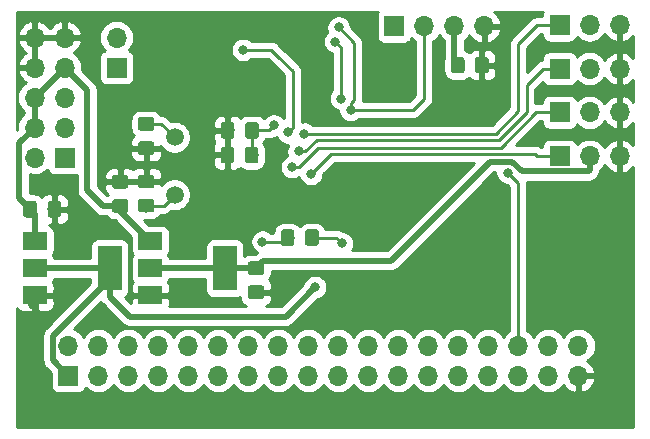
<source format=gbr>
G04 #@! TF.GenerationSoftware,KiCad,Pcbnew,(5.1.4)-1*
G04 #@! TF.CreationDate,2020-06-16T20:58:40+02:00*
G04 #@! TF.ProjectId,STM32F030C6_Board,53544d33-3246-4303-9330-43365f426f61,rev?*
G04 #@! TF.SameCoordinates,Original*
G04 #@! TF.FileFunction,Copper,L2,Bot*
G04 #@! TF.FilePolarity,Positive*
%FSLAX46Y46*%
G04 Gerber Fmt 4.6, Leading zero omitted, Abs format (unit mm)*
G04 Created by KiCad (PCBNEW (5.1.4)-1) date 2020-06-16 20:58:40*
%MOMM*%
%LPD*%
G04 APERTURE LIST*
%ADD10C,0.100000*%
%ADD11C,1.150000*%
%ADD12R,1.700000X1.700000*%
%ADD13O,1.700000X1.700000*%
%ADD14R,2.000000X3.800000*%
%ADD15R,2.000000X1.500000*%
%ADD16C,1.500000*%
%ADD17C,0.800000*%
%ADD18C,0.250000*%
%ADD19C,0.500000*%
%ADD20C,0.254000*%
G04 APERTURE END LIST*
D10*
G36*
X167899504Y-103026205D02*
G01*
X167923772Y-103029805D01*
X167947571Y-103035766D01*
X167970670Y-103044031D01*
X167992849Y-103054521D01*
X168013892Y-103067133D01*
X168033598Y-103081748D01*
X168051776Y-103098224D01*
X168068252Y-103116402D01*
X168082867Y-103136108D01*
X168095479Y-103157151D01*
X168105969Y-103179330D01*
X168114234Y-103202429D01*
X168120195Y-103226228D01*
X168123795Y-103250496D01*
X168124999Y-103275000D01*
X168124999Y-104175002D01*
X168123795Y-104199506D01*
X168120195Y-104223774D01*
X168114234Y-104247573D01*
X168105969Y-104270672D01*
X168095479Y-104292851D01*
X168082867Y-104313894D01*
X168068252Y-104333600D01*
X168051776Y-104351778D01*
X168033598Y-104368254D01*
X168013892Y-104382869D01*
X167992849Y-104395481D01*
X167970670Y-104405971D01*
X167947571Y-104414236D01*
X167923772Y-104420197D01*
X167899504Y-104423797D01*
X167875000Y-104425001D01*
X167224998Y-104425001D01*
X167200494Y-104423797D01*
X167176226Y-104420197D01*
X167152427Y-104414236D01*
X167129328Y-104405971D01*
X167107149Y-104395481D01*
X167086106Y-104382869D01*
X167066400Y-104368254D01*
X167048222Y-104351778D01*
X167031746Y-104333600D01*
X167017131Y-104313894D01*
X167004519Y-104292851D01*
X166994029Y-104270672D01*
X166985764Y-104247573D01*
X166979803Y-104223774D01*
X166976203Y-104199506D01*
X166974999Y-104175002D01*
X166974999Y-103275000D01*
X166976203Y-103250496D01*
X166979803Y-103226228D01*
X166985764Y-103202429D01*
X166994029Y-103179330D01*
X167004519Y-103157151D01*
X167017131Y-103136108D01*
X167031746Y-103116402D01*
X167048222Y-103098224D01*
X167066400Y-103081748D01*
X167086106Y-103067133D01*
X167107149Y-103054521D01*
X167129328Y-103044031D01*
X167152427Y-103035766D01*
X167176226Y-103029805D01*
X167200494Y-103026205D01*
X167224998Y-103025001D01*
X167875000Y-103025001D01*
X167899504Y-103026205D01*
X167899504Y-103026205D01*
G37*
D11*
X167549999Y-103725001D03*
D10*
G36*
X165849504Y-103026205D02*
G01*
X165873772Y-103029805D01*
X165897571Y-103035766D01*
X165920670Y-103044031D01*
X165942849Y-103054521D01*
X165963892Y-103067133D01*
X165983598Y-103081748D01*
X166001776Y-103098224D01*
X166018252Y-103116402D01*
X166032867Y-103136108D01*
X166045479Y-103157151D01*
X166055969Y-103179330D01*
X166064234Y-103202429D01*
X166070195Y-103226228D01*
X166073795Y-103250496D01*
X166074999Y-103275000D01*
X166074999Y-104175002D01*
X166073795Y-104199506D01*
X166070195Y-104223774D01*
X166064234Y-104247573D01*
X166055969Y-104270672D01*
X166045479Y-104292851D01*
X166032867Y-104313894D01*
X166018252Y-104333600D01*
X166001776Y-104351778D01*
X165983598Y-104368254D01*
X165963892Y-104382869D01*
X165942849Y-104395481D01*
X165920670Y-104405971D01*
X165897571Y-104414236D01*
X165873772Y-104420197D01*
X165849504Y-104423797D01*
X165825000Y-104425001D01*
X165174998Y-104425001D01*
X165150494Y-104423797D01*
X165126226Y-104420197D01*
X165102427Y-104414236D01*
X165079328Y-104405971D01*
X165057149Y-104395481D01*
X165036106Y-104382869D01*
X165016400Y-104368254D01*
X164998222Y-104351778D01*
X164981746Y-104333600D01*
X164967131Y-104313894D01*
X164954519Y-104292851D01*
X164944029Y-104270672D01*
X164935764Y-104247573D01*
X164929803Y-104223774D01*
X164926203Y-104199506D01*
X164924999Y-104175002D01*
X164924999Y-103275000D01*
X164926203Y-103250496D01*
X164929803Y-103226228D01*
X164935764Y-103202429D01*
X164944029Y-103179330D01*
X164954519Y-103157151D01*
X164967131Y-103136108D01*
X164981746Y-103116402D01*
X164998222Y-103098224D01*
X165016400Y-103081748D01*
X165036106Y-103067133D01*
X165057149Y-103054521D01*
X165079328Y-103044031D01*
X165102427Y-103035766D01*
X165126226Y-103029805D01*
X165150494Y-103026205D01*
X165174998Y-103025001D01*
X165825000Y-103025001D01*
X165849504Y-103026205D01*
X165849504Y-103026205D01*
G37*
D11*
X165499999Y-103725001D03*
D10*
G36*
X159074505Y-102601204D02*
G01*
X159098773Y-102604804D01*
X159122572Y-102610765D01*
X159145671Y-102619030D01*
X159167850Y-102629520D01*
X159188893Y-102642132D01*
X159208599Y-102656747D01*
X159226777Y-102673223D01*
X159243253Y-102691401D01*
X159257868Y-102711107D01*
X159270480Y-102732150D01*
X159280970Y-102754329D01*
X159289235Y-102777428D01*
X159295196Y-102801227D01*
X159298796Y-102825495D01*
X159300000Y-102849999D01*
X159300000Y-103500001D01*
X159298796Y-103524505D01*
X159295196Y-103548773D01*
X159289235Y-103572572D01*
X159280970Y-103595671D01*
X159270480Y-103617850D01*
X159257868Y-103638893D01*
X159243253Y-103658599D01*
X159226777Y-103676777D01*
X159208599Y-103693253D01*
X159188893Y-103707868D01*
X159167850Y-103720480D01*
X159145671Y-103730970D01*
X159122572Y-103739235D01*
X159098773Y-103745196D01*
X159074505Y-103748796D01*
X159050001Y-103750000D01*
X158149999Y-103750000D01*
X158125495Y-103748796D01*
X158101227Y-103745196D01*
X158077428Y-103739235D01*
X158054329Y-103730970D01*
X158032150Y-103720480D01*
X158011107Y-103707868D01*
X157991401Y-103693253D01*
X157973223Y-103676777D01*
X157956747Y-103658599D01*
X157942132Y-103638893D01*
X157929520Y-103617850D01*
X157919030Y-103595671D01*
X157910765Y-103572572D01*
X157904804Y-103548773D01*
X157901204Y-103524505D01*
X157900000Y-103500001D01*
X157900000Y-102849999D01*
X157901204Y-102825495D01*
X157904804Y-102801227D01*
X157910765Y-102777428D01*
X157919030Y-102754329D01*
X157929520Y-102732150D01*
X157942132Y-102711107D01*
X157956747Y-102691401D01*
X157973223Y-102673223D01*
X157991401Y-102656747D01*
X158011107Y-102642132D01*
X158032150Y-102629520D01*
X158054329Y-102619030D01*
X158077428Y-102610765D01*
X158101227Y-102604804D01*
X158125495Y-102601204D01*
X158149999Y-102600000D01*
X159050001Y-102600000D01*
X159074505Y-102601204D01*
X159074505Y-102601204D01*
G37*
D11*
X158600000Y-103175000D03*
D10*
G36*
X159074505Y-104651204D02*
G01*
X159098773Y-104654804D01*
X159122572Y-104660765D01*
X159145671Y-104669030D01*
X159167850Y-104679520D01*
X159188893Y-104692132D01*
X159208599Y-104706747D01*
X159226777Y-104723223D01*
X159243253Y-104741401D01*
X159257868Y-104761107D01*
X159270480Y-104782150D01*
X159280970Y-104804329D01*
X159289235Y-104827428D01*
X159295196Y-104851227D01*
X159298796Y-104875495D01*
X159300000Y-104899999D01*
X159300000Y-105550001D01*
X159298796Y-105574505D01*
X159295196Y-105598773D01*
X159289235Y-105622572D01*
X159280970Y-105645671D01*
X159270480Y-105667850D01*
X159257868Y-105688893D01*
X159243253Y-105708599D01*
X159226777Y-105726777D01*
X159208599Y-105743253D01*
X159188893Y-105757868D01*
X159167850Y-105770480D01*
X159145671Y-105780970D01*
X159122572Y-105789235D01*
X159098773Y-105795196D01*
X159074505Y-105798796D01*
X159050001Y-105800000D01*
X158149999Y-105800000D01*
X158125495Y-105798796D01*
X158101227Y-105795196D01*
X158077428Y-105789235D01*
X158054329Y-105780970D01*
X158032150Y-105770480D01*
X158011107Y-105757868D01*
X157991401Y-105743253D01*
X157973223Y-105726777D01*
X157956747Y-105708599D01*
X157942132Y-105688893D01*
X157929520Y-105667850D01*
X157919030Y-105645671D01*
X157910765Y-105622572D01*
X157904804Y-105598773D01*
X157901204Y-105574505D01*
X157900000Y-105550001D01*
X157900000Y-104899999D01*
X157901204Y-104875495D01*
X157904804Y-104851227D01*
X157910765Y-104827428D01*
X157919030Y-104804329D01*
X157929520Y-104782150D01*
X157942132Y-104761107D01*
X157956747Y-104741401D01*
X157973223Y-104723223D01*
X157991401Y-104706747D01*
X158011107Y-104692132D01*
X158032150Y-104679520D01*
X158054329Y-104669030D01*
X158077428Y-104660765D01*
X158101227Y-104654804D01*
X158125495Y-104651204D01*
X158149999Y-104650000D01*
X159050001Y-104650000D01*
X159074505Y-104651204D01*
X159074505Y-104651204D01*
G37*
D11*
X158600000Y-105225000D03*
D10*
G36*
X159074505Y-107476204D02*
G01*
X159098773Y-107479804D01*
X159122572Y-107485765D01*
X159145671Y-107494030D01*
X159167850Y-107504520D01*
X159188893Y-107517132D01*
X159208599Y-107531747D01*
X159226777Y-107548223D01*
X159243253Y-107566401D01*
X159257868Y-107586107D01*
X159270480Y-107607150D01*
X159280970Y-107629329D01*
X159289235Y-107652428D01*
X159295196Y-107676227D01*
X159298796Y-107700495D01*
X159300000Y-107724999D01*
X159300000Y-108375001D01*
X159298796Y-108399505D01*
X159295196Y-108423773D01*
X159289235Y-108447572D01*
X159280970Y-108470671D01*
X159270480Y-108492850D01*
X159257868Y-108513893D01*
X159243253Y-108533599D01*
X159226777Y-108551777D01*
X159208599Y-108568253D01*
X159188893Y-108582868D01*
X159167850Y-108595480D01*
X159145671Y-108605970D01*
X159122572Y-108614235D01*
X159098773Y-108620196D01*
X159074505Y-108623796D01*
X159050001Y-108625000D01*
X158149999Y-108625000D01*
X158125495Y-108623796D01*
X158101227Y-108620196D01*
X158077428Y-108614235D01*
X158054329Y-108605970D01*
X158032150Y-108595480D01*
X158011107Y-108582868D01*
X157991401Y-108568253D01*
X157973223Y-108551777D01*
X157956747Y-108533599D01*
X157942132Y-108513893D01*
X157929520Y-108492850D01*
X157919030Y-108470671D01*
X157910765Y-108447572D01*
X157904804Y-108423773D01*
X157901204Y-108399505D01*
X157900000Y-108375001D01*
X157900000Y-107724999D01*
X157901204Y-107700495D01*
X157904804Y-107676227D01*
X157910765Y-107652428D01*
X157919030Y-107629329D01*
X157929520Y-107607150D01*
X157942132Y-107586107D01*
X157956747Y-107566401D01*
X157973223Y-107548223D01*
X157991401Y-107531747D01*
X158011107Y-107517132D01*
X158032150Y-107504520D01*
X158054329Y-107494030D01*
X158077428Y-107485765D01*
X158101227Y-107479804D01*
X158125495Y-107476204D01*
X158149999Y-107475000D01*
X159050001Y-107475000D01*
X159074505Y-107476204D01*
X159074505Y-107476204D01*
G37*
D11*
X158600000Y-108050000D03*
D10*
G36*
X159074505Y-109526204D02*
G01*
X159098773Y-109529804D01*
X159122572Y-109535765D01*
X159145671Y-109544030D01*
X159167850Y-109554520D01*
X159188893Y-109567132D01*
X159208599Y-109581747D01*
X159226777Y-109598223D01*
X159243253Y-109616401D01*
X159257868Y-109636107D01*
X159270480Y-109657150D01*
X159280970Y-109679329D01*
X159289235Y-109702428D01*
X159295196Y-109726227D01*
X159298796Y-109750495D01*
X159300000Y-109774999D01*
X159300000Y-110425001D01*
X159298796Y-110449505D01*
X159295196Y-110473773D01*
X159289235Y-110497572D01*
X159280970Y-110520671D01*
X159270480Y-110542850D01*
X159257868Y-110563893D01*
X159243253Y-110583599D01*
X159226777Y-110601777D01*
X159208599Y-110618253D01*
X159188893Y-110632868D01*
X159167850Y-110645480D01*
X159145671Y-110655970D01*
X159122572Y-110664235D01*
X159098773Y-110670196D01*
X159074505Y-110673796D01*
X159050001Y-110675000D01*
X158149999Y-110675000D01*
X158125495Y-110673796D01*
X158101227Y-110670196D01*
X158077428Y-110664235D01*
X158054329Y-110655970D01*
X158032150Y-110645480D01*
X158011107Y-110632868D01*
X157991401Y-110618253D01*
X157973223Y-110601777D01*
X157956747Y-110583599D01*
X157942132Y-110563893D01*
X157929520Y-110542850D01*
X157919030Y-110520671D01*
X157910765Y-110497572D01*
X157904804Y-110473773D01*
X157901204Y-110449505D01*
X157900000Y-110425001D01*
X157900000Y-109774999D01*
X157901204Y-109750495D01*
X157904804Y-109726227D01*
X157910765Y-109702428D01*
X157919030Y-109679329D01*
X157929520Y-109657150D01*
X157942132Y-109636107D01*
X157956747Y-109616401D01*
X157973223Y-109598223D01*
X157991401Y-109581747D01*
X158011107Y-109567132D01*
X158032150Y-109554520D01*
X158054329Y-109544030D01*
X158077428Y-109535765D01*
X158101227Y-109529804D01*
X158125495Y-109526204D01*
X158149999Y-109525000D01*
X159050001Y-109525000D01*
X159074505Y-109526204D01*
X159074505Y-109526204D01*
G37*
D11*
X158600000Y-110100000D03*
D10*
G36*
X156874505Y-109551204D02*
G01*
X156898773Y-109554804D01*
X156922572Y-109560765D01*
X156945671Y-109569030D01*
X156967850Y-109579520D01*
X156988893Y-109592132D01*
X157008599Y-109606747D01*
X157026777Y-109623223D01*
X157043253Y-109641401D01*
X157057868Y-109661107D01*
X157070480Y-109682150D01*
X157080970Y-109704329D01*
X157089235Y-109727428D01*
X157095196Y-109751227D01*
X157098796Y-109775495D01*
X157100000Y-109799999D01*
X157100000Y-110450001D01*
X157098796Y-110474505D01*
X157095196Y-110498773D01*
X157089235Y-110522572D01*
X157080970Y-110545671D01*
X157070480Y-110567850D01*
X157057868Y-110588893D01*
X157043253Y-110608599D01*
X157026777Y-110626777D01*
X157008599Y-110643253D01*
X156988893Y-110657868D01*
X156967850Y-110670480D01*
X156945671Y-110680970D01*
X156922572Y-110689235D01*
X156898773Y-110695196D01*
X156874505Y-110698796D01*
X156850001Y-110700000D01*
X155949999Y-110700000D01*
X155925495Y-110698796D01*
X155901227Y-110695196D01*
X155877428Y-110689235D01*
X155854329Y-110680970D01*
X155832150Y-110670480D01*
X155811107Y-110657868D01*
X155791401Y-110643253D01*
X155773223Y-110626777D01*
X155756747Y-110608599D01*
X155742132Y-110588893D01*
X155729520Y-110567850D01*
X155719030Y-110545671D01*
X155710765Y-110522572D01*
X155704804Y-110498773D01*
X155701204Y-110474505D01*
X155700000Y-110450001D01*
X155700000Y-109799999D01*
X155701204Y-109775495D01*
X155704804Y-109751227D01*
X155710765Y-109727428D01*
X155719030Y-109704329D01*
X155729520Y-109682150D01*
X155742132Y-109661107D01*
X155756747Y-109641401D01*
X155773223Y-109623223D01*
X155791401Y-109606747D01*
X155811107Y-109592132D01*
X155832150Y-109579520D01*
X155854329Y-109569030D01*
X155877428Y-109560765D01*
X155901227Y-109554804D01*
X155925495Y-109551204D01*
X155949999Y-109550000D01*
X156850001Y-109550000D01*
X156874505Y-109551204D01*
X156874505Y-109551204D01*
G37*
D11*
X156400000Y-110125000D03*
D10*
G36*
X156874505Y-107501204D02*
G01*
X156898773Y-107504804D01*
X156922572Y-107510765D01*
X156945671Y-107519030D01*
X156967850Y-107529520D01*
X156988893Y-107542132D01*
X157008599Y-107556747D01*
X157026777Y-107573223D01*
X157043253Y-107591401D01*
X157057868Y-107611107D01*
X157070480Y-107632150D01*
X157080970Y-107654329D01*
X157089235Y-107677428D01*
X157095196Y-107701227D01*
X157098796Y-107725495D01*
X157100000Y-107749999D01*
X157100000Y-108400001D01*
X157098796Y-108424505D01*
X157095196Y-108448773D01*
X157089235Y-108472572D01*
X157080970Y-108495671D01*
X157070480Y-108517850D01*
X157057868Y-108538893D01*
X157043253Y-108558599D01*
X157026777Y-108576777D01*
X157008599Y-108593253D01*
X156988893Y-108607868D01*
X156967850Y-108620480D01*
X156945671Y-108630970D01*
X156922572Y-108639235D01*
X156898773Y-108645196D01*
X156874505Y-108648796D01*
X156850001Y-108650000D01*
X155949999Y-108650000D01*
X155925495Y-108648796D01*
X155901227Y-108645196D01*
X155877428Y-108639235D01*
X155854329Y-108630970D01*
X155832150Y-108620480D01*
X155811107Y-108607868D01*
X155791401Y-108593253D01*
X155773223Y-108576777D01*
X155756747Y-108558599D01*
X155742132Y-108538893D01*
X155729520Y-108517850D01*
X155719030Y-108495671D01*
X155710765Y-108472572D01*
X155704804Y-108448773D01*
X155701204Y-108424505D01*
X155700000Y-108400001D01*
X155700000Y-107749999D01*
X155701204Y-107725495D01*
X155704804Y-107701227D01*
X155710765Y-107677428D01*
X155719030Y-107654329D01*
X155729520Y-107632150D01*
X155742132Y-107611107D01*
X155756747Y-107591401D01*
X155773223Y-107573223D01*
X155791401Y-107556747D01*
X155811107Y-107542132D01*
X155832150Y-107529520D01*
X155854329Y-107519030D01*
X155877428Y-107510765D01*
X155901227Y-107504804D01*
X155925495Y-107501204D01*
X155949999Y-107500000D01*
X156850001Y-107500000D01*
X156874505Y-107501204D01*
X156874505Y-107501204D01*
G37*
D11*
X156400000Y-108075000D03*
D10*
G36*
X149124505Y-109701204D02*
G01*
X149148773Y-109704804D01*
X149172572Y-109710765D01*
X149195671Y-109719030D01*
X149217850Y-109729520D01*
X149238893Y-109742132D01*
X149258599Y-109756747D01*
X149276777Y-109773223D01*
X149293253Y-109791401D01*
X149307868Y-109811107D01*
X149320480Y-109832150D01*
X149330970Y-109854329D01*
X149339235Y-109877428D01*
X149345196Y-109901227D01*
X149348796Y-109925495D01*
X149350000Y-109949999D01*
X149350000Y-110850001D01*
X149348796Y-110874505D01*
X149345196Y-110898773D01*
X149339235Y-110922572D01*
X149330970Y-110945671D01*
X149320480Y-110967850D01*
X149307868Y-110988893D01*
X149293253Y-111008599D01*
X149276777Y-111026777D01*
X149258599Y-111043253D01*
X149238893Y-111057868D01*
X149217850Y-111070480D01*
X149195671Y-111080970D01*
X149172572Y-111089235D01*
X149148773Y-111095196D01*
X149124505Y-111098796D01*
X149100001Y-111100000D01*
X148449999Y-111100000D01*
X148425495Y-111098796D01*
X148401227Y-111095196D01*
X148377428Y-111089235D01*
X148354329Y-111080970D01*
X148332150Y-111070480D01*
X148311107Y-111057868D01*
X148291401Y-111043253D01*
X148273223Y-111026777D01*
X148256747Y-111008599D01*
X148242132Y-110988893D01*
X148229520Y-110967850D01*
X148219030Y-110945671D01*
X148210765Y-110922572D01*
X148204804Y-110898773D01*
X148201204Y-110874505D01*
X148200000Y-110850001D01*
X148200000Y-109949999D01*
X148201204Y-109925495D01*
X148204804Y-109901227D01*
X148210765Y-109877428D01*
X148219030Y-109854329D01*
X148229520Y-109832150D01*
X148242132Y-109811107D01*
X148256747Y-109791401D01*
X148273223Y-109773223D01*
X148291401Y-109756747D01*
X148311107Y-109742132D01*
X148332150Y-109729520D01*
X148354329Y-109719030D01*
X148377428Y-109710765D01*
X148401227Y-109704804D01*
X148425495Y-109701204D01*
X148449999Y-109700000D01*
X149100001Y-109700000D01*
X149124505Y-109701204D01*
X149124505Y-109701204D01*
G37*
D11*
X148775000Y-110400000D03*
D10*
G36*
X151174505Y-109701204D02*
G01*
X151198773Y-109704804D01*
X151222572Y-109710765D01*
X151245671Y-109719030D01*
X151267850Y-109729520D01*
X151288893Y-109742132D01*
X151308599Y-109756747D01*
X151326777Y-109773223D01*
X151343253Y-109791401D01*
X151357868Y-109811107D01*
X151370480Y-109832150D01*
X151380970Y-109854329D01*
X151389235Y-109877428D01*
X151395196Y-109901227D01*
X151398796Y-109925495D01*
X151400000Y-109949999D01*
X151400000Y-110850001D01*
X151398796Y-110874505D01*
X151395196Y-110898773D01*
X151389235Y-110922572D01*
X151380970Y-110945671D01*
X151370480Y-110967850D01*
X151357868Y-110988893D01*
X151343253Y-111008599D01*
X151326777Y-111026777D01*
X151308599Y-111043253D01*
X151288893Y-111057868D01*
X151267850Y-111070480D01*
X151245671Y-111080970D01*
X151222572Y-111089235D01*
X151198773Y-111095196D01*
X151174505Y-111098796D01*
X151150001Y-111100000D01*
X150499999Y-111100000D01*
X150475495Y-111098796D01*
X150451227Y-111095196D01*
X150427428Y-111089235D01*
X150404329Y-111080970D01*
X150382150Y-111070480D01*
X150361107Y-111057868D01*
X150341401Y-111043253D01*
X150323223Y-111026777D01*
X150306747Y-111008599D01*
X150292132Y-110988893D01*
X150279520Y-110967850D01*
X150269030Y-110945671D01*
X150260765Y-110922572D01*
X150254804Y-110898773D01*
X150251204Y-110874505D01*
X150250000Y-110850001D01*
X150250000Y-109949999D01*
X150251204Y-109925495D01*
X150254804Y-109901227D01*
X150260765Y-109877428D01*
X150269030Y-109854329D01*
X150279520Y-109832150D01*
X150292132Y-109811107D01*
X150306747Y-109791401D01*
X150323223Y-109773223D01*
X150341401Y-109756747D01*
X150361107Y-109742132D01*
X150382150Y-109729520D01*
X150404329Y-109719030D01*
X150427428Y-109710765D01*
X150451227Y-109704804D01*
X150475495Y-109701204D01*
X150499999Y-109700000D01*
X151150001Y-109700000D01*
X151174505Y-109701204D01*
X151174505Y-109701204D01*
G37*
D11*
X150825000Y-110400000D03*
D10*
G36*
X168374505Y-116851204D02*
G01*
X168398773Y-116854804D01*
X168422572Y-116860765D01*
X168445671Y-116869030D01*
X168467850Y-116879520D01*
X168488893Y-116892132D01*
X168508599Y-116906747D01*
X168526777Y-116923223D01*
X168543253Y-116941401D01*
X168557868Y-116961107D01*
X168570480Y-116982150D01*
X168580970Y-117004329D01*
X168589235Y-117027428D01*
X168595196Y-117051227D01*
X168598796Y-117075495D01*
X168600000Y-117099999D01*
X168600000Y-117750001D01*
X168598796Y-117774505D01*
X168595196Y-117798773D01*
X168589235Y-117822572D01*
X168580970Y-117845671D01*
X168570480Y-117867850D01*
X168557868Y-117888893D01*
X168543253Y-117908599D01*
X168526777Y-117926777D01*
X168508599Y-117943253D01*
X168488893Y-117957868D01*
X168467850Y-117970480D01*
X168445671Y-117980970D01*
X168422572Y-117989235D01*
X168398773Y-117995196D01*
X168374505Y-117998796D01*
X168350001Y-118000000D01*
X167449999Y-118000000D01*
X167425495Y-117998796D01*
X167401227Y-117995196D01*
X167377428Y-117989235D01*
X167354329Y-117980970D01*
X167332150Y-117970480D01*
X167311107Y-117957868D01*
X167291401Y-117943253D01*
X167273223Y-117926777D01*
X167256747Y-117908599D01*
X167242132Y-117888893D01*
X167229520Y-117867850D01*
X167219030Y-117845671D01*
X167210765Y-117822572D01*
X167204804Y-117798773D01*
X167201204Y-117774505D01*
X167200000Y-117750001D01*
X167200000Y-117099999D01*
X167201204Y-117075495D01*
X167204804Y-117051227D01*
X167210765Y-117027428D01*
X167219030Y-117004329D01*
X167229520Y-116982150D01*
X167242132Y-116961107D01*
X167256747Y-116941401D01*
X167273223Y-116923223D01*
X167291401Y-116906747D01*
X167311107Y-116892132D01*
X167332150Y-116879520D01*
X167354329Y-116869030D01*
X167377428Y-116860765D01*
X167401227Y-116854804D01*
X167425495Y-116851204D01*
X167449999Y-116850000D01*
X168350001Y-116850000D01*
X168374505Y-116851204D01*
X168374505Y-116851204D01*
G37*
D11*
X167900000Y-117425000D03*
D10*
G36*
X168374505Y-114801204D02*
G01*
X168398773Y-114804804D01*
X168422572Y-114810765D01*
X168445671Y-114819030D01*
X168467850Y-114829520D01*
X168488893Y-114842132D01*
X168508599Y-114856747D01*
X168526777Y-114873223D01*
X168543253Y-114891401D01*
X168557868Y-114911107D01*
X168570480Y-114932150D01*
X168580970Y-114954329D01*
X168589235Y-114977428D01*
X168595196Y-115001227D01*
X168598796Y-115025495D01*
X168600000Y-115049999D01*
X168600000Y-115700001D01*
X168598796Y-115724505D01*
X168595196Y-115748773D01*
X168589235Y-115772572D01*
X168580970Y-115795671D01*
X168570480Y-115817850D01*
X168557868Y-115838893D01*
X168543253Y-115858599D01*
X168526777Y-115876777D01*
X168508599Y-115893253D01*
X168488893Y-115907868D01*
X168467850Y-115920480D01*
X168445671Y-115930970D01*
X168422572Y-115939235D01*
X168398773Y-115945196D01*
X168374505Y-115948796D01*
X168350001Y-115950000D01*
X167449999Y-115950000D01*
X167425495Y-115948796D01*
X167401227Y-115945196D01*
X167377428Y-115939235D01*
X167354329Y-115930970D01*
X167332150Y-115920480D01*
X167311107Y-115907868D01*
X167291401Y-115893253D01*
X167273223Y-115876777D01*
X167256747Y-115858599D01*
X167242132Y-115838893D01*
X167229520Y-115817850D01*
X167219030Y-115795671D01*
X167210765Y-115772572D01*
X167204804Y-115748773D01*
X167201204Y-115724505D01*
X167200000Y-115700001D01*
X167200000Y-115049999D01*
X167201204Y-115025495D01*
X167204804Y-115001227D01*
X167210765Y-114977428D01*
X167219030Y-114954329D01*
X167229520Y-114932150D01*
X167242132Y-114911107D01*
X167256747Y-114891401D01*
X167273223Y-114873223D01*
X167291401Y-114856747D01*
X167311107Y-114842132D01*
X167332150Y-114829520D01*
X167354329Y-114819030D01*
X167377428Y-114810765D01*
X167401227Y-114804804D01*
X167425495Y-114801204D01*
X167449999Y-114800000D01*
X168350001Y-114800000D01*
X168374505Y-114801204D01*
X168374505Y-114801204D01*
G37*
D11*
X167900000Y-115375000D03*
D10*
G36*
X187374505Y-97501204D02*
G01*
X187398773Y-97504804D01*
X187422572Y-97510765D01*
X187445671Y-97519030D01*
X187467850Y-97529520D01*
X187488893Y-97542132D01*
X187508599Y-97556747D01*
X187526777Y-97573223D01*
X187543253Y-97591401D01*
X187557868Y-97611107D01*
X187570480Y-97632150D01*
X187580970Y-97654329D01*
X187589235Y-97677428D01*
X187595196Y-97701227D01*
X187598796Y-97725495D01*
X187600000Y-97749999D01*
X187600000Y-98650001D01*
X187598796Y-98674505D01*
X187595196Y-98698773D01*
X187589235Y-98722572D01*
X187580970Y-98745671D01*
X187570480Y-98767850D01*
X187557868Y-98788893D01*
X187543253Y-98808599D01*
X187526777Y-98826777D01*
X187508599Y-98843253D01*
X187488893Y-98857868D01*
X187467850Y-98870480D01*
X187445671Y-98880970D01*
X187422572Y-98889235D01*
X187398773Y-98895196D01*
X187374505Y-98898796D01*
X187350001Y-98900000D01*
X186699999Y-98900000D01*
X186675495Y-98898796D01*
X186651227Y-98895196D01*
X186627428Y-98889235D01*
X186604329Y-98880970D01*
X186582150Y-98870480D01*
X186561107Y-98857868D01*
X186541401Y-98843253D01*
X186523223Y-98826777D01*
X186506747Y-98808599D01*
X186492132Y-98788893D01*
X186479520Y-98767850D01*
X186469030Y-98745671D01*
X186460765Y-98722572D01*
X186454804Y-98698773D01*
X186451204Y-98674505D01*
X186450000Y-98650001D01*
X186450000Y-97749999D01*
X186451204Y-97725495D01*
X186454804Y-97701227D01*
X186460765Y-97677428D01*
X186469030Y-97654329D01*
X186479520Y-97632150D01*
X186492132Y-97611107D01*
X186506747Y-97591401D01*
X186523223Y-97573223D01*
X186541401Y-97556747D01*
X186561107Y-97542132D01*
X186582150Y-97529520D01*
X186604329Y-97519030D01*
X186627428Y-97510765D01*
X186651227Y-97504804D01*
X186675495Y-97501204D01*
X186699999Y-97500000D01*
X187350001Y-97500000D01*
X187374505Y-97501204D01*
X187374505Y-97501204D01*
G37*
D11*
X187025000Y-98200000D03*
D10*
G36*
X185324505Y-97501204D02*
G01*
X185348773Y-97504804D01*
X185372572Y-97510765D01*
X185395671Y-97519030D01*
X185417850Y-97529520D01*
X185438893Y-97542132D01*
X185458599Y-97556747D01*
X185476777Y-97573223D01*
X185493253Y-97591401D01*
X185507868Y-97611107D01*
X185520480Y-97632150D01*
X185530970Y-97654329D01*
X185539235Y-97677428D01*
X185545196Y-97701227D01*
X185548796Y-97725495D01*
X185550000Y-97749999D01*
X185550000Y-98650001D01*
X185548796Y-98674505D01*
X185545196Y-98698773D01*
X185539235Y-98722572D01*
X185530970Y-98745671D01*
X185520480Y-98767850D01*
X185507868Y-98788893D01*
X185493253Y-98808599D01*
X185476777Y-98826777D01*
X185458599Y-98843253D01*
X185438893Y-98857868D01*
X185417850Y-98870480D01*
X185395671Y-98880970D01*
X185372572Y-98889235D01*
X185348773Y-98895196D01*
X185324505Y-98898796D01*
X185300001Y-98900000D01*
X184649999Y-98900000D01*
X184625495Y-98898796D01*
X184601227Y-98895196D01*
X184577428Y-98889235D01*
X184554329Y-98880970D01*
X184532150Y-98870480D01*
X184511107Y-98857868D01*
X184491401Y-98843253D01*
X184473223Y-98826777D01*
X184456747Y-98808599D01*
X184442132Y-98788893D01*
X184429520Y-98767850D01*
X184419030Y-98745671D01*
X184410765Y-98722572D01*
X184404804Y-98698773D01*
X184401204Y-98674505D01*
X184400000Y-98650001D01*
X184400000Y-97749999D01*
X184401204Y-97725495D01*
X184404804Y-97701227D01*
X184410765Y-97677428D01*
X184419030Y-97654329D01*
X184429520Y-97632150D01*
X184442132Y-97611107D01*
X184456747Y-97591401D01*
X184473223Y-97573223D01*
X184491401Y-97556747D01*
X184511107Y-97542132D01*
X184532150Y-97529520D01*
X184554329Y-97519030D01*
X184577428Y-97510765D01*
X184601227Y-97504804D01*
X184625495Y-97501204D01*
X184649999Y-97500000D01*
X185300001Y-97500000D01*
X185324505Y-97501204D01*
X185324505Y-97501204D01*
G37*
D11*
X184975000Y-98200000D03*
D12*
X152000000Y-124500000D03*
D13*
X152000000Y-121960000D03*
X154540000Y-124500000D03*
X154540000Y-121960000D03*
X157080000Y-124500000D03*
X157080000Y-121960000D03*
X159620000Y-124500000D03*
X159620000Y-121960000D03*
X162160000Y-124500000D03*
X162160000Y-121960000D03*
X164700000Y-124500000D03*
X164700000Y-121960000D03*
X167240000Y-124500000D03*
X167240000Y-121960000D03*
X169780000Y-124500000D03*
X169780000Y-121960000D03*
X172320000Y-124500000D03*
X172320000Y-121960000D03*
X174860000Y-124500000D03*
X174860000Y-121960000D03*
X177400000Y-124500000D03*
X177400000Y-121960000D03*
X179940000Y-124500000D03*
X179940000Y-121960000D03*
X182480000Y-124500000D03*
X182480000Y-121960000D03*
X185020000Y-124500000D03*
X185020000Y-121960000D03*
X187560000Y-124500000D03*
X187560000Y-121960000D03*
X190100000Y-124500000D03*
X190100000Y-121960000D03*
X192640000Y-124500000D03*
X192640000Y-121960000D03*
X195180000Y-124500000D03*
X195180000Y-121960000D03*
D12*
X179600000Y-94900000D03*
D13*
X182140000Y-94900000D03*
X184680000Y-94900000D03*
X187220000Y-94900000D03*
D12*
X151700000Y-106020000D03*
D13*
X149160000Y-106020000D03*
X151700000Y-103480000D03*
X149160000Y-103480000D03*
X151700000Y-100940000D03*
X149160000Y-100940000D03*
X151700000Y-98400000D03*
X149160000Y-98400000D03*
X151700000Y-95860000D03*
X149160000Y-95860000D03*
D12*
X193600000Y-105900000D03*
D13*
X196140000Y-105900000D03*
X198680000Y-105900000D03*
X198680000Y-102200000D03*
X196140000Y-102200000D03*
D12*
X193600000Y-102200000D03*
X193600000Y-98500000D03*
D13*
X196140000Y-98500000D03*
X198680000Y-98500000D03*
X198680000Y-94800000D03*
X196140000Y-94800000D03*
D12*
X193600000Y-94800000D03*
X156100000Y-98400000D03*
D13*
X156100000Y-95860000D03*
D10*
G36*
X165824505Y-105101204D02*
G01*
X165848773Y-105104804D01*
X165872572Y-105110765D01*
X165895671Y-105119030D01*
X165917850Y-105129520D01*
X165938893Y-105142132D01*
X165958599Y-105156747D01*
X165976777Y-105173223D01*
X165993253Y-105191401D01*
X166007868Y-105211107D01*
X166020480Y-105232150D01*
X166030970Y-105254329D01*
X166039235Y-105277428D01*
X166045196Y-105301227D01*
X166048796Y-105325495D01*
X166050000Y-105349999D01*
X166050000Y-106250001D01*
X166048796Y-106274505D01*
X166045196Y-106298773D01*
X166039235Y-106322572D01*
X166030970Y-106345671D01*
X166020480Y-106367850D01*
X166007868Y-106388893D01*
X165993253Y-106408599D01*
X165976777Y-106426777D01*
X165958599Y-106443253D01*
X165938893Y-106457868D01*
X165917850Y-106470480D01*
X165895671Y-106480970D01*
X165872572Y-106489235D01*
X165848773Y-106495196D01*
X165824505Y-106498796D01*
X165800001Y-106500000D01*
X165149999Y-106500000D01*
X165125495Y-106498796D01*
X165101227Y-106495196D01*
X165077428Y-106489235D01*
X165054329Y-106480970D01*
X165032150Y-106470480D01*
X165011107Y-106457868D01*
X164991401Y-106443253D01*
X164973223Y-106426777D01*
X164956747Y-106408599D01*
X164942132Y-106388893D01*
X164929520Y-106367850D01*
X164919030Y-106345671D01*
X164910765Y-106322572D01*
X164904804Y-106298773D01*
X164901204Y-106274505D01*
X164900000Y-106250001D01*
X164900000Y-105349999D01*
X164901204Y-105325495D01*
X164904804Y-105301227D01*
X164910765Y-105277428D01*
X164919030Y-105254329D01*
X164929520Y-105232150D01*
X164942132Y-105211107D01*
X164956747Y-105191401D01*
X164973223Y-105173223D01*
X164991401Y-105156747D01*
X165011107Y-105142132D01*
X165032150Y-105129520D01*
X165054329Y-105119030D01*
X165077428Y-105110765D01*
X165101227Y-105104804D01*
X165125495Y-105101204D01*
X165149999Y-105100000D01*
X165800001Y-105100000D01*
X165824505Y-105101204D01*
X165824505Y-105101204D01*
G37*
D11*
X165475000Y-105800000D03*
D10*
G36*
X167874505Y-105101204D02*
G01*
X167898773Y-105104804D01*
X167922572Y-105110765D01*
X167945671Y-105119030D01*
X167967850Y-105129520D01*
X167988893Y-105142132D01*
X168008599Y-105156747D01*
X168026777Y-105173223D01*
X168043253Y-105191401D01*
X168057868Y-105211107D01*
X168070480Y-105232150D01*
X168080970Y-105254329D01*
X168089235Y-105277428D01*
X168095196Y-105301227D01*
X168098796Y-105325495D01*
X168100000Y-105349999D01*
X168100000Y-106250001D01*
X168098796Y-106274505D01*
X168095196Y-106298773D01*
X168089235Y-106322572D01*
X168080970Y-106345671D01*
X168070480Y-106367850D01*
X168057868Y-106388893D01*
X168043253Y-106408599D01*
X168026777Y-106426777D01*
X168008599Y-106443253D01*
X167988893Y-106457868D01*
X167967850Y-106470480D01*
X167945671Y-106480970D01*
X167922572Y-106489235D01*
X167898773Y-106495196D01*
X167874505Y-106498796D01*
X167850001Y-106500000D01*
X167199999Y-106500000D01*
X167175495Y-106498796D01*
X167151227Y-106495196D01*
X167127428Y-106489235D01*
X167104329Y-106480970D01*
X167082150Y-106470480D01*
X167061107Y-106457868D01*
X167041401Y-106443253D01*
X167023223Y-106426777D01*
X167006747Y-106408599D01*
X166992132Y-106388893D01*
X166979520Y-106367850D01*
X166969030Y-106345671D01*
X166960765Y-106322572D01*
X166954804Y-106298773D01*
X166951204Y-106274505D01*
X166950000Y-106250001D01*
X166950000Y-105349999D01*
X166951204Y-105325495D01*
X166954804Y-105301227D01*
X166960765Y-105277428D01*
X166969030Y-105254329D01*
X166979520Y-105232150D01*
X166992132Y-105211107D01*
X167006747Y-105191401D01*
X167023223Y-105173223D01*
X167041401Y-105156747D01*
X167061107Y-105142132D01*
X167082150Y-105129520D01*
X167104329Y-105119030D01*
X167127428Y-105110765D01*
X167151227Y-105104804D01*
X167175495Y-105101204D01*
X167199999Y-105100000D01*
X167850001Y-105100000D01*
X167874505Y-105101204D01*
X167874505Y-105101204D01*
G37*
D11*
X167525000Y-105800000D03*
D10*
G36*
X170924505Y-112101204D02*
G01*
X170948773Y-112104804D01*
X170972572Y-112110765D01*
X170995671Y-112119030D01*
X171017850Y-112129520D01*
X171038893Y-112142132D01*
X171058599Y-112156747D01*
X171076777Y-112173223D01*
X171093253Y-112191401D01*
X171107868Y-112211107D01*
X171120480Y-112232150D01*
X171130970Y-112254329D01*
X171139235Y-112277428D01*
X171145196Y-112301227D01*
X171148796Y-112325495D01*
X171150000Y-112349999D01*
X171150000Y-113250001D01*
X171148796Y-113274505D01*
X171145196Y-113298773D01*
X171139235Y-113322572D01*
X171130970Y-113345671D01*
X171120480Y-113367850D01*
X171107868Y-113388893D01*
X171093253Y-113408599D01*
X171076777Y-113426777D01*
X171058599Y-113443253D01*
X171038893Y-113457868D01*
X171017850Y-113470480D01*
X170995671Y-113480970D01*
X170972572Y-113489235D01*
X170948773Y-113495196D01*
X170924505Y-113498796D01*
X170900001Y-113500000D01*
X170249999Y-113500000D01*
X170225495Y-113498796D01*
X170201227Y-113495196D01*
X170177428Y-113489235D01*
X170154329Y-113480970D01*
X170132150Y-113470480D01*
X170111107Y-113457868D01*
X170091401Y-113443253D01*
X170073223Y-113426777D01*
X170056747Y-113408599D01*
X170042132Y-113388893D01*
X170029520Y-113367850D01*
X170019030Y-113345671D01*
X170010765Y-113322572D01*
X170004804Y-113298773D01*
X170001204Y-113274505D01*
X170000000Y-113250001D01*
X170000000Y-112349999D01*
X170001204Y-112325495D01*
X170004804Y-112301227D01*
X170010765Y-112277428D01*
X170019030Y-112254329D01*
X170029520Y-112232150D01*
X170042132Y-112211107D01*
X170056747Y-112191401D01*
X170073223Y-112173223D01*
X170091401Y-112156747D01*
X170111107Y-112142132D01*
X170132150Y-112129520D01*
X170154329Y-112119030D01*
X170177428Y-112110765D01*
X170201227Y-112104804D01*
X170225495Y-112101204D01*
X170249999Y-112100000D01*
X170900001Y-112100000D01*
X170924505Y-112101204D01*
X170924505Y-112101204D01*
G37*
D11*
X170575000Y-112800000D03*
D10*
G36*
X172974505Y-112101204D02*
G01*
X172998773Y-112104804D01*
X173022572Y-112110765D01*
X173045671Y-112119030D01*
X173067850Y-112129520D01*
X173088893Y-112142132D01*
X173108599Y-112156747D01*
X173126777Y-112173223D01*
X173143253Y-112191401D01*
X173157868Y-112211107D01*
X173170480Y-112232150D01*
X173180970Y-112254329D01*
X173189235Y-112277428D01*
X173195196Y-112301227D01*
X173198796Y-112325495D01*
X173200000Y-112349999D01*
X173200000Y-113250001D01*
X173198796Y-113274505D01*
X173195196Y-113298773D01*
X173189235Y-113322572D01*
X173180970Y-113345671D01*
X173170480Y-113367850D01*
X173157868Y-113388893D01*
X173143253Y-113408599D01*
X173126777Y-113426777D01*
X173108599Y-113443253D01*
X173088893Y-113457868D01*
X173067850Y-113470480D01*
X173045671Y-113480970D01*
X173022572Y-113489235D01*
X172998773Y-113495196D01*
X172974505Y-113498796D01*
X172950001Y-113500000D01*
X172299999Y-113500000D01*
X172275495Y-113498796D01*
X172251227Y-113495196D01*
X172227428Y-113489235D01*
X172204329Y-113480970D01*
X172182150Y-113470480D01*
X172161107Y-113457868D01*
X172141401Y-113443253D01*
X172123223Y-113426777D01*
X172106747Y-113408599D01*
X172092132Y-113388893D01*
X172079520Y-113367850D01*
X172069030Y-113345671D01*
X172060765Y-113322572D01*
X172054804Y-113298773D01*
X172051204Y-113274505D01*
X172050000Y-113250001D01*
X172050000Y-112349999D01*
X172051204Y-112325495D01*
X172054804Y-112301227D01*
X172060765Y-112277428D01*
X172069030Y-112254329D01*
X172079520Y-112232150D01*
X172092132Y-112211107D01*
X172106747Y-112191401D01*
X172123223Y-112173223D01*
X172141401Y-112156747D01*
X172161107Y-112142132D01*
X172182150Y-112129520D01*
X172204329Y-112119030D01*
X172227428Y-112110765D01*
X172251227Y-112104804D01*
X172275495Y-112101204D01*
X172299999Y-112100000D01*
X172950001Y-112100000D01*
X172974505Y-112101204D01*
X172974505Y-112101204D01*
G37*
D11*
X172625000Y-112800000D03*
D14*
X165250000Y-115400000D03*
D15*
X158950000Y-115400000D03*
X158950000Y-113100000D03*
X158950000Y-117700000D03*
X149200000Y-117700000D03*
X149200000Y-113100000D03*
X149200000Y-115400000D03*
D14*
X155500000Y-115400000D03*
D16*
X161000000Y-104300000D03*
X161000000Y-109180000D03*
D17*
X169400000Y-103300000D03*
X174500000Y-110500000D03*
X166000000Y-100500000D03*
X150500000Y-108000000D03*
X162500000Y-117500000D03*
X167000000Y-113000000D03*
X162000000Y-112000000D03*
X175000000Y-119000000D03*
X168000000Y-108000000D03*
X149024955Y-118475045D03*
X163200000Y-107900000D03*
X172900000Y-117000000D03*
X175200000Y-113300000D03*
X168440000Y-113140000D03*
X170600000Y-103900000D03*
X166800000Y-96900000D03*
X189200000Y-107300000D03*
X175900004Y-102000000D03*
X174900000Y-95000000D03*
X175074992Y-101025008D03*
X174600000Y-96200000D03*
X172563709Y-107401979D03*
X170954481Y-106824979D03*
X171500000Y-105500000D03*
X172000000Y-104000000D03*
D18*
X167549999Y-105775001D02*
X167525000Y-105800000D01*
X167549999Y-103725001D02*
X167549999Y-105775001D01*
X168974999Y-103725001D02*
X169400000Y-103300000D01*
X167549999Y-103725001D02*
X168974999Y-103725001D01*
X159875000Y-103175000D02*
X161000000Y-104300000D01*
X158600000Y-103175000D02*
X159875000Y-103175000D01*
X160080000Y-110100000D02*
X161000000Y-109180000D01*
X158600000Y-110100000D02*
X160080000Y-110100000D01*
D19*
X149200000Y-110825000D02*
X148775000Y-110400000D01*
X149200000Y-113100000D02*
X149200000Y-110825000D01*
X148775000Y-106405000D02*
X149160000Y-106020000D01*
X156400000Y-110550000D02*
X158950000Y-113100000D01*
X156400000Y-110125000D02*
X156400000Y-110550000D01*
X151700000Y-98400000D02*
X149160000Y-100940000D01*
X149160000Y-100940000D02*
X149160000Y-103480000D01*
X156400000Y-110125000D02*
X154925000Y-110125000D01*
X154925000Y-110125000D02*
X153600000Y-108800000D01*
X153600000Y-100300000D02*
X151700000Y-98400000D01*
X153600000Y-108800000D02*
X153600000Y-100300000D01*
X148151628Y-109776628D02*
X148775000Y-110400000D01*
X147859999Y-109484999D02*
X148151628Y-109776628D01*
X147859999Y-104780001D02*
X147859999Y-109484999D01*
X149160000Y-103480000D02*
X147859999Y-104780001D01*
X167875000Y-115400000D02*
X167900000Y-115375000D01*
X165250000Y-115400000D02*
X167875000Y-115400000D01*
X160450000Y-115400000D02*
X165250000Y-115400000D01*
X158950000Y-115400000D02*
X160450000Y-115400000D01*
X168523372Y-114751628D02*
X179348372Y-114751628D01*
X167900000Y-115375000D02*
X168523372Y-114751628D01*
X179348372Y-114751628D02*
X187700000Y-106400000D01*
X187700000Y-106400000D02*
X189600000Y-106400000D01*
X190400001Y-107200001D02*
X189600000Y-106400000D01*
X196042080Y-107200001D02*
X190400001Y-107200001D01*
X196140000Y-107102081D02*
X196042080Y-107200001D01*
X196140000Y-105900000D02*
X196140000Y-107102081D01*
X150699999Y-123199999D02*
X152000000Y-124500000D01*
X150699999Y-121100001D02*
X150699999Y-123199999D01*
X155500000Y-116300000D02*
X150699999Y-121100001D01*
X155500000Y-115400000D02*
X155500000Y-116300000D01*
X150700000Y-115400000D02*
X155500000Y-115400000D01*
X149200000Y-115400000D02*
X150700000Y-115400000D01*
X184680000Y-97905000D02*
X184975000Y-98200000D01*
X184680000Y-94900000D02*
X184680000Y-97905000D01*
X155500000Y-117800000D02*
X157200000Y-119500000D01*
X155500000Y-115400000D02*
X155500000Y-117800000D01*
X157200000Y-119500000D02*
X170400000Y-119500000D01*
X170400000Y-119500000D02*
X172900000Y-117000000D01*
X172900000Y-117000000D02*
X172900000Y-117000000D01*
D18*
X174700000Y-112800000D02*
X175200000Y-113300000D01*
X172625000Y-112800000D02*
X174700000Y-112800000D01*
X170235000Y-113140000D02*
X170575000Y-112800000D01*
X168440000Y-113140000D02*
X170235000Y-113140000D01*
X170999999Y-103500001D02*
X170999999Y-98699999D01*
X170600000Y-103900000D02*
X170999999Y-103500001D01*
X170999999Y-98699999D02*
X169700000Y-97400000D01*
X169700000Y-97400000D02*
X169200000Y-96900000D01*
X169200000Y-96900000D02*
X166800000Y-96900000D01*
X166800000Y-96900000D02*
X166800000Y-96900000D01*
X190100000Y-121960000D02*
X190100000Y-108200000D01*
X190100000Y-108200000D02*
X189200000Y-107300000D01*
X189200000Y-107300000D02*
X189200000Y-107300000D01*
X175900004Y-101434315D02*
X176200000Y-101134319D01*
X175900004Y-102000000D02*
X175900004Y-101434315D01*
X176200000Y-101134319D02*
X176200000Y-96300000D01*
X176200000Y-96300000D02*
X174900000Y-95000000D01*
X174900000Y-95000000D02*
X174900000Y-95000000D01*
X182140000Y-101060000D02*
X182140000Y-94900000D01*
X175900004Y-102000000D02*
X181200000Y-102000000D01*
X181200000Y-102000000D02*
X182140000Y-101060000D01*
X175074992Y-101025008D02*
X175074992Y-96674992D01*
X175074992Y-96674992D02*
X174600000Y-96200000D01*
X174600000Y-96200000D02*
X174600000Y-96200000D01*
X191500000Y-105700000D02*
X174265688Y-105700000D01*
X191700000Y-105900000D02*
X191500000Y-105700000D01*
X193600000Y-105900000D02*
X191700000Y-105900000D01*
X174265688Y-105700000D02*
X172963708Y-107001980D01*
X172963708Y-107001980D02*
X172563709Y-107401979D01*
X193600000Y-102200000D02*
X191600000Y-102200000D01*
X173145145Y-105200000D02*
X171520166Y-106824979D01*
X191600000Y-102200000D02*
X188600000Y-105200000D01*
X171520166Y-106824979D02*
X170954481Y-106824979D01*
X188600000Y-105200000D02*
X173145145Y-105200000D01*
X172065685Y-105500000D02*
X173065685Y-104500000D01*
X171500000Y-105500000D02*
X172065685Y-105500000D01*
X173065685Y-104500000D02*
X188500000Y-104500000D01*
X188500000Y-104500000D02*
X190800000Y-102200000D01*
X190800000Y-102200000D02*
X190800000Y-99900000D01*
X192200000Y-98500000D02*
X193600000Y-98500000D01*
X190800000Y-99900000D02*
X192200000Y-98500000D01*
X172000000Y-104000000D02*
X188200000Y-104000000D01*
X188200000Y-104000000D02*
X190100000Y-102100000D01*
X190100000Y-102100000D02*
X190100000Y-96400000D01*
X191700000Y-94800000D02*
X193700000Y-94800000D01*
X190100000Y-96400000D02*
X191700000Y-94800000D01*
D20*
G36*
X198807000Y-94673000D02*
G01*
X198827000Y-94673000D01*
X198827000Y-94927000D01*
X198807000Y-94927000D01*
X198807000Y-96120155D01*
X199036890Y-96241476D01*
X199184099Y-96196825D01*
X199446920Y-96071641D01*
X199680269Y-95897588D01*
X199840001Y-95720381D01*
X199840001Y-97579619D01*
X199680269Y-97402412D01*
X199446920Y-97228359D01*
X199184099Y-97103175D01*
X199036890Y-97058524D01*
X198807000Y-97179845D01*
X198807000Y-98373000D01*
X198827000Y-98373000D01*
X198827000Y-98627000D01*
X198807000Y-98627000D01*
X198807000Y-99820155D01*
X199036890Y-99941476D01*
X199184099Y-99896825D01*
X199446920Y-99771641D01*
X199680269Y-99597588D01*
X199840001Y-99420381D01*
X199840001Y-101279619D01*
X199680269Y-101102412D01*
X199446920Y-100928359D01*
X199184099Y-100803175D01*
X199036890Y-100758524D01*
X198807000Y-100879845D01*
X198807000Y-102073000D01*
X198827000Y-102073000D01*
X198827000Y-102327000D01*
X198807000Y-102327000D01*
X198807000Y-103520155D01*
X199036890Y-103641476D01*
X199184099Y-103596825D01*
X199446920Y-103471641D01*
X199680269Y-103297588D01*
X199840001Y-103120381D01*
X199840001Y-104979619D01*
X199680269Y-104802412D01*
X199446920Y-104628359D01*
X199184099Y-104503175D01*
X199036890Y-104458524D01*
X198807000Y-104579845D01*
X198807000Y-105773000D01*
X198827000Y-105773000D01*
X198827000Y-106027000D01*
X198807000Y-106027000D01*
X198807000Y-107220155D01*
X199036890Y-107341476D01*
X199184099Y-107296825D01*
X199446920Y-107171641D01*
X199680269Y-106997588D01*
X199840001Y-106820381D01*
X199840000Y-128840000D01*
X147660000Y-128840000D01*
X147660000Y-118786790D01*
X147669463Y-118804494D01*
X147748815Y-118901185D01*
X147845506Y-118980537D01*
X147955820Y-119039502D01*
X148075518Y-119075812D01*
X148200000Y-119088072D01*
X148914250Y-119085000D01*
X149073000Y-118926250D01*
X149073000Y-117827000D01*
X149327000Y-117827000D01*
X149327000Y-118926250D01*
X149485750Y-119085000D01*
X150200000Y-119088072D01*
X150324482Y-119075812D01*
X150444180Y-119039502D01*
X150554494Y-118980537D01*
X150651185Y-118901185D01*
X150730537Y-118804494D01*
X150789502Y-118694180D01*
X150825812Y-118574482D01*
X150838072Y-118450000D01*
X150835000Y-117985750D01*
X150676250Y-117827000D01*
X149327000Y-117827000D01*
X149073000Y-117827000D01*
X149053000Y-117827000D01*
X149053000Y-117573000D01*
X149073000Y-117573000D01*
X149073000Y-117553000D01*
X149327000Y-117553000D01*
X149327000Y-117573000D01*
X150676250Y-117573000D01*
X150835000Y-117414250D01*
X150838072Y-116950000D01*
X150825812Y-116825518D01*
X150789502Y-116705820D01*
X150730537Y-116595506D01*
X150693191Y-116550000D01*
X150730537Y-116504494D01*
X150789502Y-116394180D01*
X150822621Y-116285000D01*
X153861928Y-116285000D01*
X153861928Y-116686493D01*
X150104955Y-120443467D01*
X150071182Y-120471184D01*
X149960588Y-120605943D01*
X149878410Y-120759689D01*
X149827804Y-120926512D01*
X149814999Y-121056525D01*
X149814999Y-121056532D01*
X149810718Y-121100001D01*
X149814999Y-121143470D01*
X149815000Y-123156520D01*
X149810718Y-123199999D01*
X149827804Y-123373489D01*
X149878411Y-123540312D01*
X149960589Y-123694058D01*
X150043467Y-123795045D01*
X150043470Y-123795048D01*
X150071183Y-123828816D01*
X150104950Y-123856528D01*
X150511928Y-124263506D01*
X150511928Y-125350000D01*
X150524188Y-125474482D01*
X150560498Y-125594180D01*
X150619463Y-125704494D01*
X150698815Y-125801185D01*
X150795506Y-125880537D01*
X150905820Y-125939502D01*
X151025518Y-125975812D01*
X151150000Y-125988072D01*
X152850000Y-125988072D01*
X152974482Y-125975812D01*
X153094180Y-125939502D01*
X153204494Y-125880537D01*
X153301185Y-125801185D01*
X153380537Y-125704494D01*
X153439502Y-125594180D01*
X153460393Y-125525313D01*
X153484866Y-125555134D01*
X153710986Y-125740706D01*
X153968966Y-125878599D01*
X154248889Y-125963513D01*
X154467050Y-125985000D01*
X154612950Y-125985000D01*
X154831111Y-125963513D01*
X155111034Y-125878599D01*
X155369014Y-125740706D01*
X155595134Y-125555134D01*
X155780706Y-125329014D01*
X155810000Y-125274209D01*
X155839294Y-125329014D01*
X156024866Y-125555134D01*
X156250986Y-125740706D01*
X156508966Y-125878599D01*
X156788889Y-125963513D01*
X157007050Y-125985000D01*
X157152950Y-125985000D01*
X157371111Y-125963513D01*
X157651034Y-125878599D01*
X157909014Y-125740706D01*
X158135134Y-125555134D01*
X158320706Y-125329014D01*
X158350000Y-125274209D01*
X158379294Y-125329014D01*
X158564866Y-125555134D01*
X158790986Y-125740706D01*
X159048966Y-125878599D01*
X159328889Y-125963513D01*
X159547050Y-125985000D01*
X159692950Y-125985000D01*
X159911111Y-125963513D01*
X160191034Y-125878599D01*
X160449014Y-125740706D01*
X160675134Y-125555134D01*
X160860706Y-125329014D01*
X160890000Y-125274209D01*
X160919294Y-125329014D01*
X161104866Y-125555134D01*
X161330986Y-125740706D01*
X161588966Y-125878599D01*
X161868889Y-125963513D01*
X162087050Y-125985000D01*
X162232950Y-125985000D01*
X162451111Y-125963513D01*
X162731034Y-125878599D01*
X162989014Y-125740706D01*
X163215134Y-125555134D01*
X163400706Y-125329014D01*
X163430000Y-125274209D01*
X163459294Y-125329014D01*
X163644866Y-125555134D01*
X163870986Y-125740706D01*
X164128966Y-125878599D01*
X164408889Y-125963513D01*
X164627050Y-125985000D01*
X164772950Y-125985000D01*
X164991111Y-125963513D01*
X165271034Y-125878599D01*
X165529014Y-125740706D01*
X165755134Y-125555134D01*
X165940706Y-125329014D01*
X165970000Y-125274209D01*
X165999294Y-125329014D01*
X166184866Y-125555134D01*
X166410986Y-125740706D01*
X166668966Y-125878599D01*
X166948889Y-125963513D01*
X167167050Y-125985000D01*
X167312950Y-125985000D01*
X167531111Y-125963513D01*
X167811034Y-125878599D01*
X168069014Y-125740706D01*
X168295134Y-125555134D01*
X168480706Y-125329014D01*
X168510000Y-125274209D01*
X168539294Y-125329014D01*
X168724866Y-125555134D01*
X168950986Y-125740706D01*
X169208966Y-125878599D01*
X169488889Y-125963513D01*
X169707050Y-125985000D01*
X169852950Y-125985000D01*
X170071111Y-125963513D01*
X170351034Y-125878599D01*
X170609014Y-125740706D01*
X170835134Y-125555134D01*
X171020706Y-125329014D01*
X171050000Y-125274209D01*
X171079294Y-125329014D01*
X171264866Y-125555134D01*
X171490986Y-125740706D01*
X171748966Y-125878599D01*
X172028889Y-125963513D01*
X172247050Y-125985000D01*
X172392950Y-125985000D01*
X172611111Y-125963513D01*
X172891034Y-125878599D01*
X173149014Y-125740706D01*
X173375134Y-125555134D01*
X173560706Y-125329014D01*
X173590000Y-125274209D01*
X173619294Y-125329014D01*
X173804866Y-125555134D01*
X174030986Y-125740706D01*
X174288966Y-125878599D01*
X174568889Y-125963513D01*
X174787050Y-125985000D01*
X174932950Y-125985000D01*
X175151111Y-125963513D01*
X175431034Y-125878599D01*
X175689014Y-125740706D01*
X175915134Y-125555134D01*
X176100706Y-125329014D01*
X176130000Y-125274209D01*
X176159294Y-125329014D01*
X176344866Y-125555134D01*
X176570986Y-125740706D01*
X176828966Y-125878599D01*
X177108889Y-125963513D01*
X177327050Y-125985000D01*
X177472950Y-125985000D01*
X177691111Y-125963513D01*
X177971034Y-125878599D01*
X178229014Y-125740706D01*
X178455134Y-125555134D01*
X178640706Y-125329014D01*
X178670000Y-125274209D01*
X178699294Y-125329014D01*
X178884866Y-125555134D01*
X179110986Y-125740706D01*
X179368966Y-125878599D01*
X179648889Y-125963513D01*
X179867050Y-125985000D01*
X180012950Y-125985000D01*
X180231111Y-125963513D01*
X180511034Y-125878599D01*
X180769014Y-125740706D01*
X180995134Y-125555134D01*
X181180706Y-125329014D01*
X181210000Y-125274209D01*
X181239294Y-125329014D01*
X181424866Y-125555134D01*
X181650986Y-125740706D01*
X181908966Y-125878599D01*
X182188889Y-125963513D01*
X182407050Y-125985000D01*
X182552950Y-125985000D01*
X182771111Y-125963513D01*
X183051034Y-125878599D01*
X183309014Y-125740706D01*
X183535134Y-125555134D01*
X183720706Y-125329014D01*
X183750000Y-125274209D01*
X183779294Y-125329014D01*
X183964866Y-125555134D01*
X184190986Y-125740706D01*
X184448966Y-125878599D01*
X184728889Y-125963513D01*
X184947050Y-125985000D01*
X185092950Y-125985000D01*
X185311111Y-125963513D01*
X185591034Y-125878599D01*
X185849014Y-125740706D01*
X186075134Y-125555134D01*
X186260706Y-125329014D01*
X186290000Y-125274209D01*
X186319294Y-125329014D01*
X186504866Y-125555134D01*
X186730986Y-125740706D01*
X186988966Y-125878599D01*
X187268889Y-125963513D01*
X187487050Y-125985000D01*
X187632950Y-125985000D01*
X187851111Y-125963513D01*
X188131034Y-125878599D01*
X188389014Y-125740706D01*
X188615134Y-125555134D01*
X188800706Y-125329014D01*
X188830000Y-125274209D01*
X188859294Y-125329014D01*
X189044866Y-125555134D01*
X189270986Y-125740706D01*
X189528966Y-125878599D01*
X189808889Y-125963513D01*
X190027050Y-125985000D01*
X190172950Y-125985000D01*
X190391111Y-125963513D01*
X190671034Y-125878599D01*
X190929014Y-125740706D01*
X191155134Y-125555134D01*
X191340706Y-125329014D01*
X191370000Y-125274209D01*
X191399294Y-125329014D01*
X191584866Y-125555134D01*
X191810986Y-125740706D01*
X192068966Y-125878599D01*
X192348889Y-125963513D01*
X192567050Y-125985000D01*
X192712950Y-125985000D01*
X192931111Y-125963513D01*
X193211034Y-125878599D01*
X193469014Y-125740706D01*
X193695134Y-125555134D01*
X193880706Y-125329014D01*
X193915201Y-125264477D01*
X193984822Y-125381355D01*
X194179731Y-125597588D01*
X194413080Y-125771641D01*
X194675901Y-125896825D01*
X194823110Y-125941476D01*
X195053000Y-125820155D01*
X195053000Y-124627000D01*
X195307000Y-124627000D01*
X195307000Y-125820155D01*
X195536890Y-125941476D01*
X195684099Y-125896825D01*
X195946920Y-125771641D01*
X196180269Y-125597588D01*
X196375178Y-125381355D01*
X196524157Y-125131252D01*
X196621481Y-124856891D01*
X196500814Y-124627000D01*
X195307000Y-124627000D01*
X195053000Y-124627000D01*
X195033000Y-124627000D01*
X195033000Y-124373000D01*
X195053000Y-124373000D01*
X195053000Y-124353000D01*
X195307000Y-124353000D01*
X195307000Y-124373000D01*
X196500814Y-124373000D01*
X196621481Y-124143109D01*
X196524157Y-123868748D01*
X196375178Y-123618645D01*
X196180269Y-123402412D01*
X195951244Y-123231584D01*
X196009014Y-123200706D01*
X196235134Y-123015134D01*
X196420706Y-122789014D01*
X196558599Y-122531034D01*
X196643513Y-122251111D01*
X196672185Y-121960000D01*
X196643513Y-121668889D01*
X196558599Y-121388966D01*
X196420706Y-121130986D01*
X196235134Y-120904866D01*
X196009014Y-120719294D01*
X195751034Y-120581401D01*
X195471111Y-120496487D01*
X195252950Y-120475000D01*
X195107050Y-120475000D01*
X194888889Y-120496487D01*
X194608966Y-120581401D01*
X194350986Y-120719294D01*
X194124866Y-120904866D01*
X193939294Y-121130986D01*
X193910000Y-121185791D01*
X193880706Y-121130986D01*
X193695134Y-120904866D01*
X193469014Y-120719294D01*
X193211034Y-120581401D01*
X192931111Y-120496487D01*
X192712950Y-120475000D01*
X192567050Y-120475000D01*
X192348889Y-120496487D01*
X192068966Y-120581401D01*
X191810986Y-120719294D01*
X191584866Y-120904866D01*
X191399294Y-121130986D01*
X191370000Y-121185791D01*
X191340706Y-121130986D01*
X191155134Y-120904866D01*
X190929014Y-120719294D01*
X190860000Y-120682405D01*
X190860000Y-108237322D01*
X190863676Y-108199999D01*
X190860000Y-108162676D01*
X190860000Y-108162667D01*
X190852350Y-108085001D01*
X195998611Y-108085001D01*
X196042080Y-108089282D01*
X196085549Y-108085001D01*
X196085557Y-108085001D01*
X196215570Y-108072196D01*
X196382393Y-108021590D01*
X196536139Y-107939412D01*
X196670897Y-107828818D01*
X196698614Y-107795045D01*
X196735044Y-107758615D01*
X196768817Y-107730898D01*
X196879411Y-107596140D01*
X196961589Y-107442394D01*
X197012195Y-107275571D01*
X197025000Y-107145558D01*
X197025000Y-107145550D01*
X197029281Y-107102081D01*
X197028294Y-107092056D01*
X197195134Y-106955134D01*
X197380706Y-106729014D01*
X197415201Y-106664477D01*
X197484822Y-106781355D01*
X197679731Y-106997588D01*
X197913080Y-107171641D01*
X198175901Y-107296825D01*
X198323110Y-107341476D01*
X198553000Y-107220155D01*
X198553000Y-106027000D01*
X198533000Y-106027000D01*
X198533000Y-105773000D01*
X198553000Y-105773000D01*
X198553000Y-104579845D01*
X198323110Y-104458524D01*
X198175901Y-104503175D01*
X197913080Y-104628359D01*
X197679731Y-104802412D01*
X197484822Y-105018645D01*
X197415201Y-105135523D01*
X197380706Y-105070986D01*
X197195134Y-104844866D01*
X196969014Y-104659294D01*
X196711034Y-104521401D01*
X196431111Y-104436487D01*
X196212950Y-104415000D01*
X196067050Y-104415000D01*
X195848889Y-104436487D01*
X195568966Y-104521401D01*
X195310986Y-104659294D01*
X195084866Y-104844866D01*
X195060393Y-104874687D01*
X195039502Y-104805820D01*
X194980537Y-104695506D01*
X194901185Y-104598815D01*
X194804494Y-104519463D01*
X194694180Y-104460498D01*
X194574482Y-104424188D01*
X194450000Y-104411928D01*
X192750000Y-104411928D01*
X192625518Y-104424188D01*
X192505820Y-104460498D01*
X192395506Y-104519463D01*
X192298815Y-104598815D01*
X192219463Y-104695506D01*
X192160498Y-104805820D01*
X192124188Y-104925518D01*
X192111928Y-105050000D01*
X192111928Y-105140000D01*
X192015632Y-105140000D01*
X191924276Y-105065026D01*
X191792247Y-104994454D01*
X191648986Y-104950997D01*
X191537333Y-104940000D01*
X191537322Y-104940000D01*
X191500000Y-104936324D01*
X191462678Y-104940000D01*
X189934801Y-104940000D01*
X191914802Y-102960000D01*
X192111928Y-102960000D01*
X192111928Y-103050000D01*
X192124188Y-103174482D01*
X192160498Y-103294180D01*
X192219463Y-103404494D01*
X192298815Y-103501185D01*
X192395506Y-103580537D01*
X192505820Y-103639502D01*
X192625518Y-103675812D01*
X192750000Y-103688072D01*
X194450000Y-103688072D01*
X194574482Y-103675812D01*
X194694180Y-103639502D01*
X194804494Y-103580537D01*
X194901185Y-103501185D01*
X194980537Y-103404494D01*
X195039502Y-103294180D01*
X195060393Y-103225313D01*
X195084866Y-103255134D01*
X195310986Y-103440706D01*
X195568966Y-103578599D01*
X195848889Y-103663513D01*
X196067050Y-103685000D01*
X196212950Y-103685000D01*
X196431111Y-103663513D01*
X196711034Y-103578599D01*
X196969014Y-103440706D01*
X197195134Y-103255134D01*
X197380706Y-103029014D01*
X197415201Y-102964477D01*
X197484822Y-103081355D01*
X197679731Y-103297588D01*
X197913080Y-103471641D01*
X198175901Y-103596825D01*
X198323110Y-103641476D01*
X198553000Y-103520155D01*
X198553000Y-102327000D01*
X198533000Y-102327000D01*
X198533000Y-102073000D01*
X198553000Y-102073000D01*
X198553000Y-100879845D01*
X198323110Y-100758524D01*
X198175901Y-100803175D01*
X197913080Y-100928359D01*
X197679731Y-101102412D01*
X197484822Y-101318645D01*
X197415201Y-101435523D01*
X197380706Y-101370986D01*
X197195134Y-101144866D01*
X196969014Y-100959294D01*
X196711034Y-100821401D01*
X196431111Y-100736487D01*
X196212950Y-100715000D01*
X196067050Y-100715000D01*
X195848889Y-100736487D01*
X195568966Y-100821401D01*
X195310986Y-100959294D01*
X195084866Y-101144866D01*
X195060393Y-101174687D01*
X195039502Y-101105820D01*
X194980537Y-100995506D01*
X194901185Y-100898815D01*
X194804494Y-100819463D01*
X194694180Y-100760498D01*
X194574482Y-100724188D01*
X194450000Y-100711928D01*
X192750000Y-100711928D01*
X192625518Y-100724188D01*
X192505820Y-100760498D01*
X192395506Y-100819463D01*
X192298815Y-100898815D01*
X192219463Y-100995506D01*
X192160498Y-101105820D01*
X192124188Y-101225518D01*
X192111928Y-101350000D01*
X192111928Y-101440000D01*
X191637325Y-101440000D01*
X191600000Y-101436324D01*
X191562675Y-101440000D01*
X191562667Y-101440000D01*
X191560000Y-101440263D01*
X191560000Y-100214801D01*
X192167508Y-99607294D01*
X192219463Y-99704494D01*
X192298815Y-99801185D01*
X192395506Y-99880537D01*
X192505820Y-99939502D01*
X192625518Y-99975812D01*
X192750000Y-99988072D01*
X194450000Y-99988072D01*
X194574482Y-99975812D01*
X194694180Y-99939502D01*
X194804494Y-99880537D01*
X194901185Y-99801185D01*
X194980537Y-99704494D01*
X195039502Y-99594180D01*
X195060393Y-99525313D01*
X195084866Y-99555134D01*
X195310986Y-99740706D01*
X195568966Y-99878599D01*
X195848889Y-99963513D01*
X196067050Y-99985000D01*
X196212950Y-99985000D01*
X196431111Y-99963513D01*
X196711034Y-99878599D01*
X196969014Y-99740706D01*
X197195134Y-99555134D01*
X197380706Y-99329014D01*
X197415201Y-99264477D01*
X197484822Y-99381355D01*
X197679731Y-99597588D01*
X197913080Y-99771641D01*
X198175901Y-99896825D01*
X198323110Y-99941476D01*
X198553000Y-99820155D01*
X198553000Y-98627000D01*
X198533000Y-98627000D01*
X198533000Y-98373000D01*
X198553000Y-98373000D01*
X198553000Y-97179845D01*
X198323110Y-97058524D01*
X198175901Y-97103175D01*
X197913080Y-97228359D01*
X197679731Y-97402412D01*
X197484822Y-97618645D01*
X197415201Y-97735523D01*
X197380706Y-97670986D01*
X197195134Y-97444866D01*
X196969014Y-97259294D01*
X196711034Y-97121401D01*
X196431111Y-97036487D01*
X196212950Y-97015000D01*
X196067050Y-97015000D01*
X195848889Y-97036487D01*
X195568966Y-97121401D01*
X195310986Y-97259294D01*
X195084866Y-97444866D01*
X195060393Y-97474687D01*
X195039502Y-97405820D01*
X194980537Y-97295506D01*
X194901185Y-97198815D01*
X194804494Y-97119463D01*
X194694180Y-97060498D01*
X194574482Y-97024188D01*
X194450000Y-97011928D01*
X192750000Y-97011928D01*
X192625518Y-97024188D01*
X192505820Y-97060498D01*
X192395506Y-97119463D01*
X192298815Y-97198815D01*
X192219463Y-97295506D01*
X192160498Y-97405820D01*
X192124188Y-97525518D01*
X192111928Y-97650000D01*
X192111928Y-97744997D01*
X192051014Y-97750997D01*
X191907753Y-97794454D01*
X191775723Y-97865026D01*
X191719702Y-97911002D01*
X191659999Y-97959999D01*
X191636201Y-97988997D01*
X190860000Y-98765199D01*
X190860000Y-96714801D01*
X192014802Y-95560000D01*
X192111928Y-95560000D01*
X192111928Y-95650000D01*
X192124188Y-95774482D01*
X192160498Y-95894180D01*
X192219463Y-96004494D01*
X192298815Y-96101185D01*
X192395506Y-96180537D01*
X192505820Y-96239502D01*
X192625518Y-96275812D01*
X192750000Y-96288072D01*
X194450000Y-96288072D01*
X194574482Y-96275812D01*
X194694180Y-96239502D01*
X194804494Y-96180537D01*
X194901185Y-96101185D01*
X194980537Y-96004494D01*
X195039502Y-95894180D01*
X195060393Y-95825313D01*
X195084866Y-95855134D01*
X195310986Y-96040706D01*
X195568966Y-96178599D01*
X195848889Y-96263513D01*
X196067050Y-96285000D01*
X196212950Y-96285000D01*
X196431111Y-96263513D01*
X196711034Y-96178599D01*
X196969014Y-96040706D01*
X197195134Y-95855134D01*
X197380706Y-95629014D01*
X197415201Y-95564477D01*
X197484822Y-95681355D01*
X197679731Y-95897588D01*
X197913080Y-96071641D01*
X198175901Y-96196825D01*
X198323110Y-96241476D01*
X198553000Y-96120155D01*
X198553000Y-94927000D01*
X198533000Y-94927000D01*
X198533000Y-94673000D01*
X198553000Y-94673000D01*
X198553000Y-94653000D01*
X198807000Y-94653000D01*
X198807000Y-94673000D01*
X198807000Y-94673000D01*
G37*
X198807000Y-94673000D02*
X198827000Y-94673000D01*
X198827000Y-94927000D01*
X198807000Y-94927000D01*
X198807000Y-96120155D01*
X199036890Y-96241476D01*
X199184099Y-96196825D01*
X199446920Y-96071641D01*
X199680269Y-95897588D01*
X199840001Y-95720381D01*
X199840001Y-97579619D01*
X199680269Y-97402412D01*
X199446920Y-97228359D01*
X199184099Y-97103175D01*
X199036890Y-97058524D01*
X198807000Y-97179845D01*
X198807000Y-98373000D01*
X198827000Y-98373000D01*
X198827000Y-98627000D01*
X198807000Y-98627000D01*
X198807000Y-99820155D01*
X199036890Y-99941476D01*
X199184099Y-99896825D01*
X199446920Y-99771641D01*
X199680269Y-99597588D01*
X199840001Y-99420381D01*
X199840001Y-101279619D01*
X199680269Y-101102412D01*
X199446920Y-100928359D01*
X199184099Y-100803175D01*
X199036890Y-100758524D01*
X198807000Y-100879845D01*
X198807000Y-102073000D01*
X198827000Y-102073000D01*
X198827000Y-102327000D01*
X198807000Y-102327000D01*
X198807000Y-103520155D01*
X199036890Y-103641476D01*
X199184099Y-103596825D01*
X199446920Y-103471641D01*
X199680269Y-103297588D01*
X199840001Y-103120381D01*
X199840001Y-104979619D01*
X199680269Y-104802412D01*
X199446920Y-104628359D01*
X199184099Y-104503175D01*
X199036890Y-104458524D01*
X198807000Y-104579845D01*
X198807000Y-105773000D01*
X198827000Y-105773000D01*
X198827000Y-106027000D01*
X198807000Y-106027000D01*
X198807000Y-107220155D01*
X199036890Y-107341476D01*
X199184099Y-107296825D01*
X199446920Y-107171641D01*
X199680269Y-106997588D01*
X199840001Y-106820381D01*
X199840000Y-128840000D01*
X147660000Y-128840000D01*
X147660000Y-118786790D01*
X147669463Y-118804494D01*
X147748815Y-118901185D01*
X147845506Y-118980537D01*
X147955820Y-119039502D01*
X148075518Y-119075812D01*
X148200000Y-119088072D01*
X148914250Y-119085000D01*
X149073000Y-118926250D01*
X149073000Y-117827000D01*
X149327000Y-117827000D01*
X149327000Y-118926250D01*
X149485750Y-119085000D01*
X150200000Y-119088072D01*
X150324482Y-119075812D01*
X150444180Y-119039502D01*
X150554494Y-118980537D01*
X150651185Y-118901185D01*
X150730537Y-118804494D01*
X150789502Y-118694180D01*
X150825812Y-118574482D01*
X150838072Y-118450000D01*
X150835000Y-117985750D01*
X150676250Y-117827000D01*
X149327000Y-117827000D01*
X149073000Y-117827000D01*
X149053000Y-117827000D01*
X149053000Y-117573000D01*
X149073000Y-117573000D01*
X149073000Y-117553000D01*
X149327000Y-117553000D01*
X149327000Y-117573000D01*
X150676250Y-117573000D01*
X150835000Y-117414250D01*
X150838072Y-116950000D01*
X150825812Y-116825518D01*
X150789502Y-116705820D01*
X150730537Y-116595506D01*
X150693191Y-116550000D01*
X150730537Y-116504494D01*
X150789502Y-116394180D01*
X150822621Y-116285000D01*
X153861928Y-116285000D01*
X153861928Y-116686493D01*
X150104955Y-120443467D01*
X150071182Y-120471184D01*
X149960588Y-120605943D01*
X149878410Y-120759689D01*
X149827804Y-120926512D01*
X149814999Y-121056525D01*
X149814999Y-121056532D01*
X149810718Y-121100001D01*
X149814999Y-121143470D01*
X149815000Y-123156520D01*
X149810718Y-123199999D01*
X149827804Y-123373489D01*
X149878411Y-123540312D01*
X149960589Y-123694058D01*
X150043467Y-123795045D01*
X150043470Y-123795048D01*
X150071183Y-123828816D01*
X150104950Y-123856528D01*
X150511928Y-124263506D01*
X150511928Y-125350000D01*
X150524188Y-125474482D01*
X150560498Y-125594180D01*
X150619463Y-125704494D01*
X150698815Y-125801185D01*
X150795506Y-125880537D01*
X150905820Y-125939502D01*
X151025518Y-125975812D01*
X151150000Y-125988072D01*
X152850000Y-125988072D01*
X152974482Y-125975812D01*
X153094180Y-125939502D01*
X153204494Y-125880537D01*
X153301185Y-125801185D01*
X153380537Y-125704494D01*
X153439502Y-125594180D01*
X153460393Y-125525313D01*
X153484866Y-125555134D01*
X153710986Y-125740706D01*
X153968966Y-125878599D01*
X154248889Y-125963513D01*
X154467050Y-125985000D01*
X154612950Y-125985000D01*
X154831111Y-125963513D01*
X155111034Y-125878599D01*
X155369014Y-125740706D01*
X155595134Y-125555134D01*
X155780706Y-125329014D01*
X155810000Y-125274209D01*
X155839294Y-125329014D01*
X156024866Y-125555134D01*
X156250986Y-125740706D01*
X156508966Y-125878599D01*
X156788889Y-125963513D01*
X157007050Y-125985000D01*
X157152950Y-125985000D01*
X157371111Y-125963513D01*
X157651034Y-125878599D01*
X157909014Y-125740706D01*
X158135134Y-125555134D01*
X158320706Y-125329014D01*
X158350000Y-125274209D01*
X158379294Y-125329014D01*
X158564866Y-125555134D01*
X158790986Y-125740706D01*
X159048966Y-125878599D01*
X159328889Y-125963513D01*
X159547050Y-125985000D01*
X159692950Y-125985000D01*
X159911111Y-125963513D01*
X160191034Y-125878599D01*
X160449014Y-125740706D01*
X160675134Y-125555134D01*
X160860706Y-125329014D01*
X160890000Y-125274209D01*
X160919294Y-125329014D01*
X161104866Y-125555134D01*
X161330986Y-125740706D01*
X161588966Y-125878599D01*
X161868889Y-125963513D01*
X162087050Y-125985000D01*
X162232950Y-125985000D01*
X162451111Y-125963513D01*
X162731034Y-125878599D01*
X162989014Y-125740706D01*
X163215134Y-125555134D01*
X163400706Y-125329014D01*
X163430000Y-125274209D01*
X163459294Y-125329014D01*
X163644866Y-125555134D01*
X163870986Y-125740706D01*
X164128966Y-125878599D01*
X164408889Y-125963513D01*
X164627050Y-125985000D01*
X164772950Y-125985000D01*
X164991111Y-125963513D01*
X165271034Y-125878599D01*
X165529014Y-125740706D01*
X165755134Y-125555134D01*
X165940706Y-125329014D01*
X165970000Y-125274209D01*
X165999294Y-125329014D01*
X166184866Y-125555134D01*
X166410986Y-125740706D01*
X166668966Y-125878599D01*
X166948889Y-125963513D01*
X167167050Y-125985000D01*
X167312950Y-125985000D01*
X167531111Y-125963513D01*
X167811034Y-125878599D01*
X168069014Y-125740706D01*
X168295134Y-125555134D01*
X168480706Y-125329014D01*
X168510000Y-125274209D01*
X168539294Y-125329014D01*
X168724866Y-125555134D01*
X168950986Y-125740706D01*
X169208966Y-125878599D01*
X169488889Y-125963513D01*
X169707050Y-125985000D01*
X169852950Y-125985000D01*
X170071111Y-125963513D01*
X170351034Y-125878599D01*
X170609014Y-125740706D01*
X170835134Y-125555134D01*
X171020706Y-125329014D01*
X171050000Y-125274209D01*
X171079294Y-125329014D01*
X171264866Y-125555134D01*
X171490986Y-125740706D01*
X171748966Y-125878599D01*
X172028889Y-125963513D01*
X172247050Y-125985000D01*
X172392950Y-125985000D01*
X172611111Y-125963513D01*
X172891034Y-125878599D01*
X173149014Y-125740706D01*
X173375134Y-125555134D01*
X173560706Y-125329014D01*
X173590000Y-125274209D01*
X173619294Y-125329014D01*
X173804866Y-125555134D01*
X174030986Y-125740706D01*
X174288966Y-125878599D01*
X174568889Y-125963513D01*
X174787050Y-125985000D01*
X174932950Y-125985000D01*
X175151111Y-125963513D01*
X175431034Y-125878599D01*
X175689014Y-125740706D01*
X175915134Y-125555134D01*
X176100706Y-125329014D01*
X176130000Y-125274209D01*
X176159294Y-125329014D01*
X176344866Y-125555134D01*
X176570986Y-125740706D01*
X176828966Y-125878599D01*
X177108889Y-125963513D01*
X177327050Y-125985000D01*
X177472950Y-125985000D01*
X177691111Y-125963513D01*
X177971034Y-125878599D01*
X178229014Y-125740706D01*
X178455134Y-125555134D01*
X178640706Y-125329014D01*
X178670000Y-125274209D01*
X178699294Y-125329014D01*
X178884866Y-125555134D01*
X179110986Y-125740706D01*
X179368966Y-125878599D01*
X179648889Y-125963513D01*
X179867050Y-125985000D01*
X180012950Y-125985000D01*
X180231111Y-125963513D01*
X180511034Y-125878599D01*
X180769014Y-125740706D01*
X180995134Y-125555134D01*
X181180706Y-125329014D01*
X181210000Y-125274209D01*
X181239294Y-125329014D01*
X181424866Y-125555134D01*
X181650986Y-125740706D01*
X181908966Y-125878599D01*
X182188889Y-125963513D01*
X182407050Y-125985000D01*
X182552950Y-125985000D01*
X182771111Y-125963513D01*
X183051034Y-125878599D01*
X183309014Y-125740706D01*
X183535134Y-125555134D01*
X183720706Y-125329014D01*
X183750000Y-125274209D01*
X183779294Y-125329014D01*
X183964866Y-125555134D01*
X184190986Y-125740706D01*
X184448966Y-125878599D01*
X184728889Y-125963513D01*
X184947050Y-125985000D01*
X185092950Y-125985000D01*
X185311111Y-125963513D01*
X185591034Y-125878599D01*
X185849014Y-125740706D01*
X186075134Y-125555134D01*
X186260706Y-125329014D01*
X186290000Y-125274209D01*
X186319294Y-125329014D01*
X186504866Y-125555134D01*
X186730986Y-125740706D01*
X186988966Y-125878599D01*
X187268889Y-125963513D01*
X187487050Y-125985000D01*
X187632950Y-125985000D01*
X187851111Y-125963513D01*
X188131034Y-125878599D01*
X188389014Y-125740706D01*
X188615134Y-125555134D01*
X188800706Y-125329014D01*
X188830000Y-125274209D01*
X188859294Y-125329014D01*
X189044866Y-125555134D01*
X189270986Y-125740706D01*
X189528966Y-125878599D01*
X189808889Y-125963513D01*
X190027050Y-125985000D01*
X190172950Y-125985000D01*
X190391111Y-125963513D01*
X190671034Y-125878599D01*
X190929014Y-125740706D01*
X191155134Y-125555134D01*
X191340706Y-125329014D01*
X191370000Y-125274209D01*
X191399294Y-125329014D01*
X191584866Y-125555134D01*
X191810986Y-125740706D01*
X192068966Y-125878599D01*
X192348889Y-125963513D01*
X192567050Y-125985000D01*
X192712950Y-125985000D01*
X192931111Y-125963513D01*
X193211034Y-125878599D01*
X193469014Y-125740706D01*
X193695134Y-125555134D01*
X193880706Y-125329014D01*
X193915201Y-125264477D01*
X193984822Y-125381355D01*
X194179731Y-125597588D01*
X194413080Y-125771641D01*
X194675901Y-125896825D01*
X194823110Y-125941476D01*
X195053000Y-125820155D01*
X195053000Y-124627000D01*
X195307000Y-124627000D01*
X195307000Y-125820155D01*
X195536890Y-125941476D01*
X195684099Y-125896825D01*
X195946920Y-125771641D01*
X196180269Y-125597588D01*
X196375178Y-125381355D01*
X196524157Y-125131252D01*
X196621481Y-124856891D01*
X196500814Y-124627000D01*
X195307000Y-124627000D01*
X195053000Y-124627000D01*
X195033000Y-124627000D01*
X195033000Y-124373000D01*
X195053000Y-124373000D01*
X195053000Y-124353000D01*
X195307000Y-124353000D01*
X195307000Y-124373000D01*
X196500814Y-124373000D01*
X196621481Y-124143109D01*
X196524157Y-123868748D01*
X196375178Y-123618645D01*
X196180269Y-123402412D01*
X195951244Y-123231584D01*
X196009014Y-123200706D01*
X196235134Y-123015134D01*
X196420706Y-122789014D01*
X196558599Y-122531034D01*
X196643513Y-122251111D01*
X196672185Y-121960000D01*
X196643513Y-121668889D01*
X196558599Y-121388966D01*
X196420706Y-121130986D01*
X196235134Y-120904866D01*
X196009014Y-120719294D01*
X195751034Y-120581401D01*
X195471111Y-120496487D01*
X195252950Y-120475000D01*
X195107050Y-120475000D01*
X194888889Y-120496487D01*
X194608966Y-120581401D01*
X194350986Y-120719294D01*
X194124866Y-120904866D01*
X193939294Y-121130986D01*
X193910000Y-121185791D01*
X193880706Y-121130986D01*
X193695134Y-120904866D01*
X193469014Y-120719294D01*
X193211034Y-120581401D01*
X192931111Y-120496487D01*
X192712950Y-120475000D01*
X192567050Y-120475000D01*
X192348889Y-120496487D01*
X192068966Y-120581401D01*
X191810986Y-120719294D01*
X191584866Y-120904866D01*
X191399294Y-121130986D01*
X191370000Y-121185791D01*
X191340706Y-121130986D01*
X191155134Y-120904866D01*
X190929014Y-120719294D01*
X190860000Y-120682405D01*
X190860000Y-108237322D01*
X190863676Y-108199999D01*
X190860000Y-108162676D01*
X190860000Y-108162667D01*
X190852350Y-108085001D01*
X195998611Y-108085001D01*
X196042080Y-108089282D01*
X196085549Y-108085001D01*
X196085557Y-108085001D01*
X196215570Y-108072196D01*
X196382393Y-108021590D01*
X196536139Y-107939412D01*
X196670897Y-107828818D01*
X196698614Y-107795045D01*
X196735044Y-107758615D01*
X196768817Y-107730898D01*
X196879411Y-107596140D01*
X196961589Y-107442394D01*
X197012195Y-107275571D01*
X197025000Y-107145558D01*
X197025000Y-107145550D01*
X197029281Y-107102081D01*
X197028294Y-107092056D01*
X197195134Y-106955134D01*
X197380706Y-106729014D01*
X197415201Y-106664477D01*
X197484822Y-106781355D01*
X197679731Y-106997588D01*
X197913080Y-107171641D01*
X198175901Y-107296825D01*
X198323110Y-107341476D01*
X198553000Y-107220155D01*
X198553000Y-106027000D01*
X198533000Y-106027000D01*
X198533000Y-105773000D01*
X198553000Y-105773000D01*
X198553000Y-104579845D01*
X198323110Y-104458524D01*
X198175901Y-104503175D01*
X197913080Y-104628359D01*
X197679731Y-104802412D01*
X197484822Y-105018645D01*
X197415201Y-105135523D01*
X197380706Y-105070986D01*
X197195134Y-104844866D01*
X196969014Y-104659294D01*
X196711034Y-104521401D01*
X196431111Y-104436487D01*
X196212950Y-104415000D01*
X196067050Y-104415000D01*
X195848889Y-104436487D01*
X195568966Y-104521401D01*
X195310986Y-104659294D01*
X195084866Y-104844866D01*
X195060393Y-104874687D01*
X195039502Y-104805820D01*
X194980537Y-104695506D01*
X194901185Y-104598815D01*
X194804494Y-104519463D01*
X194694180Y-104460498D01*
X194574482Y-104424188D01*
X194450000Y-104411928D01*
X192750000Y-104411928D01*
X192625518Y-104424188D01*
X192505820Y-104460498D01*
X192395506Y-104519463D01*
X192298815Y-104598815D01*
X192219463Y-104695506D01*
X192160498Y-104805820D01*
X192124188Y-104925518D01*
X192111928Y-105050000D01*
X192111928Y-105140000D01*
X192015632Y-105140000D01*
X191924276Y-105065026D01*
X191792247Y-104994454D01*
X191648986Y-104950997D01*
X191537333Y-104940000D01*
X191537322Y-104940000D01*
X191500000Y-104936324D01*
X191462678Y-104940000D01*
X189934801Y-104940000D01*
X191914802Y-102960000D01*
X192111928Y-102960000D01*
X192111928Y-103050000D01*
X192124188Y-103174482D01*
X192160498Y-103294180D01*
X192219463Y-103404494D01*
X192298815Y-103501185D01*
X192395506Y-103580537D01*
X192505820Y-103639502D01*
X192625518Y-103675812D01*
X192750000Y-103688072D01*
X194450000Y-103688072D01*
X194574482Y-103675812D01*
X194694180Y-103639502D01*
X194804494Y-103580537D01*
X194901185Y-103501185D01*
X194980537Y-103404494D01*
X195039502Y-103294180D01*
X195060393Y-103225313D01*
X195084866Y-103255134D01*
X195310986Y-103440706D01*
X195568966Y-103578599D01*
X195848889Y-103663513D01*
X196067050Y-103685000D01*
X196212950Y-103685000D01*
X196431111Y-103663513D01*
X196711034Y-103578599D01*
X196969014Y-103440706D01*
X197195134Y-103255134D01*
X197380706Y-103029014D01*
X197415201Y-102964477D01*
X197484822Y-103081355D01*
X197679731Y-103297588D01*
X197913080Y-103471641D01*
X198175901Y-103596825D01*
X198323110Y-103641476D01*
X198553000Y-103520155D01*
X198553000Y-102327000D01*
X198533000Y-102327000D01*
X198533000Y-102073000D01*
X198553000Y-102073000D01*
X198553000Y-100879845D01*
X198323110Y-100758524D01*
X198175901Y-100803175D01*
X197913080Y-100928359D01*
X197679731Y-101102412D01*
X197484822Y-101318645D01*
X197415201Y-101435523D01*
X197380706Y-101370986D01*
X197195134Y-101144866D01*
X196969014Y-100959294D01*
X196711034Y-100821401D01*
X196431111Y-100736487D01*
X196212950Y-100715000D01*
X196067050Y-100715000D01*
X195848889Y-100736487D01*
X195568966Y-100821401D01*
X195310986Y-100959294D01*
X195084866Y-101144866D01*
X195060393Y-101174687D01*
X195039502Y-101105820D01*
X194980537Y-100995506D01*
X194901185Y-100898815D01*
X194804494Y-100819463D01*
X194694180Y-100760498D01*
X194574482Y-100724188D01*
X194450000Y-100711928D01*
X192750000Y-100711928D01*
X192625518Y-100724188D01*
X192505820Y-100760498D01*
X192395506Y-100819463D01*
X192298815Y-100898815D01*
X192219463Y-100995506D01*
X192160498Y-101105820D01*
X192124188Y-101225518D01*
X192111928Y-101350000D01*
X192111928Y-101440000D01*
X191637325Y-101440000D01*
X191600000Y-101436324D01*
X191562675Y-101440000D01*
X191562667Y-101440000D01*
X191560000Y-101440263D01*
X191560000Y-100214801D01*
X192167508Y-99607294D01*
X192219463Y-99704494D01*
X192298815Y-99801185D01*
X192395506Y-99880537D01*
X192505820Y-99939502D01*
X192625518Y-99975812D01*
X192750000Y-99988072D01*
X194450000Y-99988072D01*
X194574482Y-99975812D01*
X194694180Y-99939502D01*
X194804494Y-99880537D01*
X194901185Y-99801185D01*
X194980537Y-99704494D01*
X195039502Y-99594180D01*
X195060393Y-99525313D01*
X195084866Y-99555134D01*
X195310986Y-99740706D01*
X195568966Y-99878599D01*
X195848889Y-99963513D01*
X196067050Y-99985000D01*
X196212950Y-99985000D01*
X196431111Y-99963513D01*
X196711034Y-99878599D01*
X196969014Y-99740706D01*
X197195134Y-99555134D01*
X197380706Y-99329014D01*
X197415201Y-99264477D01*
X197484822Y-99381355D01*
X197679731Y-99597588D01*
X197913080Y-99771641D01*
X198175901Y-99896825D01*
X198323110Y-99941476D01*
X198553000Y-99820155D01*
X198553000Y-98627000D01*
X198533000Y-98627000D01*
X198533000Y-98373000D01*
X198553000Y-98373000D01*
X198553000Y-97179845D01*
X198323110Y-97058524D01*
X198175901Y-97103175D01*
X197913080Y-97228359D01*
X197679731Y-97402412D01*
X197484822Y-97618645D01*
X197415201Y-97735523D01*
X197380706Y-97670986D01*
X197195134Y-97444866D01*
X196969014Y-97259294D01*
X196711034Y-97121401D01*
X196431111Y-97036487D01*
X196212950Y-97015000D01*
X196067050Y-97015000D01*
X195848889Y-97036487D01*
X195568966Y-97121401D01*
X195310986Y-97259294D01*
X195084866Y-97444866D01*
X195060393Y-97474687D01*
X195039502Y-97405820D01*
X194980537Y-97295506D01*
X194901185Y-97198815D01*
X194804494Y-97119463D01*
X194694180Y-97060498D01*
X194574482Y-97024188D01*
X194450000Y-97011928D01*
X192750000Y-97011928D01*
X192625518Y-97024188D01*
X192505820Y-97060498D01*
X192395506Y-97119463D01*
X192298815Y-97198815D01*
X192219463Y-97295506D01*
X192160498Y-97405820D01*
X192124188Y-97525518D01*
X192111928Y-97650000D01*
X192111928Y-97744997D01*
X192051014Y-97750997D01*
X191907753Y-97794454D01*
X191775723Y-97865026D01*
X191719702Y-97911002D01*
X191659999Y-97959999D01*
X191636201Y-97988997D01*
X190860000Y-98765199D01*
X190860000Y-96714801D01*
X192014802Y-95560000D01*
X192111928Y-95560000D01*
X192111928Y-95650000D01*
X192124188Y-95774482D01*
X192160498Y-95894180D01*
X192219463Y-96004494D01*
X192298815Y-96101185D01*
X192395506Y-96180537D01*
X192505820Y-96239502D01*
X192625518Y-96275812D01*
X192750000Y-96288072D01*
X194450000Y-96288072D01*
X194574482Y-96275812D01*
X194694180Y-96239502D01*
X194804494Y-96180537D01*
X194901185Y-96101185D01*
X194980537Y-96004494D01*
X195039502Y-95894180D01*
X195060393Y-95825313D01*
X195084866Y-95855134D01*
X195310986Y-96040706D01*
X195568966Y-96178599D01*
X195848889Y-96263513D01*
X196067050Y-96285000D01*
X196212950Y-96285000D01*
X196431111Y-96263513D01*
X196711034Y-96178599D01*
X196969014Y-96040706D01*
X197195134Y-95855134D01*
X197380706Y-95629014D01*
X197415201Y-95564477D01*
X197484822Y-95681355D01*
X197679731Y-95897588D01*
X197913080Y-96071641D01*
X198175901Y-96196825D01*
X198323110Y-96241476D01*
X198553000Y-96120155D01*
X198553000Y-94927000D01*
X198533000Y-94927000D01*
X198533000Y-94673000D01*
X198553000Y-94673000D01*
X198553000Y-94653000D01*
X198807000Y-94653000D01*
X198807000Y-94673000D01*
G36*
X188165000Y-107401939D02*
G01*
X188204774Y-107601898D01*
X188282795Y-107790256D01*
X188396063Y-107959774D01*
X188540226Y-108103937D01*
X188709744Y-108217205D01*
X188898102Y-108295226D01*
X189098061Y-108335000D01*
X189160198Y-108335000D01*
X189340001Y-108514803D01*
X189340000Y-120682405D01*
X189270986Y-120719294D01*
X189044866Y-120904866D01*
X188859294Y-121130986D01*
X188830000Y-121185791D01*
X188800706Y-121130986D01*
X188615134Y-120904866D01*
X188389014Y-120719294D01*
X188131034Y-120581401D01*
X187851111Y-120496487D01*
X187632950Y-120475000D01*
X187487050Y-120475000D01*
X187268889Y-120496487D01*
X186988966Y-120581401D01*
X186730986Y-120719294D01*
X186504866Y-120904866D01*
X186319294Y-121130986D01*
X186290000Y-121185791D01*
X186260706Y-121130986D01*
X186075134Y-120904866D01*
X185849014Y-120719294D01*
X185591034Y-120581401D01*
X185311111Y-120496487D01*
X185092950Y-120475000D01*
X184947050Y-120475000D01*
X184728889Y-120496487D01*
X184448966Y-120581401D01*
X184190986Y-120719294D01*
X183964866Y-120904866D01*
X183779294Y-121130986D01*
X183750000Y-121185791D01*
X183720706Y-121130986D01*
X183535134Y-120904866D01*
X183309014Y-120719294D01*
X183051034Y-120581401D01*
X182771111Y-120496487D01*
X182552950Y-120475000D01*
X182407050Y-120475000D01*
X182188889Y-120496487D01*
X181908966Y-120581401D01*
X181650986Y-120719294D01*
X181424866Y-120904866D01*
X181239294Y-121130986D01*
X181210000Y-121185791D01*
X181180706Y-121130986D01*
X180995134Y-120904866D01*
X180769014Y-120719294D01*
X180511034Y-120581401D01*
X180231111Y-120496487D01*
X180012950Y-120475000D01*
X179867050Y-120475000D01*
X179648889Y-120496487D01*
X179368966Y-120581401D01*
X179110986Y-120719294D01*
X178884866Y-120904866D01*
X178699294Y-121130986D01*
X178670000Y-121185791D01*
X178640706Y-121130986D01*
X178455134Y-120904866D01*
X178229014Y-120719294D01*
X177971034Y-120581401D01*
X177691111Y-120496487D01*
X177472950Y-120475000D01*
X177327050Y-120475000D01*
X177108889Y-120496487D01*
X176828966Y-120581401D01*
X176570986Y-120719294D01*
X176344866Y-120904866D01*
X176159294Y-121130986D01*
X176130000Y-121185791D01*
X176100706Y-121130986D01*
X175915134Y-120904866D01*
X175689014Y-120719294D01*
X175431034Y-120581401D01*
X175151111Y-120496487D01*
X174932950Y-120475000D01*
X174787050Y-120475000D01*
X174568889Y-120496487D01*
X174288966Y-120581401D01*
X174030986Y-120719294D01*
X173804866Y-120904866D01*
X173619294Y-121130986D01*
X173590000Y-121185791D01*
X173560706Y-121130986D01*
X173375134Y-120904866D01*
X173149014Y-120719294D01*
X172891034Y-120581401D01*
X172611111Y-120496487D01*
X172392950Y-120475000D01*
X172247050Y-120475000D01*
X172028889Y-120496487D01*
X171748966Y-120581401D01*
X171490986Y-120719294D01*
X171264866Y-120904866D01*
X171079294Y-121130986D01*
X171050000Y-121185791D01*
X171020706Y-121130986D01*
X170835134Y-120904866D01*
X170609014Y-120719294D01*
X170351034Y-120581401D01*
X170071111Y-120496487D01*
X169852950Y-120475000D01*
X169707050Y-120475000D01*
X169488889Y-120496487D01*
X169208966Y-120581401D01*
X168950986Y-120719294D01*
X168724866Y-120904866D01*
X168539294Y-121130986D01*
X168510000Y-121185791D01*
X168480706Y-121130986D01*
X168295134Y-120904866D01*
X168069014Y-120719294D01*
X167811034Y-120581401D01*
X167531111Y-120496487D01*
X167312950Y-120475000D01*
X167167050Y-120475000D01*
X166948889Y-120496487D01*
X166668966Y-120581401D01*
X166410986Y-120719294D01*
X166184866Y-120904866D01*
X165999294Y-121130986D01*
X165970000Y-121185791D01*
X165940706Y-121130986D01*
X165755134Y-120904866D01*
X165529014Y-120719294D01*
X165271034Y-120581401D01*
X164991111Y-120496487D01*
X164772950Y-120475000D01*
X164627050Y-120475000D01*
X164408889Y-120496487D01*
X164128966Y-120581401D01*
X163870986Y-120719294D01*
X163644866Y-120904866D01*
X163459294Y-121130986D01*
X163430000Y-121185791D01*
X163400706Y-121130986D01*
X163215134Y-120904866D01*
X162989014Y-120719294D01*
X162731034Y-120581401D01*
X162451111Y-120496487D01*
X162232950Y-120475000D01*
X162087050Y-120475000D01*
X161868889Y-120496487D01*
X161588966Y-120581401D01*
X161330986Y-120719294D01*
X161104866Y-120904866D01*
X160919294Y-121130986D01*
X160890000Y-121185791D01*
X160860706Y-121130986D01*
X160675134Y-120904866D01*
X160449014Y-120719294D01*
X160191034Y-120581401D01*
X159911111Y-120496487D01*
X159692950Y-120475000D01*
X159547050Y-120475000D01*
X159328889Y-120496487D01*
X159048966Y-120581401D01*
X158790986Y-120719294D01*
X158564866Y-120904866D01*
X158379294Y-121130986D01*
X158350000Y-121185791D01*
X158320706Y-121130986D01*
X158135134Y-120904866D01*
X157909014Y-120719294D01*
X157651034Y-120581401D01*
X157371111Y-120496487D01*
X157152950Y-120475000D01*
X157007050Y-120475000D01*
X156788889Y-120496487D01*
X156508966Y-120581401D01*
X156250986Y-120719294D01*
X156024866Y-120904866D01*
X155839294Y-121130986D01*
X155810000Y-121185791D01*
X155780706Y-121130986D01*
X155595134Y-120904866D01*
X155369014Y-120719294D01*
X155111034Y-120581401D01*
X154831111Y-120496487D01*
X154612950Y-120475000D01*
X154467050Y-120475000D01*
X154248889Y-120496487D01*
X153968966Y-120581401D01*
X153710986Y-120719294D01*
X153484866Y-120904866D01*
X153299294Y-121130986D01*
X153270000Y-121185791D01*
X153240706Y-121130986D01*
X153055134Y-120904866D01*
X152829014Y-120719294D01*
X152571034Y-120581401D01*
X152493651Y-120557927D01*
X154759521Y-118292058D01*
X154760590Y-118294059D01*
X154843468Y-118395046D01*
X154843471Y-118395049D01*
X154871184Y-118428817D01*
X154904951Y-118456529D01*
X156543470Y-120095049D01*
X156571183Y-120128817D01*
X156604951Y-120156530D01*
X156604953Y-120156532D01*
X156670980Y-120210719D01*
X156705941Y-120239411D01*
X156859687Y-120321589D01*
X157026510Y-120372195D01*
X157156523Y-120385000D01*
X157156533Y-120385000D01*
X157199999Y-120389281D01*
X157243466Y-120385000D01*
X170356531Y-120385000D01*
X170400000Y-120389281D01*
X170443469Y-120385000D01*
X170443477Y-120385000D01*
X170573490Y-120372195D01*
X170740313Y-120321589D01*
X170894059Y-120239411D01*
X171028817Y-120128817D01*
X171056534Y-120095044D01*
X173145044Y-118006535D01*
X173201898Y-117995226D01*
X173390256Y-117917205D01*
X173559774Y-117803937D01*
X173703937Y-117659774D01*
X173817205Y-117490256D01*
X173895226Y-117301898D01*
X173935000Y-117101939D01*
X173935000Y-116898061D01*
X173895226Y-116698102D01*
X173817205Y-116509744D01*
X173703937Y-116340226D01*
X173559774Y-116196063D01*
X173390256Y-116082795D01*
X173201898Y-116004774D01*
X173001939Y-115965000D01*
X172798061Y-115965000D01*
X172598102Y-116004774D01*
X172409744Y-116082795D01*
X172240226Y-116196063D01*
X172096063Y-116340226D01*
X171982795Y-116509744D01*
X171904774Y-116698102D01*
X171893465Y-116754956D01*
X170033422Y-118615000D01*
X168760124Y-118615000D01*
X168844180Y-118589502D01*
X168954494Y-118530537D01*
X169051185Y-118451185D01*
X169130537Y-118354494D01*
X169189502Y-118244180D01*
X169225812Y-118124482D01*
X169238072Y-118000000D01*
X169235000Y-117710750D01*
X169076250Y-117552000D01*
X168027000Y-117552000D01*
X168027000Y-117572000D01*
X167773000Y-117572000D01*
X167773000Y-117552000D01*
X167753000Y-117552000D01*
X167753000Y-117298000D01*
X167773000Y-117298000D01*
X167773000Y-117278000D01*
X168027000Y-117278000D01*
X168027000Y-117298000D01*
X169076250Y-117298000D01*
X169235000Y-117139250D01*
X169238072Y-116850000D01*
X169225812Y-116725518D01*
X169189502Y-116605820D01*
X169130537Y-116495506D01*
X169051185Y-116398815D01*
X168971406Y-116333342D01*
X168977962Y-116327962D01*
X169088405Y-116193387D01*
X169170472Y-116039851D01*
X169221008Y-115873255D01*
X169238072Y-115700001D01*
X169238072Y-115636628D01*
X179304903Y-115636628D01*
X179348372Y-115640909D01*
X179391841Y-115636628D01*
X179391849Y-115636628D01*
X179521862Y-115623823D01*
X179688685Y-115573217D01*
X179842431Y-115491039D01*
X179977189Y-115380445D01*
X180004906Y-115346672D01*
X188066579Y-107285000D01*
X188165000Y-107285000D01*
X188165000Y-107401939D01*
X188165000Y-107401939D01*
G37*
X188165000Y-107401939D02*
X188204774Y-107601898D01*
X188282795Y-107790256D01*
X188396063Y-107959774D01*
X188540226Y-108103937D01*
X188709744Y-108217205D01*
X188898102Y-108295226D01*
X189098061Y-108335000D01*
X189160198Y-108335000D01*
X189340001Y-108514803D01*
X189340000Y-120682405D01*
X189270986Y-120719294D01*
X189044866Y-120904866D01*
X188859294Y-121130986D01*
X188830000Y-121185791D01*
X188800706Y-121130986D01*
X188615134Y-120904866D01*
X188389014Y-120719294D01*
X188131034Y-120581401D01*
X187851111Y-120496487D01*
X187632950Y-120475000D01*
X187487050Y-120475000D01*
X187268889Y-120496487D01*
X186988966Y-120581401D01*
X186730986Y-120719294D01*
X186504866Y-120904866D01*
X186319294Y-121130986D01*
X186290000Y-121185791D01*
X186260706Y-121130986D01*
X186075134Y-120904866D01*
X185849014Y-120719294D01*
X185591034Y-120581401D01*
X185311111Y-120496487D01*
X185092950Y-120475000D01*
X184947050Y-120475000D01*
X184728889Y-120496487D01*
X184448966Y-120581401D01*
X184190986Y-120719294D01*
X183964866Y-120904866D01*
X183779294Y-121130986D01*
X183750000Y-121185791D01*
X183720706Y-121130986D01*
X183535134Y-120904866D01*
X183309014Y-120719294D01*
X183051034Y-120581401D01*
X182771111Y-120496487D01*
X182552950Y-120475000D01*
X182407050Y-120475000D01*
X182188889Y-120496487D01*
X181908966Y-120581401D01*
X181650986Y-120719294D01*
X181424866Y-120904866D01*
X181239294Y-121130986D01*
X181210000Y-121185791D01*
X181180706Y-121130986D01*
X180995134Y-120904866D01*
X180769014Y-120719294D01*
X180511034Y-120581401D01*
X180231111Y-120496487D01*
X180012950Y-120475000D01*
X179867050Y-120475000D01*
X179648889Y-120496487D01*
X179368966Y-120581401D01*
X179110986Y-120719294D01*
X178884866Y-120904866D01*
X178699294Y-121130986D01*
X178670000Y-121185791D01*
X178640706Y-121130986D01*
X178455134Y-120904866D01*
X178229014Y-120719294D01*
X177971034Y-120581401D01*
X177691111Y-120496487D01*
X177472950Y-120475000D01*
X177327050Y-120475000D01*
X177108889Y-120496487D01*
X176828966Y-120581401D01*
X176570986Y-120719294D01*
X176344866Y-120904866D01*
X176159294Y-121130986D01*
X176130000Y-121185791D01*
X176100706Y-121130986D01*
X175915134Y-120904866D01*
X175689014Y-120719294D01*
X175431034Y-120581401D01*
X175151111Y-120496487D01*
X174932950Y-120475000D01*
X174787050Y-120475000D01*
X174568889Y-120496487D01*
X174288966Y-120581401D01*
X174030986Y-120719294D01*
X173804866Y-120904866D01*
X173619294Y-121130986D01*
X173590000Y-121185791D01*
X173560706Y-121130986D01*
X173375134Y-120904866D01*
X173149014Y-120719294D01*
X172891034Y-120581401D01*
X172611111Y-120496487D01*
X172392950Y-120475000D01*
X172247050Y-120475000D01*
X172028889Y-120496487D01*
X171748966Y-120581401D01*
X171490986Y-120719294D01*
X171264866Y-120904866D01*
X171079294Y-121130986D01*
X171050000Y-121185791D01*
X171020706Y-121130986D01*
X170835134Y-120904866D01*
X170609014Y-120719294D01*
X170351034Y-120581401D01*
X170071111Y-120496487D01*
X169852950Y-120475000D01*
X169707050Y-120475000D01*
X169488889Y-120496487D01*
X169208966Y-120581401D01*
X168950986Y-120719294D01*
X168724866Y-120904866D01*
X168539294Y-121130986D01*
X168510000Y-121185791D01*
X168480706Y-121130986D01*
X168295134Y-120904866D01*
X168069014Y-120719294D01*
X167811034Y-120581401D01*
X167531111Y-120496487D01*
X167312950Y-120475000D01*
X167167050Y-120475000D01*
X166948889Y-120496487D01*
X166668966Y-120581401D01*
X166410986Y-120719294D01*
X166184866Y-120904866D01*
X165999294Y-121130986D01*
X165970000Y-121185791D01*
X165940706Y-121130986D01*
X165755134Y-120904866D01*
X165529014Y-120719294D01*
X165271034Y-120581401D01*
X164991111Y-120496487D01*
X164772950Y-120475000D01*
X164627050Y-120475000D01*
X164408889Y-120496487D01*
X164128966Y-120581401D01*
X163870986Y-120719294D01*
X163644866Y-120904866D01*
X163459294Y-121130986D01*
X163430000Y-121185791D01*
X163400706Y-121130986D01*
X163215134Y-120904866D01*
X162989014Y-120719294D01*
X162731034Y-120581401D01*
X162451111Y-120496487D01*
X162232950Y-120475000D01*
X162087050Y-120475000D01*
X161868889Y-120496487D01*
X161588966Y-120581401D01*
X161330986Y-120719294D01*
X161104866Y-120904866D01*
X160919294Y-121130986D01*
X160890000Y-121185791D01*
X160860706Y-121130986D01*
X160675134Y-120904866D01*
X160449014Y-120719294D01*
X160191034Y-120581401D01*
X159911111Y-120496487D01*
X159692950Y-120475000D01*
X159547050Y-120475000D01*
X159328889Y-120496487D01*
X159048966Y-120581401D01*
X158790986Y-120719294D01*
X158564866Y-120904866D01*
X158379294Y-121130986D01*
X158350000Y-121185791D01*
X158320706Y-121130986D01*
X158135134Y-120904866D01*
X157909014Y-120719294D01*
X157651034Y-120581401D01*
X157371111Y-120496487D01*
X157152950Y-120475000D01*
X157007050Y-120475000D01*
X156788889Y-120496487D01*
X156508966Y-120581401D01*
X156250986Y-120719294D01*
X156024866Y-120904866D01*
X155839294Y-121130986D01*
X155810000Y-121185791D01*
X155780706Y-121130986D01*
X155595134Y-120904866D01*
X155369014Y-120719294D01*
X155111034Y-120581401D01*
X154831111Y-120496487D01*
X154612950Y-120475000D01*
X154467050Y-120475000D01*
X154248889Y-120496487D01*
X153968966Y-120581401D01*
X153710986Y-120719294D01*
X153484866Y-120904866D01*
X153299294Y-121130986D01*
X153270000Y-121185791D01*
X153240706Y-121130986D01*
X153055134Y-120904866D01*
X152829014Y-120719294D01*
X152571034Y-120581401D01*
X152493651Y-120557927D01*
X154759521Y-118292058D01*
X154760590Y-118294059D01*
X154843468Y-118395046D01*
X154843471Y-118395049D01*
X154871184Y-118428817D01*
X154904951Y-118456529D01*
X156543470Y-120095049D01*
X156571183Y-120128817D01*
X156604951Y-120156530D01*
X156604953Y-120156532D01*
X156670980Y-120210719D01*
X156705941Y-120239411D01*
X156859687Y-120321589D01*
X157026510Y-120372195D01*
X157156523Y-120385000D01*
X157156533Y-120385000D01*
X157199999Y-120389281D01*
X157243466Y-120385000D01*
X170356531Y-120385000D01*
X170400000Y-120389281D01*
X170443469Y-120385000D01*
X170443477Y-120385000D01*
X170573490Y-120372195D01*
X170740313Y-120321589D01*
X170894059Y-120239411D01*
X171028817Y-120128817D01*
X171056534Y-120095044D01*
X173145044Y-118006535D01*
X173201898Y-117995226D01*
X173390256Y-117917205D01*
X173559774Y-117803937D01*
X173703937Y-117659774D01*
X173817205Y-117490256D01*
X173895226Y-117301898D01*
X173935000Y-117101939D01*
X173935000Y-116898061D01*
X173895226Y-116698102D01*
X173817205Y-116509744D01*
X173703937Y-116340226D01*
X173559774Y-116196063D01*
X173390256Y-116082795D01*
X173201898Y-116004774D01*
X173001939Y-115965000D01*
X172798061Y-115965000D01*
X172598102Y-116004774D01*
X172409744Y-116082795D01*
X172240226Y-116196063D01*
X172096063Y-116340226D01*
X171982795Y-116509744D01*
X171904774Y-116698102D01*
X171893465Y-116754956D01*
X170033422Y-118615000D01*
X168760124Y-118615000D01*
X168844180Y-118589502D01*
X168954494Y-118530537D01*
X169051185Y-118451185D01*
X169130537Y-118354494D01*
X169189502Y-118244180D01*
X169225812Y-118124482D01*
X169238072Y-118000000D01*
X169235000Y-117710750D01*
X169076250Y-117552000D01*
X168027000Y-117552000D01*
X168027000Y-117572000D01*
X167773000Y-117572000D01*
X167773000Y-117552000D01*
X167753000Y-117552000D01*
X167753000Y-117298000D01*
X167773000Y-117298000D01*
X167773000Y-117278000D01*
X168027000Y-117278000D01*
X168027000Y-117298000D01*
X169076250Y-117298000D01*
X169235000Y-117139250D01*
X169238072Y-116850000D01*
X169225812Y-116725518D01*
X169189502Y-116605820D01*
X169130537Y-116495506D01*
X169051185Y-116398815D01*
X168971406Y-116333342D01*
X168977962Y-116327962D01*
X169088405Y-116193387D01*
X169170472Y-116039851D01*
X169221008Y-115873255D01*
X169238072Y-115700001D01*
X169238072Y-115636628D01*
X179304903Y-115636628D01*
X179348372Y-115640909D01*
X179391841Y-115636628D01*
X179391849Y-115636628D01*
X179521862Y-115623823D01*
X179688685Y-115573217D01*
X179842431Y-115491039D01*
X179977189Y-115380445D01*
X180004906Y-115346672D01*
X188066579Y-107285000D01*
X188165000Y-107285000D01*
X188165000Y-107401939D01*
G36*
X150260498Y-107114180D02*
G01*
X150319463Y-107224494D01*
X150398815Y-107321185D01*
X150495506Y-107400537D01*
X150605820Y-107459502D01*
X150725518Y-107495812D01*
X150850000Y-107508072D01*
X152550000Y-107508072D01*
X152674482Y-107495812D01*
X152715000Y-107483521D01*
X152715000Y-108756531D01*
X152710719Y-108800000D01*
X152715000Y-108843469D01*
X152715000Y-108843476D01*
X152725393Y-108949002D01*
X152727805Y-108973490D01*
X152729637Y-108979528D01*
X152778411Y-109140312D01*
X152860589Y-109294058D01*
X152971183Y-109428817D01*
X153004956Y-109456534D01*
X154268470Y-110720049D01*
X154296183Y-110753817D01*
X154329951Y-110781530D01*
X154329953Y-110781532D01*
X154340090Y-110789851D01*
X154430941Y-110864411D01*
X154584687Y-110946589D01*
X154700903Y-110981843D01*
X154751509Y-110997195D01*
X154766306Y-110998652D01*
X154881523Y-111010000D01*
X154881531Y-111010000D01*
X154925000Y-111014281D01*
X154968469Y-111010000D01*
X155266263Y-111010000D01*
X155322038Y-111077962D01*
X155456613Y-111188405D01*
X155610149Y-111270472D01*
X155776745Y-111321008D01*
X155935018Y-111336597D01*
X157311928Y-112713507D01*
X157311928Y-113850000D01*
X157324188Y-113974482D01*
X157360498Y-114094180D01*
X157419463Y-114204494D01*
X157456809Y-114250000D01*
X157419463Y-114295506D01*
X157360498Y-114405820D01*
X157324188Y-114525518D01*
X157311928Y-114650000D01*
X157311928Y-116150000D01*
X157324188Y-116274482D01*
X157360498Y-116394180D01*
X157419463Y-116504494D01*
X157456809Y-116550000D01*
X157419463Y-116595506D01*
X157360498Y-116705820D01*
X157324188Y-116825518D01*
X157311928Y-116950000D01*
X157315000Y-117414250D01*
X157473750Y-117573000D01*
X158823000Y-117573000D01*
X158823000Y-117553000D01*
X159077000Y-117553000D01*
X159077000Y-117573000D01*
X160426250Y-117573000D01*
X160585000Y-117414250D01*
X160588072Y-116950000D01*
X160575812Y-116825518D01*
X160539502Y-116705820D01*
X160480537Y-116595506D01*
X160443191Y-116550000D01*
X160480537Y-116504494D01*
X160539502Y-116394180D01*
X160572621Y-116285000D01*
X163611928Y-116285000D01*
X163611928Y-117300000D01*
X163624188Y-117424482D01*
X163660498Y-117544180D01*
X163719463Y-117654494D01*
X163798815Y-117751185D01*
X163895506Y-117830537D01*
X164005820Y-117889502D01*
X164125518Y-117925812D01*
X164250000Y-117938072D01*
X166250000Y-117938072D01*
X166374482Y-117925812D01*
X166494180Y-117889502D01*
X166563495Y-117852452D01*
X166561928Y-118000000D01*
X166574188Y-118124482D01*
X166610498Y-118244180D01*
X166669463Y-118354494D01*
X166748815Y-118451185D01*
X166845506Y-118530537D01*
X166955820Y-118589502D01*
X167039876Y-118615000D01*
X160563521Y-118615000D01*
X160575812Y-118574482D01*
X160588072Y-118450000D01*
X160585000Y-117985750D01*
X160426250Y-117827000D01*
X159077000Y-117827000D01*
X159077000Y-117847000D01*
X158823000Y-117847000D01*
X158823000Y-117827000D01*
X157473750Y-117827000D01*
X157315000Y-117985750D01*
X157312517Y-118360939D01*
X156807327Y-117855749D01*
X156854494Y-117830537D01*
X156951185Y-117751185D01*
X157030537Y-117654494D01*
X157089502Y-117544180D01*
X157125812Y-117424482D01*
X157138072Y-117300000D01*
X157138072Y-113500000D01*
X157125812Y-113375518D01*
X157089502Y-113255820D01*
X157030537Y-113145506D01*
X156951185Y-113048815D01*
X156854494Y-112969463D01*
X156744180Y-112910498D01*
X156624482Y-112874188D01*
X156500000Y-112861928D01*
X154500000Y-112861928D01*
X154375518Y-112874188D01*
X154255820Y-112910498D01*
X154145506Y-112969463D01*
X154048815Y-113048815D01*
X153969463Y-113145506D01*
X153910498Y-113255820D01*
X153874188Y-113375518D01*
X153861928Y-113500000D01*
X153861928Y-114515000D01*
X150822621Y-114515000D01*
X150789502Y-114405820D01*
X150730537Y-114295506D01*
X150693191Y-114250000D01*
X150730537Y-114204494D01*
X150789502Y-114094180D01*
X150825812Y-113974482D01*
X150838072Y-113850000D01*
X150838072Y-112350000D01*
X150825812Y-112225518D01*
X150789502Y-112105820D01*
X150730537Y-111995506D01*
X150651185Y-111898815D01*
X150554494Y-111819463D01*
X150444180Y-111760498D01*
X150366184Y-111736838D01*
X150539250Y-111735000D01*
X150698000Y-111576250D01*
X150698000Y-110527000D01*
X150952000Y-110527000D01*
X150952000Y-111576250D01*
X151110750Y-111735000D01*
X151400000Y-111738072D01*
X151524482Y-111725812D01*
X151644180Y-111689502D01*
X151754494Y-111630537D01*
X151851185Y-111551185D01*
X151930537Y-111454494D01*
X151989502Y-111344180D01*
X152025812Y-111224482D01*
X152038072Y-111100000D01*
X152035000Y-110685750D01*
X151876250Y-110527000D01*
X150952000Y-110527000D01*
X150698000Y-110527000D01*
X150678000Y-110527000D01*
X150678000Y-110273000D01*
X150698000Y-110273000D01*
X150698000Y-109223750D01*
X150952000Y-109223750D01*
X150952000Y-110273000D01*
X151876250Y-110273000D01*
X152035000Y-110114250D01*
X152038072Y-109700000D01*
X152025812Y-109575518D01*
X151989502Y-109455820D01*
X151930537Y-109345506D01*
X151851185Y-109248815D01*
X151754494Y-109169463D01*
X151644180Y-109110498D01*
X151524482Y-109074188D01*
X151400000Y-109061928D01*
X151110750Y-109065000D01*
X150952000Y-109223750D01*
X150698000Y-109223750D01*
X150539250Y-109065000D01*
X150250000Y-109061928D01*
X150125518Y-109074188D01*
X150005820Y-109110498D01*
X149895506Y-109169463D01*
X149798815Y-109248815D01*
X149733342Y-109328594D01*
X149727962Y-109322038D01*
X149593387Y-109211595D01*
X149439851Y-109129528D01*
X149273255Y-109078992D01*
X149100001Y-109061928D01*
X148744999Y-109061928D01*
X148744999Y-107445931D01*
X148868889Y-107483513D01*
X149087050Y-107505000D01*
X149232950Y-107505000D01*
X149451111Y-107483513D01*
X149731034Y-107398599D01*
X149989014Y-107260706D01*
X150215134Y-107075134D01*
X150239607Y-107045313D01*
X150260498Y-107114180D01*
X150260498Y-107114180D01*
G37*
X150260498Y-107114180D02*
X150319463Y-107224494D01*
X150398815Y-107321185D01*
X150495506Y-107400537D01*
X150605820Y-107459502D01*
X150725518Y-107495812D01*
X150850000Y-107508072D01*
X152550000Y-107508072D01*
X152674482Y-107495812D01*
X152715000Y-107483521D01*
X152715000Y-108756531D01*
X152710719Y-108800000D01*
X152715000Y-108843469D01*
X152715000Y-108843476D01*
X152725393Y-108949002D01*
X152727805Y-108973490D01*
X152729637Y-108979528D01*
X152778411Y-109140312D01*
X152860589Y-109294058D01*
X152971183Y-109428817D01*
X153004956Y-109456534D01*
X154268470Y-110720049D01*
X154296183Y-110753817D01*
X154329951Y-110781530D01*
X154329953Y-110781532D01*
X154340090Y-110789851D01*
X154430941Y-110864411D01*
X154584687Y-110946589D01*
X154700903Y-110981843D01*
X154751509Y-110997195D01*
X154766306Y-110998652D01*
X154881523Y-111010000D01*
X154881531Y-111010000D01*
X154925000Y-111014281D01*
X154968469Y-111010000D01*
X155266263Y-111010000D01*
X155322038Y-111077962D01*
X155456613Y-111188405D01*
X155610149Y-111270472D01*
X155776745Y-111321008D01*
X155935018Y-111336597D01*
X157311928Y-112713507D01*
X157311928Y-113850000D01*
X157324188Y-113974482D01*
X157360498Y-114094180D01*
X157419463Y-114204494D01*
X157456809Y-114250000D01*
X157419463Y-114295506D01*
X157360498Y-114405820D01*
X157324188Y-114525518D01*
X157311928Y-114650000D01*
X157311928Y-116150000D01*
X157324188Y-116274482D01*
X157360498Y-116394180D01*
X157419463Y-116504494D01*
X157456809Y-116550000D01*
X157419463Y-116595506D01*
X157360498Y-116705820D01*
X157324188Y-116825518D01*
X157311928Y-116950000D01*
X157315000Y-117414250D01*
X157473750Y-117573000D01*
X158823000Y-117573000D01*
X158823000Y-117553000D01*
X159077000Y-117553000D01*
X159077000Y-117573000D01*
X160426250Y-117573000D01*
X160585000Y-117414250D01*
X160588072Y-116950000D01*
X160575812Y-116825518D01*
X160539502Y-116705820D01*
X160480537Y-116595506D01*
X160443191Y-116550000D01*
X160480537Y-116504494D01*
X160539502Y-116394180D01*
X160572621Y-116285000D01*
X163611928Y-116285000D01*
X163611928Y-117300000D01*
X163624188Y-117424482D01*
X163660498Y-117544180D01*
X163719463Y-117654494D01*
X163798815Y-117751185D01*
X163895506Y-117830537D01*
X164005820Y-117889502D01*
X164125518Y-117925812D01*
X164250000Y-117938072D01*
X166250000Y-117938072D01*
X166374482Y-117925812D01*
X166494180Y-117889502D01*
X166563495Y-117852452D01*
X166561928Y-118000000D01*
X166574188Y-118124482D01*
X166610498Y-118244180D01*
X166669463Y-118354494D01*
X166748815Y-118451185D01*
X166845506Y-118530537D01*
X166955820Y-118589502D01*
X167039876Y-118615000D01*
X160563521Y-118615000D01*
X160575812Y-118574482D01*
X160588072Y-118450000D01*
X160585000Y-117985750D01*
X160426250Y-117827000D01*
X159077000Y-117827000D01*
X159077000Y-117847000D01*
X158823000Y-117847000D01*
X158823000Y-117827000D01*
X157473750Y-117827000D01*
X157315000Y-117985750D01*
X157312517Y-118360939D01*
X156807327Y-117855749D01*
X156854494Y-117830537D01*
X156951185Y-117751185D01*
X157030537Y-117654494D01*
X157089502Y-117544180D01*
X157125812Y-117424482D01*
X157138072Y-117300000D01*
X157138072Y-113500000D01*
X157125812Y-113375518D01*
X157089502Y-113255820D01*
X157030537Y-113145506D01*
X156951185Y-113048815D01*
X156854494Y-112969463D01*
X156744180Y-112910498D01*
X156624482Y-112874188D01*
X156500000Y-112861928D01*
X154500000Y-112861928D01*
X154375518Y-112874188D01*
X154255820Y-112910498D01*
X154145506Y-112969463D01*
X154048815Y-113048815D01*
X153969463Y-113145506D01*
X153910498Y-113255820D01*
X153874188Y-113375518D01*
X153861928Y-113500000D01*
X153861928Y-114515000D01*
X150822621Y-114515000D01*
X150789502Y-114405820D01*
X150730537Y-114295506D01*
X150693191Y-114250000D01*
X150730537Y-114204494D01*
X150789502Y-114094180D01*
X150825812Y-113974482D01*
X150838072Y-113850000D01*
X150838072Y-112350000D01*
X150825812Y-112225518D01*
X150789502Y-112105820D01*
X150730537Y-111995506D01*
X150651185Y-111898815D01*
X150554494Y-111819463D01*
X150444180Y-111760498D01*
X150366184Y-111736838D01*
X150539250Y-111735000D01*
X150698000Y-111576250D01*
X150698000Y-110527000D01*
X150952000Y-110527000D01*
X150952000Y-111576250D01*
X151110750Y-111735000D01*
X151400000Y-111738072D01*
X151524482Y-111725812D01*
X151644180Y-111689502D01*
X151754494Y-111630537D01*
X151851185Y-111551185D01*
X151930537Y-111454494D01*
X151989502Y-111344180D01*
X152025812Y-111224482D01*
X152038072Y-111100000D01*
X152035000Y-110685750D01*
X151876250Y-110527000D01*
X150952000Y-110527000D01*
X150698000Y-110527000D01*
X150678000Y-110527000D01*
X150678000Y-110273000D01*
X150698000Y-110273000D01*
X150698000Y-109223750D01*
X150952000Y-109223750D01*
X150952000Y-110273000D01*
X151876250Y-110273000D01*
X152035000Y-110114250D01*
X152038072Y-109700000D01*
X152025812Y-109575518D01*
X151989502Y-109455820D01*
X151930537Y-109345506D01*
X151851185Y-109248815D01*
X151754494Y-109169463D01*
X151644180Y-109110498D01*
X151524482Y-109074188D01*
X151400000Y-109061928D01*
X151110750Y-109065000D01*
X150952000Y-109223750D01*
X150698000Y-109223750D01*
X150539250Y-109065000D01*
X150250000Y-109061928D01*
X150125518Y-109074188D01*
X150005820Y-109110498D01*
X149895506Y-109169463D01*
X149798815Y-109248815D01*
X149733342Y-109328594D01*
X149727962Y-109322038D01*
X149593387Y-109211595D01*
X149439851Y-109129528D01*
X149273255Y-109078992D01*
X149100001Y-109061928D01*
X148744999Y-109061928D01*
X148744999Y-107445931D01*
X148868889Y-107483513D01*
X149087050Y-107505000D01*
X149232950Y-107505000D01*
X149451111Y-107483513D01*
X149731034Y-107398599D01*
X149989014Y-107260706D01*
X150215134Y-107075134D01*
X150239607Y-107045313D01*
X150260498Y-107114180D01*
G36*
X178219463Y-93695506D02*
G01*
X178160498Y-93805820D01*
X178124188Y-93925518D01*
X178111928Y-94050000D01*
X178111928Y-95750000D01*
X178124188Y-95874482D01*
X178160498Y-95994180D01*
X178219463Y-96104494D01*
X178298815Y-96201185D01*
X178395506Y-96280537D01*
X178505820Y-96339502D01*
X178625518Y-96375812D01*
X178750000Y-96388072D01*
X180450000Y-96388072D01*
X180574482Y-96375812D01*
X180694180Y-96339502D01*
X180804494Y-96280537D01*
X180901185Y-96201185D01*
X180980537Y-96104494D01*
X181039502Y-95994180D01*
X181060393Y-95925313D01*
X181084866Y-95955134D01*
X181310986Y-96140706D01*
X181380001Y-96177595D01*
X181380000Y-100745198D01*
X180885199Y-101240000D01*
X176953268Y-101240000D01*
X176960000Y-101171652D01*
X176960000Y-101171643D01*
X176963676Y-101134320D01*
X176960000Y-101096997D01*
X176960000Y-96337325D01*
X176963676Y-96300000D01*
X176960000Y-96262675D01*
X176960000Y-96262667D01*
X176949003Y-96151014D01*
X176905546Y-96007753D01*
X176834974Y-95875724D01*
X176740001Y-95759999D01*
X176711003Y-95736201D01*
X175935000Y-94960199D01*
X175935000Y-94898061D01*
X175895226Y-94698102D01*
X175817205Y-94509744D01*
X175703937Y-94340226D01*
X175559774Y-94196063D01*
X175390256Y-94082795D01*
X175201898Y-94004774D01*
X175001939Y-93965000D01*
X174798061Y-93965000D01*
X174598102Y-94004774D01*
X174409744Y-94082795D01*
X174240226Y-94196063D01*
X174096063Y-94340226D01*
X173982795Y-94509744D01*
X173904774Y-94698102D01*
X173865000Y-94898061D01*
X173865000Y-95101939D01*
X173904774Y-95301898D01*
X173943009Y-95394204D01*
X173940226Y-95396063D01*
X173796063Y-95540226D01*
X173682795Y-95709744D01*
X173604774Y-95898102D01*
X173565000Y-96098061D01*
X173565000Y-96301939D01*
X173604774Y-96501898D01*
X173682795Y-96690256D01*
X173796063Y-96859774D01*
X173940226Y-97003937D01*
X174109744Y-97117205D01*
X174298102Y-97195226D01*
X174314993Y-97198586D01*
X174314992Y-100321297D01*
X174271055Y-100365234D01*
X174157787Y-100534752D01*
X174079766Y-100723110D01*
X174039992Y-100923069D01*
X174039992Y-101126947D01*
X174079766Y-101326906D01*
X174157787Y-101515264D01*
X174271055Y-101684782D01*
X174415218Y-101828945D01*
X174584736Y-101942213D01*
X174773094Y-102020234D01*
X174865004Y-102038516D01*
X174865004Y-102101939D01*
X174904778Y-102301898D01*
X174982799Y-102490256D01*
X175096067Y-102659774D01*
X175240230Y-102803937D01*
X175409748Y-102917205D01*
X175598106Y-102995226D01*
X175798065Y-103035000D01*
X176001943Y-103035000D01*
X176201902Y-102995226D01*
X176390260Y-102917205D01*
X176559778Y-102803937D01*
X176603715Y-102760000D01*
X181162678Y-102760000D01*
X181200000Y-102763676D01*
X181237322Y-102760000D01*
X181237333Y-102760000D01*
X181348986Y-102749003D01*
X181492247Y-102705546D01*
X181624276Y-102634974D01*
X181740001Y-102540001D01*
X181763804Y-102510998D01*
X182651004Y-101623798D01*
X182680001Y-101600001D01*
X182774974Y-101484276D01*
X182845546Y-101352247D01*
X182889003Y-101208986D01*
X182900000Y-101097333D01*
X182900000Y-101097325D01*
X182903676Y-101060000D01*
X182900000Y-101022675D01*
X182900000Y-96177595D01*
X182969014Y-96140706D01*
X183195134Y-95955134D01*
X183380706Y-95729014D01*
X183410000Y-95674209D01*
X183439294Y-95729014D01*
X183624866Y-95955134D01*
X183795000Y-96094760D01*
X183795001Y-97523970D01*
X183778992Y-97576745D01*
X183761928Y-97749999D01*
X183761928Y-98650001D01*
X183778992Y-98823255D01*
X183829528Y-98989851D01*
X183911595Y-99143387D01*
X184022038Y-99277962D01*
X184156613Y-99388405D01*
X184310149Y-99470472D01*
X184476745Y-99521008D01*
X184649999Y-99538072D01*
X185300001Y-99538072D01*
X185473255Y-99521008D01*
X185639851Y-99470472D01*
X185793387Y-99388405D01*
X185927962Y-99277962D01*
X185933342Y-99271406D01*
X185998815Y-99351185D01*
X186095506Y-99430537D01*
X186205820Y-99489502D01*
X186325518Y-99525812D01*
X186450000Y-99538072D01*
X186739250Y-99535000D01*
X186898000Y-99376250D01*
X186898000Y-98327000D01*
X187152000Y-98327000D01*
X187152000Y-99376250D01*
X187310750Y-99535000D01*
X187600000Y-99538072D01*
X187724482Y-99525812D01*
X187844180Y-99489502D01*
X187954494Y-99430537D01*
X188051185Y-99351185D01*
X188130537Y-99254494D01*
X188189502Y-99144180D01*
X188225812Y-99024482D01*
X188238072Y-98900000D01*
X188235000Y-98485750D01*
X188076250Y-98327000D01*
X187152000Y-98327000D01*
X186898000Y-98327000D01*
X186878000Y-98327000D01*
X186878000Y-98073000D01*
X186898000Y-98073000D01*
X186898000Y-97023750D01*
X187152000Y-97023750D01*
X187152000Y-98073000D01*
X188076250Y-98073000D01*
X188235000Y-97914250D01*
X188238072Y-97500000D01*
X188225812Y-97375518D01*
X188189502Y-97255820D01*
X188130537Y-97145506D01*
X188051185Y-97048815D01*
X187954494Y-96969463D01*
X187844180Y-96910498D01*
X187724482Y-96874188D01*
X187600000Y-96861928D01*
X187310750Y-96865000D01*
X187152000Y-97023750D01*
X186898000Y-97023750D01*
X186739250Y-96865000D01*
X186450000Y-96861928D01*
X186325518Y-96874188D01*
X186205820Y-96910498D01*
X186095506Y-96969463D01*
X185998815Y-97048815D01*
X185933342Y-97128594D01*
X185927962Y-97122038D01*
X185793387Y-97011595D01*
X185639851Y-96929528D01*
X185565000Y-96906822D01*
X185565000Y-96094759D01*
X185735134Y-95955134D01*
X185920706Y-95729014D01*
X185955201Y-95664477D01*
X186024822Y-95781355D01*
X186219731Y-95997588D01*
X186453080Y-96171641D01*
X186715901Y-96296825D01*
X186863110Y-96341476D01*
X187093000Y-96220155D01*
X187093000Y-95027000D01*
X187347000Y-95027000D01*
X187347000Y-96220155D01*
X187576890Y-96341476D01*
X187724099Y-96296825D01*
X187986920Y-96171641D01*
X188220269Y-95997588D01*
X188415178Y-95781355D01*
X188564157Y-95531252D01*
X188661481Y-95256891D01*
X188540814Y-95027000D01*
X187347000Y-95027000D01*
X187093000Y-95027000D01*
X187073000Y-95027000D01*
X187073000Y-94773000D01*
X187093000Y-94773000D01*
X187093000Y-94753000D01*
X187347000Y-94753000D01*
X187347000Y-94773000D01*
X188540814Y-94773000D01*
X188661481Y-94543109D01*
X188564157Y-94268748D01*
X188415178Y-94018645D01*
X188220269Y-93802412D01*
X188029340Y-93660000D01*
X192184990Y-93660000D01*
X192160498Y-93705820D01*
X192124188Y-93825518D01*
X192111928Y-93950000D01*
X192111928Y-94040000D01*
X191737325Y-94040000D01*
X191700000Y-94036324D01*
X191662675Y-94040000D01*
X191662667Y-94040000D01*
X191551014Y-94050997D01*
X191407753Y-94094454D01*
X191275724Y-94165026D01*
X191159999Y-94259999D01*
X191136201Y-94288997D01*
X189588998Y-95836201D01*
X189560000Y-95859999D01*
X189536202Y-95888997D01*
X189536201Y-95888998D01*
X189465026Y-95975724D01*
X189394454Y-96107754D01*
X189368155Y-96194454D01*
X189350998Y-96251014D01*
X189340264Y-96359999D01*
X189336324Y-96400000D01*
X189340001Y-96437332D01*
X189340000Y-101785198D01*
X187885199Y-103240000D01*
X172703711Y-103240000D01*
X172659774Y-103196063D01*
X172490256Y-103082795D01*
X172301898Y-103004774D01*
X172101939Y-102965000D01*
X171898061Y-102965000D01*
X171759999Y-102992462D01*
X171759999Y-98737321D01*
X171763675Y-98699998D01*
X171759999Y-98662675D01*
X171759999Y-98662666D01*
X171749002Y-98551013D01*
X171705545Y-98407752D01*
X171634973Y-98275723D01*
X171540000Y-98159998D01*
X171511002Y-98136200D01*
X170211002Y-96836201D01*
X169763804Y-96389003D01*
X169740001Y-96359999D01*
X169624276Y-96265026D01*
X169492247Y-96194454D01*
X169348986Y-96150997D01*
X169237333Y-96140000D01*
X169237322Y-96140000D01*
X169200000Y-96136324D01*
X169162678Y-96140000D01*
X167503711Y-96140000D01*
X167459774Y-96096063D01*
X167290256Y-95982795D01*
X167101898Y-95904774D01*
X166901939Y-95865000D01*
X166698061Y-95865000D01*
X166498102Y-95904774D01*
X166309744Y-95982795D01*
X166140226Y-96096063D01*
X165996063Y-96240226D01*
X165882795Y-96409744D01*
X165804774Y-96598102D01*
X165765000Y-96798061D01*
X165765000Y-97001939D01*
X165804774Y-97201898D01*
X165882795Y-97390256D01*
X165996063Y-97559774D01*
X166140226Y-97703937D01*
X166309744Y-97817205D01*
X166498102Y-97895226D01*
X166698061Y-97935000D01*
X166901939Y-97935000D01*
X167101898Y-97895226D01*
X167290256Y-97817205D01*
X167459774Y-97703937D01*
X167503711Y-97660000D01*
X168885199Y-97660000D01*
X169136201Y-97911002D01*
X170240000Y-99014802D01*
X170239999Y-102694197D01*
X170203937Y-102640226D01*
X170059774Y-102496063D01*
X169890256Y-102382795D01*
X169701898Y-102304774D01*
X169501939Y-102265000D01*
X169298061Y-102265000D01*
X169098102Y-102304774D01*
X168909744Y-102382795D01*
X168740226Y-102496063D01*
X168596063Y-102640226D01*
X168551771Y-102706514D01*
X168502961Y-102647039D01*
X168368386Y-102536596D01*
X168214850Y-102454529D01*
X168048254Y-102403993D01*
X167875000Y-102386929D01*
X167224998Y-102386929D01*
X167051744Y-102403993D01*
X166885148Y-102454529D01*
X166731612Y-102536596D01*
X166597037Y-102647039D01*
X166591657Y-102653595D01*
X166526184Y-102573816D01*
X166429493Y-102494464D01*
X166319179Y-102435499D01*
X166199481Y-102399189D01*
X166074999Y-102386929D01*
X165785749Y-102390001D01*
X165626999Y-102548751D01*
X165626999Y-103598001D01*
X165646999Y-103598001D01*
X165646999Y-103852001D01*
X165626999Y-103852001D01*
X165626999Y-104598751D01*
X165602000Y-104623750D01*
X165602000Y-105673000D01*
X165622000Y-105673000D01*
X165622000Y-105927000D01*
X165602000Y-105927000D01*
X165602000Y-106976250D01*
X165760750Y-107135000D01*
X166050000Y-107138072D01*
X166174482Y-107125812D01*
X166294180Y-107089502D01*
X166404494Y-107030537D01*
X166501185Y-106951185D01*
X166566658Y-106871406D01*
X166572038Y-106877962D01*
X166706613Y-106988405D01*
X166860149Y-107070472D01*
X167026745Y-107121008D01*
X167199999Y-107138072D01*
X167850001Y-107138072D01*
X168023255Y-107121008D01*
X168189851Y-107070472D01*
X168343387Y-106988405D01*
X168477962Y-106877962D01*
X168588405Y-106743387D01*
X168670472Y-106589851D01*
X168721008Y-106423255D01*
X168738072Y-106250001D01*
X168738072Y-105349999D01*
X168721008Y-105176745D01*
X168670472Y-105010149D01*
X168588405Y-104856613D01*
X168523668Y-104777731D01*
X168613404Y-104668388D01*
X168695471Y-104514852D01*
X168704526Y-104485001D01*
X168937677Y-104485001D01*
X168974999Y-104488677D01*
X169012321Y-104485001D01*
X169012332Y-104485001D01*
X169123985Y-104474004D01*
X169267246Y-104430547D01*
X169399275Y-104359975D01*
X169429707Y-104335000D01*
X169501939Y-104335000D01*
X169647882Y-104305970D01*
X169682795Y-104390256D01*
X169796063Y-104559774D01*
X169940226Y-104703937D01*
X170109744Y-104817205D01*
X170298102Y-104895226D01*
X170498061Y-104935000D01*
X170632737Y-104935000D01*
X170582795Y-105009744D01*
X170504774Y-105198102D01*
X170465000Y-105398061D01*
X170465000Y-105601939D01*
X170504774Y-105801898D01*
X170536269Y-105877932D01*
X170464225Y-105907774D01*
X170294707Y-106021042D01*
X170150544Y-106165205D01*
X170037276Y-106334723D01*
X169959255Y-106523081D01*
X169919481Y-106723040D01*
X169919481Y-106926918D01*
X169959255Y-107126877D01*
X170037276Y-107315235D01*
X170150544Y-107484753D01*
X170294707Y-107628916D01*
X170464225Y-107742184D01*
X170652583Y-107820205D01*
X170852542Y-107859979D01*
X171056420Y-107859979D01*
X171256379Y-107820205D01*
X171444737Y-107742184D01*
X171560691Y-107664706D01*
X171568483Y-107703877D01*
X171646504Y-107892235D01*
X171759772Y-108061753D01*
X171903935Y-108205916D01*
X172073453Y-108319184D01*
X172261811Y-108397205D01*
X172461770Y-108436979D01*
X172665648Y-108436979D01*
X172865607Y-108397205D01*
X173053965Y-108319184D01*
X173223483Y-108205916D01*
X173367646Y-108061753D01*
X173480914Y-107892235D01*
X173558935Y-107703877D01*
X173598709Y-107503918D01*
X173598709Y-107441780D01*
X174580490Y-106460000D01*
X186388421Y-106460000D01*
X178981794Y-113866628D01*
X176066175Y-113866628D01*
X176117205Y-113790256D01*
X176195226Y-113601898D01*
X176235000Y-113401939D01*
X176235000Y-113198061D01*
X176195226Y-112998102D01*
X176117205Y-112809744D01*
X176003937Y-112640226D01*
X175859774Y-112496063D01*
X175690256Y-112382795D01*
X175501898Y-112304774D01*
X175301939Y-112265000D01*
X175244105Y-112265000D01*
X175240001Y-112259999D01*
X175124276Y-112165026D01*
X174992247Y-112094454D01*
X174848986Y-112050997D01*
X174737333Y-112040000D01*
X174737322Y-112040000D01*
X174700000Y-112036324D01*
X174662678Y-112040000D01*
X173779527Y-112040000D01*
X173770472Y-112010149D01*
X173688405Y-111856613D01*
X173577962Y-111722038D01*
X173443387Y-111611595D01*
X173289851Y-111529528D01*
X173123255Y-111478992D01*
X172950001Y-111461928D01*
X172299999Y-111461928D01*
X172126745Y-111478992D01*
X171960149Y-111529528D01*
X171806613Y-111611595D01*
X171672038Y-111722038D01*
X171600000Y-111809816D01*
X171527962Y-111722038D01*
X171393387Y-111611595D01*
X171239851Y-111529528D01*
X171073255Y-111478992D01*
X170900001Y-111461928D01*
X170249999Y-111461928D01*
X170076745Y-111478992D01*
X169910149Y-111529528D01*
X169756613Y-111611595D01*
X169622038Y-111722038D01*
X169511595Y-111856613D01*
X169429528Y-112010149D01*
X169378992Y-112176745D01*
X169361928Y-112349999D01*
X169361928Y-112380000D01*
X169143711Y-112380000D01*
X169099774Y-112336063D01*
X168930256Y-112222795D01*
X168741898Y-112144774D01*
X168541939Y-112105000D01*
X168338061Y-112105000D01*
X168138102Y-112144774D01*
X167949744Y-112222795D01*
X167780226Y-112336063D01*
X167636063Y-112480226D01*
X167522795Y-112649744D01*
X167444774Y-112838102D01*
X167405000Y-113038061D01*
X167405000Y-113241939D01*
X167444774Y-113441898D01*
X167522795Y-113630256D01*
X167636063Y-113799774D01*
X167780226Y-113943937D01*
X167949744Y-114057205D01*
X167966193Y-114064018D01*
X167928325Y-114095096D01*
X167928323Y-114095098D01*
X167894555Y-114122811D01*
X167866842Y-114156579D01*
X167861493Y-114161928D01*
X167449999Y-114161928D01*
X167276745Y-114178992D01*
X167110149Y-114229528D01*
X166956613Y-114311595D01*
X166888072Y-114367845D01*
X166888072Y-113500000D01*
X166875812Y-113375518D01*
X166839502Y-113255820D01*
X166780537Y-113145506D01*
X166701185Y-113048815D01*
X166604494Y-112969463D01*
X166494180Y-112910498D01*
X166374482Y-112874188D01*
X166250000Y-112861928D01*
X164250000Y-112861928D01*
X164125518Y-112874188D01*
X164005820Y-112910498D01*
X163895506Y-112969463D01*
X163798815Y-113048815D01*
X163719463Y-113145506D01*
X163660498Y-113255820D01*
X163624188Y-113375518D01*
X163611928Y-113500000D01*
X163611928Y-114515000D01*
X160572621Y-114515000D01*
X160539502Y-114405820D01*
X160480537Y-114295506D01*
X160443191Y-114250000D01*
X160480537Y-114204494D01*
X160539502Y-114094180D01*
X160575812Y-113974482D01*
X160588072Y-113850000D01*
X160588072Y-112350000D01*
X160575812Y-112225518D01*
X160539502Y-112105820D01*
X160480537Y-111995506D01*
X160401185Y-111898815D01*
X160304494Y-111819463D01*
X160194180Y-111760498D01*
X160074482Y-111724188D01*
X159950000Y-111711928D01*
X158813507Y-111711928D01*
X158414651Y-111313072D01*
X159050001Y-111313072D01*
X159223255Y-111296008D01*
X159389851Y-111245472D01*
X159543387Y-111163405D01*
X159677962Y-111052962D01*
X159788405Y-110918387D01*
X159819614Y-110860000D01*
X160042678Y-110860000D01*
X160080000Y-110863676D01*
X160117322Y-110860000D01*
X160117333Y-110860000D01*
X160228986Y-110849003D01*
X160372247Y-110805546D01*
X160504276Y-110734974D01*
X160620001Y-110640001D01*
X160643803Y-110610998D01*
X160718635Y-110536167D01*
X160863589Y-110565000D01*
X161136411Y-110565000D01*
X161403989Y-110511775D01*
X161656043Y-110407371D01*
X161882886Y-110255799D01*
X162075799Y-110062886D01*
X162227371Y-109836043D01*
X162331775Y-109583989D01*
X162385000Y-109316411D01*
X162385000Y-109043589D01*
X162331775Y-108776011D01*
X162227371Y-108523957D01*
X162075799Y-108297114D01*
X161882886Y-108104201D01*
X161656043Y-107952629D01*
X161403989Y-107848225D01*
X161136411Y-107795000D01*
X160863589Y-107795000D01*
X160596011Y-107848225D01*
X160343957Y-107952629D01*
X160117114Y-108104201D01*
X159924201Y-108297114D01*
X159913051Y-108313801D01*
X159776250Y-108177000D01*
X158727000Y-108177000D01*
X158727000Y-108197000D01*
X158473000Y-108197000D01*
X158473000Y-108177000D01*
X157423750Y-108177000D01*
X157398750Y-108202000D01*
X156527000Y-108202000D01*
X156527000Y-108222000D01*
X156273000Y-108222000D01*
X156273000Y-108202000D01*
X155223750Y-108202000D01*
X155065000Y-108360750D01*
X155061928Y-108650000D01*
X155074188Y-108774482D01*
X155110498Y-108894180D01*
X155169463Y-109004494D01*
X155248815Y-109101185D01*
X155328594Y-109166658D01*
X155322038Y-109172038D01*
X155277674Y-109226095D01*
X154485000Y-108433422D01*
X154485000Y-107500000D01*
X155061928Y-107500000D01*
X155065000Y-107789250D01*
X155223750Y-107948000D01*
X156273000Y-107948000D01*
X156273000Y-107023750D01*
X156527000Y-107023750D01*
X156527000Y-107948000D01*
X157576250Y-107948000D01*
X157601250Y-107923000D01*
X158473000Y-107923000D01*
X158473000Y-106998750D01*
X158727000Y-106998750D01*
X158727000Y-107923000D01*
X159776250Y-107923000D01*
X159935000Y-107764250D01*
X159938072Y-107475000D01*
X159925812Y-107350518D01*
X159889502Y-107230820D01*
X159830537Y-107120506D01*
X159751185Y-107023815D01*
X159654494Y-106944463D01*
X159544180Y-106885498D01*
X159424482Y-106849188D01*
X159300000Y-106836928D01*
X158885750Y-106840000D01*
X158727000Y-106998750D01*
X158473000Y-106998750D01*
X158314250Y-106840000D01*
X157900000Y-106836928D01*
X157775518Y-106849188D01*
X157655820Y-106885498D01*
X157545506Y-106944463D01*
X157484769Y-106994309D01*
X157454494Y-106969463D01*
X157344180Y-106910498D01*
X157224482Y-106874188D01*
X157100000Y-106861928D01*
X156685750Y-106865000D01*
X156527000Y-107023750D01*
X156273000Y-107023750D01*
X156114250Y-106865000D01*
X155700000Y-106861928D01*
X155575518Y-106874188D01*
X155455820Y-106910498D01*
X155345506Y-106969463D01*
X155248815Y-107048815D01*
X155169463Y-107145506D01*
X155110498Y-107255820D01*
X155074188Y-107375518D01*
X155061928Y-107500000D01*
X154485000Y-107500000D01*
X154485000Y-106500000D01*
X164261928Y-106500000D01*
X164274188Y-106624482D01*
X164310498Y-106744180D01*
X164369463Y-106854494D01*
X164448815Y-106951185D01*
X164545506Y-107030537D01*
X164655820Y-107089502D01*
X164775518Y-107125812D01*
X164900000Y-107138072D01*
X165189250Y-107135000D01*
X165348000Y-106976250D01*
X165348000Y-105927000D01*
X164423750Y-105927000D01*
X164265000Y-106085750D01*
X164261928Y-106500000D01*
X154485000Y-106500000D01*
X154485000Y-105800000D01*
X157261928Y-105800000D01*
X157274188Y-105924482D01*
X157310498Y-106044180D01*
X157369463Y-106154494D01*
X157448815Y-106251185D01*
X157545506Y-106330537D01*
X157655820Y-106389502D01*
X157775518Y-106425812D01*
X157900000Y-106438072D01*
X158314250Y-106435000D01*
X158473000Y-106276250D01*
X158473000Y-105352000D01*
X158727000Y-105352000D01*
X158727000Y-106276250D01*
X158885750Y-106435000D01*
X159300000Y-106438072D01*
X159424482Y-106425812D01*
X159544180Y-106389502D01*
X159654494Y-106330537D01*
X159751185Y-106251185D01*
X159830537Y-106154494D01*
X159889502Y-106044180D01*
X159925812Y-105924482D01*
X159938072Y-105800000D01*
X159935000Y-105510750D01*
X159776250Y-105352000D01*
X158727000Y-105352000D01*
X158473000Y-105352000D01*
X157423750Y-105352000D01*
X157265000Y-105510750D01*
X157261928Y-105800000D01*
X154485000Y-105800000D01*
X154485000Y-102849999D01*
X157261928Y-102849999D01*
X157261928Y-103500001D01*
X157278992Y-103673255D01*
X157329528Y-103839851D01*
X157411595Y-103993387D01*
X157522038Y-104127962D01*
X157528594Y-104133342D01*
X157448815Y-104198815D01*
X157369463Y-104295506D01*
X157310498Y-104405820D01*
X157274188Y-104525518D01*
X157261928Y-104650000D01*
X157265000Y-104939250D01*
X157423750Y-105098000D01*
X158473000Y-105098000D01*
X158473000Y-105078000D01*
X158727000Y-105078000D01*
X158727000Y-105098000D01*
X159776250Y-105098000D01*
X159830939Y-105043311D01*
X159924201Y-105182886D01*
X160117114Y-105375799D01*
X160343957Y-105527371D01*
X160596011Y-105631775D01*
X160863589Y-105685000D01*
X161136411Y-105685000D01*
X161403989Y-105631775D01*
X161656043Y-105527371D01*
X161882886Y-105375799D01*
X162075799Y-105182886D01*
X162131181Y-105100000D01*
X164261928Y-105100000D01*
X164265000Y-105514250D01*
X164423750Y-105673000D01*
X165348000Y-105673000D01*
X165348000Y-104926250D01*
X165372999Y-104901251D01*
X165372999Y-103852001D01*
X164448749Y-103852001D01*
X164289999Y-104010751D01*
X164286927Y-104425001D01*
X164299187Y-104549483D01*
X164335497Y-104669181D01*
X164373600Y-104740465D01*
X164369463Y-104745506D01*
X164310498Y-104855820D01*
X164274188Y-104975518D01*
X164261928Y-105100000D01*
X162131181Y-105100000D01*
X162227371Y-104956043D01*
X162331775Y-104703989D01*
X162385000Y-104436411D01*
X162385000Y-104163589D01*
X162331775Y-103896011D01*
X162227371Y-103643957D01*
X162075799Y-103417114D01*
X161882886Y-103224201D01*
X161656043Y-103072629D01*
X161541059Y-103025001D01*
X164286927Y-103025001D01*
X164289999Y-103439251D01*
X164448749Y-103598001D01*
X165372999Y-103598001D01*
X165372999Y-102548751D01*
X165214249Y-102390001D01*
X164924999Y-102386929D01*
X164800517Y-102399189D01*
X164680819Y-102435499D01*
X164570505Y-102494464D01*
X164473814Y-102573816D01*
X164394462Y-102670507D01*
X164335497Y-102780821D01*
X164299187Y-102900519D01*
X164286927Y-103025001D01*
X161541059Y-103025001D01*
X161403989Y-102968225D01*
X161136411Y-102915000D01*
X160863589Y-102915000D01*
X160718635Y-102943833D01*
X160438804Y-102664002D01*
X160415001Y-102634999D01*
X160299276Y-102540026D01*
X160167247Y-102469454D01*
X160023986Y-102425997D01*
X159912333Y-102415000D01*
X159912322Y-102415000D01*
X159875000Y-102411324D01*
X159837678Y-102415000D01*
X159819614Y-102415000D01*
X159788405Y-102356613D01*
X159677962Y-102222038D01*
X159543387Y-102111595D01*
X159389851Y-102029528D01*
X159223255Y-101978992D01*
X159050001Y-101961928D01*
X158149999Y-101961928D01*
X157976745Y-101978992D01*
X157810149Y-102029528D01*
X157656613Y-102111595D01*
X157522038Y-102222038D01*
X157411595Y-102356613D01*
X157329528Y-102510149D01*
X157278992Y-102676745D01*
X157261928Y-102849999D01*
X154485000Y-102849999D01*
X154485000Y-100343469D01*
X154489281Y-100300000D01*
X154485000Y-100256531D01*
X154485000Y-100256523D01*
X154472195Y-100126510D01*
X154421589Y-99959687D01*
X154339411Y-99805941D01*
X154316972Y-99778599D01*
X154256532Y-99704953D01*
X154256530Y-99704951D01*
X154228817Y-99671183D01*
X154195049Y-99643470D01*
X153170612Y-98619034D01*
X153192185Y-98400000D01*
X153163513Y-98108889D01*
X153078599Y-97828966D01*
X152940706Y-97570986D01*
X152755134Y-97344866D01*
X152529014Y-97159294D01*
X152464477Y-97124799D01*
X152581355Y-97055178D01*
X152797588Y-96860269D01*
X152971641Y-96626920D01*
X153096825Y-96364099D01*
X153141476Y-96216890D01*
X153020155Y-95987000D01*
X151827000Y-95987000D01*
X151827000Y-96007000D01*
X151573000Y-96007000D01*
X151573000Y-95987000D01*
X149287000Y-95987000D01*
X149287000Y-98273000D01*
X149307000Y-98273000D01*
X149307000Y-98527000D01*
X149287000Y-98527000D01*
X149287000Y-98547000D01*
X149033000Y-98547000D01*
X149033000Y-98527000D01*
X147839845Y-98527000D01*
X147718524Y-98756890D01*
X147763175Y-98904099D01*
X147888359Y-99166920D01*
X148062412Y-99400269D01*
X148278645Y-99595178D01*
X148395523Y-99664799D01*
X148330986Y-99699294D01*
X148104866Y-99884866D01*
X147919294Y-100110986D01*
X147781401Y-100368966D01*
X147696487Y-100648889D01*
X147667815Y-100940000D01*
X147696487Y-101231111D01*
X147781401Y-101511034D01*
X147919294Y-101769014D01*
X148104866Y-101995134D01*
X148275000Y-102134760D01*
X148275001Y-102285240D01*
X148104866Y-102424866D01*
X147919294Y-102650986D01*
X147781401Y-102908966D01*
X147696487Y-103188889D01*
X147667815Y-103480000D01*
X147689388Y-103699034D01*
X147660000Y-103728422D01*
X147660000Y-96216890D01*
X147718524Y-96216890D01*
X147763175Y-96364099D01*
X147888359Y-96626920D01*
X148062412Y-96860269D01*
X148278645Y-97055178D01*
X148404255Y-97130000D01*
X148278645Y-97204822D01*
X148062412Y-97399731D01*
X147888359Y-97633080D01*
X147763175Y-97895901D01*
X147718524Y-98043110D01*
X147839845Y-98273000D01*
X149033000Y-98273000D01*
X149033000Y-95987000D01*
X147839845Y-95987000D01*
X147718524Y-96216890D01*
X147660000Y-96216890D01*
X147660000Y-95860000D01*
X154607815Y-95860000D01*
X154636487Y-96151111D01*
X154721401Y-96431034D01*
X154859294Y-96689014D01*
X155044866Y-96915134D01*
X155074687Y-96939607D01*
X155005820Y-96960498D01*
X154895506Y-97019463D01*
X154798815Y-97098815D01*
X154719463Y-97195506D01*
X154660498Y-97305820D01*
X154624188Y-97425518D01*
X154611928Y-97550000D01*
X154611928Y-99250000D01*
X154624188Y-99374482D01*
X154660498Y-99494180D01*
X154719463Y-99604494D01*
X154798815Y-99701185D01*
X154895506Y-99780537D01*
X155005820Y-99839502D01*
X155125518Y-99875812D01*
X155250000Y-99888072D01*
X156950000Y-99888072D01*
X157074482Y-99875812D01*
X157194180Y-99839502D01*
X157304494Y-99780537D01*
X157401185Y-99701185D01*
X157480537Y-99604494D01*
X157539502Y-99494180D01*
X157575812Y-99374482D01*
X157588072Y-99250000D01*
X157588072Y-97550000D01*
X157575812Y-97425518D01*
X157539502Y-97305820D01*
X157480537Y-97195506D01*
X157401185Y-97098815D01*
X157304494Y-97019463D01*
X157194180Y-96960498D01*
X157125313Y-96939607D01*
X157155134Y-96915134D01*
X157340706Y-96689014D01*
X157478599Y-96431034D01*
X157563513Y-96151111D01*
X157592185Y-95860000D01*
X157563513Y-95568889D01*
X157478599Y-95288966D01*
X157340706Y-95030986D01*
X157155134Y-94804866D01*
X156929014Y-94619294D01*
X156671034Y-94481401D01*
X156391111Y-94396487D01*
X156172950Y-94375000D01*
X156027050Y-94375000D01*
X155808889Y-94396487D01*
X155528966Y-94481401D01*
X155270986Y-94619294D01*
X155044866Y-94804866D01*
X154859294Y-95030986D01*
X154721401Y-95288966D01*
X154636487Y-95568889D01*
X154607815Y-95860000D01*
X147660000Y-95860000D01*
X147660000Y-95503110D01*
X147718524Y-95503110D01*
X147839845Y-95733000D01*
X149033000Y-95733000D01*
X149033000Y-94539186D01*
X149287000Y-94539186D01*
X149287000Y-95733000D01*
X151573000Y-95733000D01*
X151573000Y-94539186D01*
X151827000Y-94539186D01*
X151827000Y-95733000D01*
X153020155Y-95733000D01*
X153141476Y-95503110D01*
X153096825Y-95355901D01*
X152971641Y-95093080D01*
X152797588Y-94859731D01*
X152581355Y-94664822D01*
X152331252Y-94515843D01*
X152056891Y-94418519D01*
X151827000Y-94539186D01*
X151573000Y-94539186D01*
X151343109Y-94418519D01*
X151068748Y-94515843D01*
X150818645Y-94664822D01*
X150602412Y-94859731D01*
X150430000Y-95090880D01*
X150257588Y-94859731D01*
X150041355Y-94664822D01*
X149791252Y-94515843D01*
X149516891Y-94418519D01*
X149287000Y-94539186D01*
X149033000Y-94539186D01*
X148803109Y-94418519D01*
X148528748Y-94515843D01*
X148278645Y-94664822D01*
X148062412Y-94859731D01*
X147888359Y-95093080D01*
X147763175Y-95355901D01*
X147718524Y-95503110D01*
X147660000Y-95503110D01*
X147660000Y-93660000D01*
X178248602Y-93660000D01*
X178219463Y-93695506D01*
X178219463Y-93695506D01*
G37*
X178219463Y-93695506D02*
X178160498Y-93805820D01*
X178124188Y-93925518D01*
X178111928Y-94050000D01*
X178111928Y-95750000D01*
X178124188Y-95874482D01*
X178160498Y-95994180D01*
X178219463Y-96104494D01*
X178298815Y-96201185D01*
X178395506Y-96280537D01*
X178505820Y-96339502D01*
X178625518Y-96375812D01*
X178750000Y-96388072D01*
X180450000Y-96388072D01*
X180574482Y-96375812D01*
X180694180Y-96339502D01*
X180804494Y-96280537D01*
X180901185Y-96201185D01*
X180980537Y-96104494D01*
X181039502Y-95994180D01*
X181060393Y-95925313D01*
X181084866Y-95955134D01*
X181310986Y-96140706D01*
X181380001Y-96177595D01*
X181380000Y-100745198D01*
X180885199Y-101240000D01*
X176953268Y-101240000D01*
X176960000Y-101171652D01*
X176960000Y-101171643D01*
X176963676Y-101134320D01*
X176960000Y-101096997D01*
X176960000Y-96337325D01*
X176963676Y-96300000D01*
X176960000Y-96262675D01*
X176960000Y-96262667D01*
X176949003Y-96151014D01*
X176905546Y-96007753D01*
X176834974Y-95875724D01*
X176740001Y-95759999D01*
X176711003Y-95736201D01*
X175935000Y-94960199D01*
X175935000Y-94898061D01*
X175895226Y-94698102D01*
X175817205Y-94509744D01*
X175703937Y-94340226D01*
X175559774Y-94196063D01*
X175390256Y-94082795D01*
X175201898Y-94004774D01*
X175001939Y-93965000D01*
X174798061Y-93965000D01*
X174598102Y-94004774D01*
X174409744Y-94082795D01*
X174240226Y-94196063D01*
X174096063Y-94340226D01*
X173982795Y-94509744D01*
X173904774Y-94698102D01*
X173865000Y-94898061D01*
X173865000Y-95101939D01*
X173904774Y-95301898D01*
X173943009Y-95394204D01*
X173940226Y-95396063D01*
X173796063Y-95540226D01*
X173682795Y-95709744D01*
X173604774Y-95898102D01*
X173565000Y-96098061D01*
X173565000Y-96301939D01*
X173604774Y-96501898D01*
X173682795Y-96690256D01*
X173796063Y-96859774D01*
X173940226Y-97003937D01*
X174109744Y-97117205D01*
X174298102Y-97195226D01*
X174314993Y-97198586D01*
X174314992Y-100321297D01*
X174271055Y-100365234D01*
X174157787Y-100534752D01*
X174079766Y-100723110D01*
X174039992Y-100923069D01*
X174039992Y-101126947D01*
X174079766Y-101326906D01*
X174157787Y-101515264D01*
X174271055Y-101684782D01*
X174415218Y-101828945D01*
X174584736Y-101942213D01*
X174773094Y-102020234D01*
X174865004Y-102038516D01*
X174865004Y-102101939D01*
X174904778Y-102301898D01*
X174982799Y-102490256D01*
X175096067Y-102659774D01*
X175240230Y-102803937D01*
X175409748Y-102917205D01*
X175598106Y-102995226D01*
X175798065Y-103035000D01*
X176001943Y-103035000D01*
X176201902Y-102995226D01*
X176390260Y-102917205D01*
X176559778Y-102803937D01*
X176603715Y-102760000D01*
X181162678Y-102760000D01*
X181200000Y-102763676D01*
X181237322Y-102760000D01*
X181237333Y-102760000D01*
X181348986Y-102749003D01*
X181492247Y-102705546D01*
X181624276Y-102634974D01*
X181740001Y-102540001D01*
X181763804Y-102510998D01*
X182651004Y-101623798D01*
X182680001Y-101600001D01*
X182774974Y-101484276D01*
X182845546Y-101352247D01*
X182889003Y-101208986D01*
X182900000Y-101097333D01*
X182900000Y-101097325D01*
X182903676Y-101060000D01*
X182900000Y-101022675D01*
X182900000Y-96177595D01*
X182969014Y-96140706D01*
X183195134Y-95955134D01*
X183380706Y-95729014D01*
X183410000Y-95674209D01*
X183439294Y-95729014D01*
X183624866Y-95955134D01*
X183795000Y-96094760D01*
X183795001Y-97523970D01*
X183778992Y-97576745D01*
X183761928Y-97749999D01*
X183761928Y-98650001D01*
X183778992Y-98823255D01*
X183829528Y-98989851D01*
X183911595Y-99143387D01*
X184022038Y-99277962D01*
X184156613Y-99388405D01*
X184310149Y-99470472D01*
X184476745Y-99521008D01*
X184649999Y-99538072D01*
X185300001Y-99538072D01*
X185473255Y-99521008D01*
X185639851Y-99470472D01*
X185793387Y-99388405D01*
X185927962Y-99277962D01*
X185933342Y-99271406D01*
X185998815Y-99351185D01*
X186095506Y-99430537D01*
X186205820Y-99489502D01*
X186325518Y-99525812D01*
X186450000Y-99538072D01*
X186739250Y-99535000D01*
X186898000Y-99376250D01*
X186898000Y-98327000D01*
X187152000Y-98327000D01*
X187152000Y-99376250D01*
X187310750Y-99535000D01*
X187600000Y-99538072D01*
X187724482Y-99525812D01*
X187844180Y-99489502D01*
X187954494Y-99430537D01*
X188051185Y-99351185D01*
X188130537Y-99254494D01*
X188189502Y-99144180D01*
X188225812Y-99024482D01*
X188238072Y-98900000D01*
X188235000Y-98485750D01*
X188076250Y-98327000D01*
X187152000Y-98327000D01*
X186898000Y-98327000D01*
X186878000Y-98327000D01*
X186878000Y-98073000D01*
X186898000Y-98073000D01*
X186898000Y-97023750D01*
X187152000Y-97023750D01*
X187152000Y-98073000D01*
X188076250Y-98073000D01*
X188235000Y-97914250D01*
X188238072Y-97500000D01*
X188225812Y-97375518D01*
X188189502Y-97255820D01*
X188130537Y-97145506D01*
X188051185Y-97048815D01*
X187954494Y-96969463D01*
X187844180Y-96910498D01*
X187724482Y-96874188D01*
X187600000Y-96861928D01*
X187310750Y-96865000D01*
X187152000Y-97023750D01*
X186898000Y-97023750D01*
X186739250Y-96865000D01*
X186450000Y-96861928D01*
X186325518Y-96874188D01*
X186205820Y-96910498D01*
X186095506Y-96969463D01*
X185998815Y-97048815D01*
X185933342Y-97128594D01*
X185927962Y-97122038D01*
X185793387Y-97011595D01*
X185639851Y-96929528D01*
X185565000Y-96906822D01*
X185565000Y-96094759D01*
X185735134Y-95955134D01*
X185920706Y-95729014D01*
X185955201Y-95664477D01*
X186024822Y-95781355D01*
X186219731Y-95997588D01*
X186453080Y-96171641D01*
X186715901Y-96296825D01*
X186863110Y-96341476D01*
X187093000Y-96220155D01*
X187093000Y-95027000D01*
X187347000Y-95027000D01*
X187347000Y-96220155D01*
X187576890Y-96341476D01*
X187724099Y-96296825D01*
X187986920Y-96171641D01*
X188220269Y-95997588D01*
X188415178Y-95781355D01*
X188564157Y-95531252D01*
X188661481Y-95256891D01*
X188540814Y-95027000D01*
X187347000Y-95027000D01*
X187093000Y-95027000D01*
X187073000Y-95027000D01*
X187073000Y-94773000D01*
X187093000Y-94773000D01*
X187093000Y-94753000D01*
X187347000Y-94753000D01*
X187347000Y-94773000D01*
X188540814Y-94773000D01*
X188661481Y-94543109D01*
X188564157Y-94268748D01*
X188415178Y-94018645D01*
X188220269Y-93802412D01*
X188029340Y-93660000D01*
X192184990Y-93660000D01*
X192160498Y-93705820D01*
X192124188Y-93825518D01*
X192111928Y-93950000D01*
X192111928Y-94040000D01*
X191737325Y-94040000D01*
X191700000Y-94036324D01*
X191662675Y-94040000D01*
X191662667Y-94040000D01*
X191551014Y-94050997D01*
X191407753Y-94094454D01*
X191275724Y-94165026D01*
X191159999Y-94259999D01*
X191136201Y-94288997D01*
X189588998Y-95836201D01*
X189560000Y-95859999D01*
X189536202Y-95888997D01*
X189536201Y-95888998D01*
X189465026Y-95975724D01*
X189394454Y-96107754D01*
X189368155Y-96194454D01*
X189350998Y-96251014D01*
X189340264Y-96359999D01*
X189336324Y-96400000D01*
X189340001Y-96437332D01*
X189340000Y-101785198D01*
X187885199Y-103240000D01*
X172703711Y-103240000D01*
X172659774Y-103196063D01*
X172490256Y-103082795D01*
X172301898Y-103004774D01*
X172101939Y-102965000D01*
X171898061Y-102965000D01*
X171759999Y-102992462D01*
X171759999Y-98737321D01*
X171763675Y-98699998D01*
X171759999Y-98662675D01*
X171759999Y-98662666D01*
X171749002Y-98551013D01*
X171705545Y-98407752D01*
X171634973Y-98275723D01*
X171540000Y-98159998D01*
X171511002Y-98136200D01*
X170211002Y-96836201D01*
X169763804Y-96389003D01*
X169740001Y-96359999D01*
X169624276Y-96265026D01*
X169492247Y-96194454D01*
X169348986Y-96150997D01*
X169237333Y-96140000D01*
X169237322Y-96140000D01*
X169200000Y-96136324D01*
X169162678Y-96140000D01*
X167503711Y-96140000D01*
X167459774Y-96096063D01*
X167290256Y-95982795D01*
X167101898Y-95904774D01*
X166901939Y-95865000D01*
X166698061Y-95865000D01*
X166498102Y-95904774D01*
X166309744Y-95982795D01*
X166140226Y-96096063D01*
X165996063Y-96240226D01*
X165882795Y-96409744D01*
X165804774Y-96598102D01*
X165765000Y-96798061D01*
X165765000Y-97001939D01*
X165804774Y-97201898D01*
X165882795Y-97390256D01*
X165996063Y-97559774D01*
X166140226Y-97703937D01*
X166309744Y-97817205D01*
X166498102Y-97895226D01*
X166698061Y-97935000D01*
X166901939Y-97935000D01*
X167101898Y-97895226D01*
X167290256Y-97817205D01*
X167459774Y-97703937D01*
X167503711Y-97660000D01*
X168885199Y-97660000D01*
X169136201Y-97911002D01*
X170240000Y-99014802D01*
X170239999Y-102694197D01*
X170203937Y-102640226D01*
X170059774Y-102496063D01*
X169890256Y-102382795D01*
X169701898Y-102304774D01*
X169501939Y-102265000D01*
X169298061Y-102265000D01*
X169098102Y-102304774D01*
X168909744Y-102382795D01*
X168740226Y-102496063D01*
X168596063Y-102640226D01*
X168551771Y-102706514D01*
X168502961Y-102647039D01*
X168368386Y-102536596D01*
X168214850Y-102454529D01*
X168048254Y-102403993D01*
X167875000Y-102386929D01*
X167224998Y-102386929D01*
X167051744Y-102403993D01*
X166885148Y-102454529D01*
X166731612Y-102536596D01*
X166597037Y-102647039D01*
X166591657Y-102653595D01*
X166526184Y-102573816D01*
X166429493Y-102494464D01*
X166319179Y-102435499D01*
X166199481Y-102399189D01*
X166074999Y-102386929D01*
X165785749Y-102390001D01*
X165626999Y-102548751D01*
X165626999Y-103598001D01*
X165646999Y-103598001D01*
X165646999Y-103852001D01*
X165626999Y-103852001D01*
X165626999Y-104598751D01*
X165602000Y-104623750D01*
X165602000Y-105673000D01*
X165622000Y-105673000D01*
X165622000Y-105927000D01*
X165602000Y-105927000D01*
X165602000Y-106976250D01*
X165760750Y-107135000D01*
X166050000Y-107138072D01*
X166174482Y-107125812D01*
X166294180Y-107089502D01*
X166404494Y-107030537D01*
X166501185Y-106951185D01*
X166566658Y-106871406D01*
X166572038Y-106877962D01*
X166706613Y-106988405D01*
X166860149Y-107070472D01*
X167026745Y-107121008D01*
X167199999Y-107138072D01*
X167850001Y-107138072D01*
X168023255Y-107121008D01*
X168189851Y-107070472D01*
X168343387Y-106988405D01*
X168477962Y-106877962D01*
X168588405Y-106743387D01*
X168670472Y-106589851D01*
X168721008Y-106423255D01*
X168738072Y-106250001D01*
X168738072Y-105349999D01*
X168721008Y-105176745D01*
X168670472Y-105010149D01*
X168588405Y-104856613D01*
X168523668Y-104777731D01*
X168613404Y-104668388D01*
X168695471Y-104514852D01*
X168704526Y-104485001D01*
X168937677Y-104485001D01*
X168974999Y-104488677D01*
X169012321Y-104485001D01*
X169012332Y-104485001D01*
X169123985Y-104474004D01*
X169267246Y-104430547D01*
X169399275Y-104359975D01*
X169429707Y-104335000D01*
X169501939Y-104335000D01*
X169647882Y-104305970D01*
X169682795Y-104390256D01*
X169796063Y-104559774D01*
X169940226Y-104703937D01*
X170109744Y-104817205D01*
X170298102Y-104895226D01*
X170498061Y-104935000D01*
X170632737Y-104935000D01*
X170582795Y-105009744D01*
X170504774Y-105198102D01*
X170465000Y-105398061D01*
X170465000Y-105601939D01*
X170504774Y-105801898D01*
X170536269Y-105877932D01*
X170464225Y-105907774D01*
X170294707Y-106021042D01*
X170150544Y-106165205D01*
X170037276Y-106334723D01*
X169959255Y-106523081D01*
X169919481Y-106723040D01*
X169919481Y-106926918D01*
X169959255Y-107126877D01*
X170037276Y-107315235D01*
X170150544Y-107484753D01*
X170294707Y-107628916D01*
X170464225Y-107742184D01*
X170652583Y-107820205D01*
X170852542Y-107859979D01*
X171056420Y-107859979D01*
X171256379Y-107820205D01*
X171444737Y-107742184D01*
X171560691Y-107664706D01*
X171568483Y-107703877D01*
X171646504Y-107892235D01*
X171759772Y-108061753D01*
X171903935Y-108205916D01*
X172073453Y-108319184D01*
X172261811Y-108397205D01*
X172461770Y-108436979D01*
X172665648Y-108436979D01*
X172865607Y-108397205D01*
X173053965Y-108319184D01*
X173223483Y-108205916D01*
X173367646Y-108061753D01*
X173480914Y-107892235D01*
X173558935Y-107703877D01*
X173598709Y-107503918D01*
X173598709Y-107441780D01*
X174580490Y-106460000D01*
X186388421Y-106460000D01*
X178981794Y-113866628D01*
X176066175Y-113866628D01*
X176117205Y-113790256D01*
X176195226Y-113601898D01*
X176235000Y-113401939D01*
X176235000Y-113198061D01*
X176195226Y-112998102D01*
X176117205Y-112809744D01*
X176003937Y-112640226D01*
X175859774Y-112496063D01*
X175690256Y-112382795D01*
X175501898Y-112304774D01*
X175301939Y-112265000D01*
X175244105Y-112265000D01*
X175240001Y-112259999D01*
X175124276Y-112165026D01*
X174992247Y-112094454D01*
X174848986Y-112050997D01*
X174737333Y-112040000D01*
X174737322Y-112040000D01*
X174700000Y-112036324D01*
X174662678Y-112040000D01*
X173779527Y-112040000D01*
X173770472Y-112010149D01*
X173688405Y-111856613D01*
X173577962Y-111722038D01*
X173443387Y-111611595D01*
X173289851Y-111529528D01*
X173123255Y-111478992D01*
X172950001Y-111461928D01*
X172299999Y-111461928D01*
X172126745Y-111478992D01*
X171960149Y-111529528D01*
X171806613Y-111611595D01*
X171672038Y-111722038D01*
X171600000Y-111809816D01*
X171527962Y-111722038D01*
X171393387Y-111611595D01*
X171239851Y-111529528D01*
X171073255Y-111478992D01*
X170900001Y-111461928D01*
X170249999Y-111461928D01*
X170076745Y-111478992D01*
X169910149Y-111529528D01*
X169756613Y-111611595D01*
X169622038Y-111722038D01*
X169511595Y-111856613D01*
X169429528Y-112010149D01*
X169378992Y-112176745D01*
X169361928Y-112349999D01*
X169361928Y-112380000D01*
X169143711Y-112380000D01*
X169099774Y-112336063D01*
X168930256Y-112222795D01*
X168741898Y-112144774D01*
X168541939Y-112105000D01*
X168338061Y-112105000D01*
X168138102Y-112144774D01*
X167949744Y-112222795D01*
X167780226Y-112336063D01*
X167636063Y-112480226D01*
X167522795Y-112649744D01*
X167444774Y-112838102D01*
X167405000Y-113038061D01*
X167405000Y-113241939D01*
X167444774Y-113441898D01*
X167522795Y-113630256D01*
X167636063Y-113799774D01*
X167780226Y-113943937D01*
X167949744Y-114057205D01*
X167966193Y-114064018D01*
X167928325Y-114095096D01*
X167928323Y-114095098D01*
X167894555Y-114122811D01*
X167866842Y-114156579D01*
X167861493Y-114161928D01*
X167449999Y-114161928D01*
X167276745Y-114178992D01*
X167110149Y-114229528D01*
X166956613Y-114311595D01*
X166888072Y-114367845D01*
X166888072Y-113500000D01*
X166875812Y-113375518D01*
X166839502Y-113255820D01*
X166780537Y-113145506D01*
X166701185Y-113048815D01*
X166604494Y-112969463D01*
X166494180Y-112910498D01*
X166374482Y-112874188D01*
X166250000Y-112861928D01*
X164250000Y-112861928D01*
X164125518Y-112874188D01*
X164005820Y-112910498D01*
X163895506Y-112969463D01*
X163798815Y-113048815D01*
X163719463Y-113145506D01*
X163660498Y-113255820D01*
X163624188Y-113375518D01*
X163611928Y-113500000D01*
X163611928Y-114515000D01*
X160572621Y-114515000D01*
X160539502Y-114405820D01*
X160480537Y-114295506D01*
X160443191Y-114250000D01*
X160480537Y-114204494D01*
X160539502Y-114094180D01*
X160575812Y-113974482D01*
X160588072Y-113850000D01*
X160588072Y-112350000D01*
X160575812Y-112225518D01*
X160539502Y-112105820D01*
X160480537Y-111995506D01*
X160401185Y-111898815D01*
X160304494Y-111819463D01*
X160194180Y-111760498D01*
X160074482Y-111724188D01*
X159950000Y-111711928D01*
X158813507Y-111711928D01*
X158414651Y-111313072D01*
X159050001Y-111313072D01*
X159223255Y-111296008D01*
X159389851Y-111245472D01*
X159543387Y-111163405D01*
X159677962Y-111052962D01*
X159788405Y-110918387D01*
X159819614Y-110860000D01*
X160042678Y-110860000D01*
X160080000Y-110863676D01*
X160117322Y-110860000D01*
X160117333Y-110860000D01*
X160228986Y-110849003D01*
X160372247Y-110805546D01*
X160504276Y-110734974D01*
X160620001Y-110640001D01*
X160643803Y-110610998D01*
X160718635Y-110536167D01*
X160863589Y-110565000D01*
X161136411Y-110565000D01*
X161403989Y-110511775D01*
X161656043Y-110407371D01*
X161882886Y-110255799D01*
X162075799Y-110062886D01*
X162227371Y-109836043D01*
X162331775Y-109583989D01*
X162385000Y-109316411D01*
X162385000Y-109043589D01*
X162331775Y-108776011D01*
X162227371Y-108523957D01*
X162075799Y-108297114D01*
X161882886Y-108104201D01*
X161656043Y-107952629D01*
X161403989Y-107848225D01*
X161136411Y-107795000D01*
X160863589Y-107795000D01*
X160596011Y-107848225D01*
X160343957Y-107952629D01*
X160117114Y-108104201D01*
X159924201Y-108297114D01*
X159913051Y-108313801D01*
X159776250Y-108177000D01*
X158727000Y-108177000D01*
X158727000Y-108197000D01*
X158473000Y-108197000D01*
X158473000Y-108177000D01*
X157423750Y-108177000D01*
X157398750Y-108202000D01*
X156527000Y-108202000D01*
X156527000Y-108222000D01*
X156273000Y-108222000D01*
X156273000Y-108202000D01*
X155223750Y-108202000D01*
X155065000Y-108360750D01*
X155061928Y-108650000D01*
X155074188Y-108774482D01*
X155110498Y-108894180D01*
X155169463Y-109004494D01*
X155248815Y-109101185D01*
X155328594Y-109166658D01*
X155322038Y-109172038D01*
X155277674Y-109226095D01*
X154485000Y-108433422D01*
X154485000Y-107500000D01*
X155061928Y-107500000D01*
X155065000Y-107789250D01*
X155223750Y-107948000D01*
X156273000Y-107948000D01*
X156273000Y-107023750D01*
X156527000Y-107023750D01*
X156527000Y-107948000D01*
X157576250Y-107948000D01*
X157601250Y-107923000D01*
X158473000Y-107923000D01*
X158473000Y-106998750D01*
X158727000Y-106998750D01*
X158727000Y-107923000D01*
X159776250Y-107923000D01*
X159935000Y-107764250D01*
X159938072Y-107475000D01*
X159925812Y-107350518D01*
X159889502Y-107230820D01*
X159830537Y-107120506D01*
X159751185Y-107023815D01*
X159654494Y-106944463D01*
X159544180Y-106885498D01*
X159424482Y-106849188D01*
X159300000Y-106836928D01*
X158885750Y-106840000D01*
X158727000Y-106998750D01*
X158473000Y-106998750D01*
X158314250Y-106840000D01*
X157900000Y-106836928D01*
X157775518Y-106849188D01*
X157655820Y-106885498D01*
X157545506Y-106944463D01*
X157484769Y-106994309D01*
X157454494Y-106969463D01*
X157344180Y-106910498D01*
X157224482Y-106874188D01*
X157100000Y-106861928D01*
X156685750Y-106865000D01*
X156527000Y-107023750D01*
X156273000Y-107023750D01*
X156114250Y-106865000D01*
X155700000Y-106861928D01*
X155575518Y-106874188D01*
X155455820Y-106910498D01*
X155345506Y-106969463D01*
X155248815Y-107048815D01*
X155169463Y-107145506D01*
X155110498Y-107255820D01*
X155074188Y-107375518D01*
X155061928Y-107500000D01*
X154485000Y-107500000D01*
X154485000Y-106500000D01*
X164261928Y-106500000D01*
X164274188Y-106624482D01*
X164310498Y-106744180D01*
X164369463Y-106854494D01*
X164448815Y-106951185D01*
X164545506Y-107030537D01*
X164655820Y-107089502D01*
X164775518Y-107125812D01*
X164900000Y-107138072D01*
X165189250Y-107135000D01*
X165348000Y-106976250D01*
X165348000Y-105927000D01*
X164423750Y-105927000D01*
X164265000Y-106085750D01*
X164261928Y-106500000D01*
X154485000Y-106500000D01*
X154485000Y-105800000D01*
X157261928Y-105800000D01*
X157274188Y-105924482D01*
X157310498Y-106044180D01*
X157369463Y-106154494D01*
X157448815Y-106251185D01*
X157545506Y-106330537D01*
X157655820Y-106389502D01*
X157775518Y-106425812D01*
X157900000Y-106438072D01*
X158314250Y-106435000D01*
X158473000Y-106276250D01*
X158473000Y-105352000D01*
X158727000Y-105352000D01*
X158727000Y-106276250D01*
X158885750Y-106435000D01*
X159300000Y-106438072D01*
X159424482Y-106425812D01*
X159544180Y-106389502D01*
X159654494Y-106330537D01*
X159751185Y-106251185D01*
X159830537Y-106154494D01*
X159889502Y-106044180D01*
X159925812Y-105924482D01*
X159938072Y-105800000D01*
X159935000Y-105510750D01*
X159776250Y-105352000D01*
X158727000Y-105352000D01*
X158473000Y-105352000D01*
X157423750Y-105352000D01*
X157265000Y-105510750D01*
X157261928Y-105800000D01*
X154485000Y-105800000D01*
X154485000Y-102849999D01*
X157261928Y-102849999D01*
X157261928Y-103500001D01*
X157278992Y-103673255D01*
X157329528Y-103839851D01*
X157411595Y-103993387D01*
X157522038Y-104127962D01*
X157528594Y-104133342D01*
X157448815Y-104198815D01*
X157369463Y-104295506D01*
X157310498Y-104405820D01*
X157274188Y-104525518D01*
X157261928Y-104650000D01*
X157265000Y-104939250D01*
X157423750Y-105098000D01*
X158473000Y-105098000D01*
X158473000Y-105078000D01*
X158727000Y-105078000D01*
X158727000Y-105098000D01*
X159776250Y-105098000D01*
X159830939Y-105043311D01*
X159924201Y-105182886D01*
X160117114Y-105375799D01*
X160343957Y-105527371D01*
X160596011Y-105631775D01*
X160863589Y-105685000D01*
X161136411Y-105685000D01*
X161403989Y-105631775D01*
X161656043Y-105527371D01*
X161882886Y-105375799D01*
X162075799Y-105182886D01*
X162131181Y-105100000D01*
X164261928Y-105100000D01*
X164265000Y-105514250D01*
X164423750Y-105673000D01*
X165348000Y-105673000D01*
X165348000Y-104926250D01*
X165372999Y-104901251D01*
X165372999Y-103852001D01*
X164448749Y-103852001D01*
X164289999Y-104010751D01*
X164286927Y-104425001D01*
X164299187Y-104549483D01*
X164335497Y-104669181D01*
X164373600Y-104740465D01*
X164369463Y-104745506D01*
X164310498Y-104855820D01*
X164274188Y-104975518D01*
X164261928Y-105100000D01*
X162131181Y-105100000D01*
X162227371Y-104956043D01*
X162331775Y-104703989D01*
X162385000Y-104436411D01*
X162385000Y-104163589D01*
X162331775Y-103896011D01*
X162227371Y-103643957D01*
X162075799Y-103417114D01*
X161882886Y-103224201D01*
X161656043Y-103072629D01*
X161541059Y-103025001D01*
X164286927Y-103025001D01*
X164289999Y-103439251D01*
X164448749Y-103598001D01*
X165372999Y-103598001D01*
X165372999Y-102548751D01*
X165214249Y-102390001D01*
X164924999Y-102386929D01*
X164800517Y-102399189D01*
X164680819Y-102435499D01*
X164570505Y-102494464D01*
X164473814Y-102573816D01*
X164394462Y-102670507D01*
X164335497Y-102780821D01*
X164299187Y-102900519D01*
X164286927Y-103025001D01*
X161541059Y-103025001D01*
X161403989Y-102968225D01*
X161136411Y-102915000D01*
X160863589Y-102915000D01*
X160718635Y-102943833D01*
X160438804Y-102664002D01*
X160415001Y-102634999D01*
X160299276Y-102540026D01*
X160167247Y-102469454D01*
X160023986Y-102425997D01*
X159912333Y-102415000D01*
X159912322Y-102415000D01*
X159875000Y-102411324D01*
X159837678Y-102415000D01*
X159819614Y-102415000D01*
X159788405Y-102356613D01*
X159677962Y-102222038D01*
X159543387Y-102111595D01*
X159389851Y-102029528D01*
X159223255Y-101978992D01*
X159050001Y-101961928D01*
X158149999Y-101961928D01*
X157976745Y-101978992D01*
X157810149Y-102029528D01*
X157656613Y-102111595D01*
X157522038Y-102222038D01*
X157411595Y-102356613D01*
X157329528Y-102510149D01*
X157278992Y-102676745D01*
X157261928Y-102849999D01*
X154485000Y-102849999D01*
X154485000Y-100343469D01*
X154489281Y-100300000D01*
X154485000Y-100256531D01*
X154485000Y-100256523D01*
X154472195Y-100126510D01*
X154421589Y-99959687D01*
X154339411Y-99805941D01*
X154316972Y-99778599D01*
X154256532Y-99704953D01*
X154256530Y-99704951D01*
X154228817Y-99671183D01*
X154195049Y-99643470D01*
X153170612Y-98619034D01*
X153192185Y-98400000D01*
X153163513Y-98108889D01*
X153078599Y-97828966D01*
X152940706Y-97570986D01*
X152755134Y-97344866D01*
X152529014Y-97159294D01*
X152464477Y-97124799D01*
X152581355Y-97055178D01*
X152797588Y-96860269D01*
X152971641Y-96626920D01*
X153096825Y-96364099D01*
X153141476Y-96216890D01*
X153020155Y-95987000D01*
X151827000Y-95987000D01*
X151827000Y-96007000D01*
X151573000Y-96007000D01*
X151573000Y-95987000D01*
X149287000Y-95987000D01*
X149287000Y-98273000D01*
X149307000Y-98273000D01*
X149307000Y-98527000D01*
X149287000Y-98527000D01*
X149287000Y-98547000D01*
X149033000Y-98547000D01*
X149033000Y-98527000D01*
X147839845Y-98527000D01*
X147718524Y-98756890D01*
X147763175Y-98904099D01*
X147888359Y-99166920D01*
X148062412Y-99400269D01*
X148278645Y-99595178D01*
X148395523Y-99664799D01*
X148330986Y-99699294D01*
X148104866Y-99884866D01*
X147919294Y-100110986D01*
X147781401Y-100368966D01*
X147696487Y-100648889D01*
X147667815Y-100940000D01*
X147696487Y-101231111D01*
X147781401Y-101511034D01*
X147919294Y-101769014D01*
X148104866Y-101995134D01*
X148275000Y-102134760D01*
X148275001Y-102285240D01*
X148104866Y-102424866D01*
X147919294Y-102650986D01*
X147781401Y-102908966D01*
X147696487Y-103188889D01*
X147667815Y-103480000D01*
X147689388Y-103699034D01*
X147660000Y-103728422D01*
X147660000Y-96216890D01*
X147718524Y-96216890D01*
X147763175Y-96364099D01*
X147888359Y-96626920D01*
X148062412Y-96860269D01*
X148278645Y-97055178D01*
X148404255Y-97130000D01*
X148278645Y-97204822D01*
X148062412Y-97399731D01*
X147888359Y-97633080D01*
X147763175Y-97895901D01*
X147718524Y-98043110D01*
X147839845Y-98273000D01*
X149033000Y-98273000D01*
X149033000Y-95987000D01*
X147839845Y-95987000D01*
X147718524Y-96216890D01*
X147660000Y-96216890D01*
X147660000Y-95860000D01*
X154607815Y-95860000D01*
X154636487Y-96151111D01*
X154721401Y-96431034D01*
X154859294Y-96689014D01*
X155044866Y-96915134D01*
X155074687Y-96939607D01*
X155005820Y-96960498D01*
X154895506Y-97019463D01*
X154798815Y-97098815D01*
X154719463Y-97195506D01*
X154660498Y-97305820D01*
X154624188Y-97425518D01*
X154611928Y-97550000D01*
X154611928Y-99250000D01*
X154624188Y-99374482D01*
X154660498Y-99494180D01*
X154719463Y-99604494D01*
X154798815Y-99701185D01*
X154895506Y-99780537D01*
X155005820Y-99839502D01*
X155125518Y-99875812D01*
X155250000Y-99888072D01*
X156950000Y-99888072D01*
X157074482Y-99875812D01*
X157194180Y-99839502D01*
X157304494Y-99780537D01*
X157401185Y-99701185D01*
X157480537Y-99604494D01*
X157539502Y-99494180D01*
X157575812Y-99374482D01*
X157588072Y-99250000D01*
X157588072Y-97550000D01*
X157575812Y-97425518D01*
X157539502Y-97305820D01*
X157480537Y-97195506D01*
X157401185Y-97098815D01*
X157304494Y-97019463D01*
X157194180Y-96960498D01*
X157125313Y-96939607D01*
X157155134Y-96915134D01*
X157340706Y-96689014D01*
X157478599Y-96431034D01*
X157563513Y-96151111D01*
X157592185Y-95860000D01*
X157563513Y-95568889D01*
X157478599Y-95288966D01*
X157340706Y-95030986D01*
X157155134Y-94804866D01*
X156929014Y-94619294D01*
X156671034Y-94481401D01*
X156391111Y-94396487D01*
X156172950Y-94375000D01*
X156027050Y-94375000D01*
X155808889Y-94396487D01*
X155528966Y-94481401D01*
X155270986Y-94619294D01*
X155044866Y-94804866D01*
X154859294Y-95030986D01*
X154721401Y-95288966D01*
X154636487Y-95568889D01*
X154607815Y-95860000D01*
X147660000Y-95860000D01*
X147660000Y-95503110D01*
X147718524Y-95503110D01*
X147839845Y-95733000D01*
X149033000Y-95733000D01*
X149033000Y-94539186D01*
X149287000Y-94539186D01*
X149287000Y-95733000D01*
X151573000Y-95733000D01*
X151573000Y-94539186D01*
X151827000Y-94539186D01*
X151827000Y-95733000D01*
X153020155Y-95733000D01*
X153141476Y-95503110D01*
X153096825Y-95355901D01*
X152971641Y-95093080D01*
X152797588Y-94859731D01*
X152581355Y-94664822D01*
X152331252Y-94515843D01*
X152056891Y-94418519D01*
X151827000Y-94539186D01*
X151573000Y-94539186D01*
X151343109Y-94418519D01*
X151068748Y-94515843D01*
X150818645Y-94664822D01*
X150602412Y-94859731D01*
X150430000Y-95090880D01*
X150257588Y-94859731D01*
X150041355Y-94664822D01*
X149791252Y-94515843D01*
X149516891Y-94418519D01*
X149287000Y-94539186D01*
X149033000Y-94539186D01*
X148803109Y-94418519D01*
X148528748Y-94515843D01*
X148278645Y-94664822D01*
X148062412Y-94859731D01*
X147888359Y-95093080D01*
X147763175Y-95355901D01*
X147718524Y-95503110D01*
X147660000Y-95503110D01*
X147660000Y-93660000D01*
X178248602Y-93660000D01*
X178219463Y-93695506D01*
M02*

</source>
